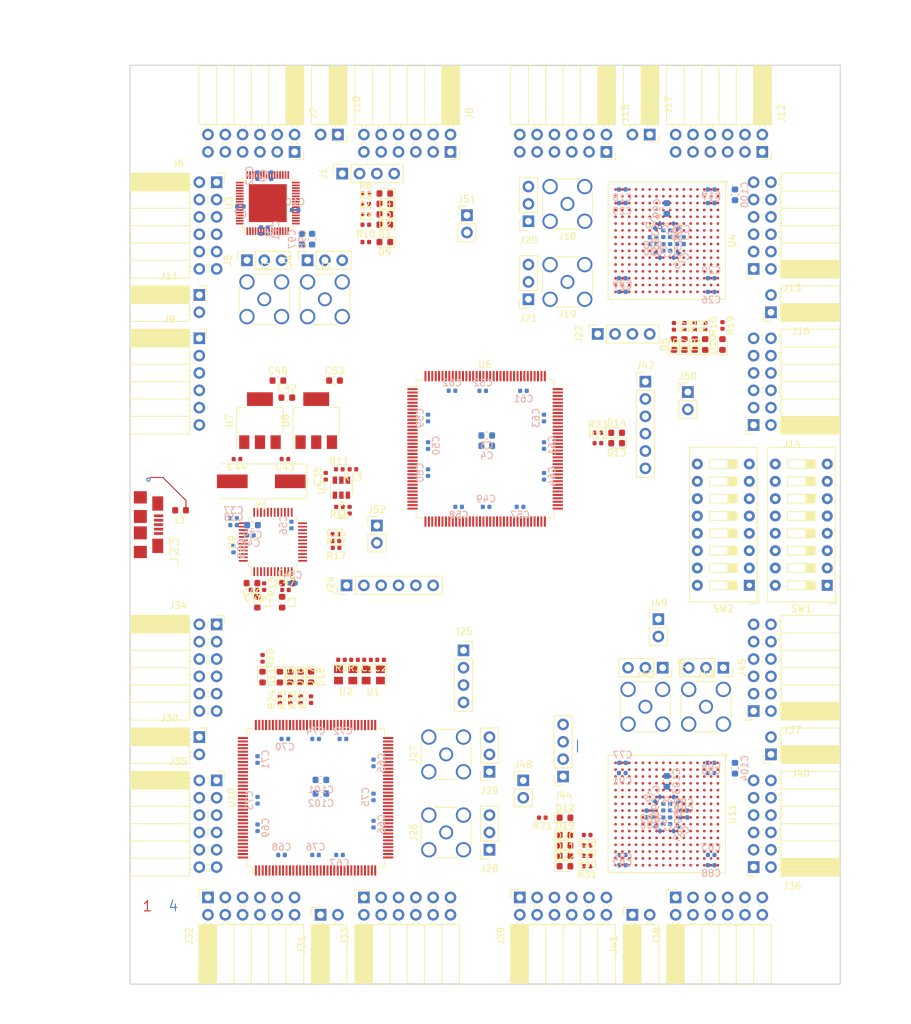
<source format=kicad_pcb>
(kicad_pcb (version 20171130) (host pcbnew "(5.0.0-rc3-dev-2-g101b68b61)")
  (layers (0 F.Cu signal) (1 In1.Cu signal) (2 In2.Cu signal) (31 B.Cu signal) (34 B.Paste user) (35 F.Paste user) (36 B.SilkS user) (37 F.SilkS user) (38 B.Mask user) (39 F.Mask user) (44 Edge.Cuts user))
  (net 0 "")
  (net 1 "Net-(J23-Pad1)")
  (net 2 /jtag-iface/USB_N)
  (net 3 /jtag-iface/USB_P)
  (net 4 "Net-(J23-Pad4)")
  (net 5 GND)
  (net 6 /tgt-4x6/EXPAND0_1)
  (net 7 /tgt-4x6/EXPAND0_2)
  (net 8 /tgt-4x6/EXPAND0_3)
  (net 9 /tgt-4x6/EXPAND0_4)
  (net 10 /tgt-4x6/EXPAND0_5)
  (net 11 +3V3)
  (net 12 "Net-(J2-Pad1)")
  (net 13 +1V8)
  (net 14 "Net-(J3-Pad1)")
  (net 15 /tgt-4x6/EXPAND0_6)
  (net 16 /tgt-4x6/EXPAND0_7)
  (net 17 /tgt-4x6/EXPAND1_0)
  (net 18 /tgt-4x6/EXPAND1_1)
  (net 19 /tgt-4x6/JTAG_TMS)
  (net 20 /tgt-4x6/JTAG_TDI)
  (net 21 /tgt-4x6/JTAG_TCK)
  (net 22 /tgt-4x6/JTAG_TDO)
  (net 23 /tgt-4x6/EXPAND1_5)
  (net 24 /tgt-4x6/EXPAND1_4)
  (net 25 /tgt-4x6/EXPAND1_3)
  (net 26 /tgt-4x6/EXPAND1_2)
  (net 27 /tgt-4x6/EXPAND2_0)
  (net 28 /tgt-4x6/EXPAND1_7)
  (net 29 /tgt-4x6/EXPAND1_6)
  (net 30 /tgt-4x6/EXPAND2_2)
  (net 31 /tgt-4x6/EXPAND2_1)
  (net 32 "Net-(J1-Pad3)")
  (net 33 "Net-(J1-Pad2)")
  (net 34 /tgt-4x6/EXPAND2_4)
  (net 35 /tgt-4x6/EXPAND2_3)
  (net 36 /tgt-4x6/EXPAND2_6)
  (net 37 /tgt-4x6/EXPAND2_5)
  (net 38 /tgt-4x6/ADBUS0)
  (net 39 "Net-(R6-Pad1)")
  (net 40 "Net-(R5-Pad1)")
  (net 41 "Net-(R4-Pad1)")
  (net 42 "Net-(R3-Pad1)")
  (net 43 /CLK_40MHZ)
  (net 44 /CLK_2.048MHZ)
  (net 45 /tgt-4x6/EXPAND2_7)
  (net 46 /tgt-4x6/EXPAND3_3)
  (net 47 /tgt-4x6/EXPAND3_2)
  (net 48 /tgt-4x6/EXPAND3_1)
  (net 49 /tgt-4x6/EXPAND3_0)
  (net 50 /tgt-4x6/ACBUS5)
  (net 51 /tgt-4x6/ACBUS6)
  (net 52 /tgt-4x6/ACBUS2)
  (net 53 /tgt-4x6/ACBUS3)
  (net 54 /tgt-4x6/ACBUS4)
  (net 55 /tgt-4x6/ACBUS0)
  (net 56 /tgt-4x6/ACBUS1)
  (net 57 /tgt-4x6/ADBUS4)
  (net 58 /tgt-4x6/ADBUS5)
  (net 59 /tgt-4x6/ADBUS6)
  (net 60 /tgt-4x6/ADBUS7)
  (net 61 /tgt-4x6/ADBUS1)
  (net 62 /tgt-4x6/ADBUS2)
  (net 63 /tgt-4x6/ADBUS3)
  (net 64 /tgt-4x6/EXPAND0_0)
  (net 65 "Net-(D2-Pad2)")
  (net 66 "Net-(D13-Pad2)")
  (net 67 "Net-(R18-Pad1)")
  (net 68 "Net-(D14-Pad1)")
  (net 69 "Net-(D16-Pad2)")
  (net 70 "Net-(R25-Pad1)")
  (net 71 "Net-(R26-Pad1)")
  (net 72 "Net-(D17-Pad2)")
  (net 73 "Net-(D18-Pad2)")
  (net 74 "Net-(R27-Pad1)")
  (net 75 "Net-(R28-Pad1)")
  (net 76 "Net-(D19-Pad2)")
  (net 77 "Net-(D20-Pad2)")
  (net 78 "Net-(R29-Pad1)")
  (net 79 "Net-(R30-Pad1)")
  (net 80 "Net-(D21-Pad2)")
  (net 81 "Net-(D22-Pad2)")
  (net 82 "Net-(R31-Pad1)")
  (net 83 "Net-(D1-Pad2)")
  (net 84 "Net-(R2-Pad2)")
  (net 85 "Net-(R1-Pad2)")
  (net 86 "Net-(D15-Pad2)")
  (net 87 "Net-(R24-Pad1)")
  (net 88 "Net-(D3-Pad2)")
  (net 89 "Net-(D4-Pad2)")
  (net 90 "Net-(R14-Pad2)")
  (net 91 "Net-(R16-Pad2)")
  (net 92 "Net-(D5-Pad2)")
  (net 93 "Net-(R7-Pad1)")
  (net 94 "Net-(D11-Pad2)")
  (net 95 "Net-(D12-Pad1)")
  (net 96 "Net-(D11-Pad1)")
  (net 97 "Net-(D10-Pad2)")
  (net 98 "Net-(D9-Pad2)")
  (net 99 +5V)
  (net 100 "Net-(R17-Pad2)")
  (net 101 "Net-(R15-Pad1)")
  (net 102 "Net-(R13-Pad2)")
  (net 103 "Net-(C36-Pad1)")
  (net 104 "Net-(R11-Pad2)")
  (net 105 "Net-(R10-Pad1)")
  (net 106 "Net-(D8-Pad2)")
  (net 107 "Net-(D7-Pad2)")
  (net 108 "Net-(R9-Pad1)")
  (net 109 "Net-(R8-Pad1)")
  (net 110 "Net-(D6-Pad2)")
  (net 111 "Net-(SW1-Pad11)")
  (net 112 "Net-(SW1-Pad13)")
  (net 113 "Net-(SW1-Pad12)")
  (net 114 /jtag-iface/AUXJTAG_TDI)
  (net 115 /jtag-iface/AUXJTAG_TDO)
  (net 116 "Net-(SW1-Pad16)")
  (net 117 "Net-(SW1-Pad15)")
  (net 118 "Net-(SW1-Pad14)")
  (net 119 /tgt-7x12/ACBUS1)
  (net 120 /tgt-7x12/ACBUS0)
  (net 121 "Net-(J24-Pad2)")
  (net 122 "Net-(J24-Pad4)")
  (net 123 "Net-(J24-Pad3)")
  (net 124 "Net-(J24-Pad5)")
  (net 125 /tgt-7x12/ACBUS4)
  (net 126 /tgt-7x12/ACBUS3)
  (net 127 /tgt-7x12/ACBUS2)
  (net 128 /tgt-7x12/ACBUS6)
  (net 129 /tgt-7x12/ACBUS5)
  (net 130 /tgt-10x16/ACBUS2)
  (net 131 /tgt-10x16/ACBUS1)
  (net 132 /tgt-10x16/ACBUS0)
  (net 133 /tgt-10x16/ACBUS5)
  (net 134 /tgt-10x16/ACBUS4)
  (net 135 /tgt-10x16/ACBUS3)
  (net 136 /tgt-13x20/ACBUS2)
  (net 137 /tgt-13x20/ACBUS1)
  (net 138 /tgt-13x20/ACBUS0)
  (net 139 /tgt-10x16/ACBUS6)
  (net 140 /tgt-13x20/ACBUS6)
  (net 141 /tgt-13x20/ACBUS5)
  (net 142 /tgt-13x20/ACBUS4)
  (net 143 /tgt-13x20/ACBUS3)
  (net 144 "Net-(SW2-Pad15)")
  (net 145 "Net-(SW2-Pad16)")
  (net 146 "Net-(SW1-Pad9)")
  (net 147 "Net-(SW1-Pad10)")
  (net 148 "Net-(SW2-Pad12)")
  (net 149 "Net-(SW2-Pad13)")
  (net 150 "Net-(SW2-Pad14)")
  (net 151 "Net-(SW2-Pad10)")
  (net 152 "Net-(SW2-Pad11)")
  (net 153 "Net-(SW2-Pad9)")
  (net 154 /tgt-7x12/ADBUS3)
  (net 155 /tgt-7x12/ADBUS2)
  (net 156 /tgt-7x12/ADBUS1)
  (net 157 /tgt-7x12/ADBUS0)
  (net 158 /tgt-13x20/JTAG_TCK)
  (net 159 /tgt-13x20/JTAG_TMS)
  (net 160 /jtag-iface/AUXJTAG_TCK)
  (net 161 /jtag-iface/AUXJTAG_TMS)
  (net 162 /tgt-13x20/JTAG_TDO)
  (net 163 /tgt-13x20/JTAG_TDI)
  (net 164 /tgt-10x16/JTAG_TCK)
  (net 165 /tgt-10x16/JTAG_TMS)
  (net 166 /tgt-10x16/JTAG_TDO)
  (net 167 /tgt-10x16/JTAG_TDI)
  (net 168 /tgt-7x12/JTAG_TCK)
  (net 169 /tgt-7x12/JTAG_TMS)
  (net 170 /tgt-7x12/JTAG_TDO)
  (net 171 /tgt-7x12/JTAG_TDI)
  (net 172 "Net-(D10-Pad1)")
  (net 173 /tgt-13x20/ADBUS7)
  (net 174 /tgt-13x20/ADBUS3)
  (net 175 /tgt-13x20/ADBUS4)
  (net 176 /tgt-13x20/ADBUS5)
  (net 177 /tgt-13x20/ADBUS6)
  (net 178 /tgt-10x16/ADBUS7)
  (net 179 /tgt-13x20/ADBUS0)
  (net 180 /tgt-13x20/ADBUS1)
  (net 181 /tgt-13x20/ADBUS2)
  (net 182 /tgt-10x16/ADBUS3)
  (net 183 /tgt-10x16/ADBUS4)
  (net 184 /tgt-10x16/ADBUS5)
  (net 185 /tgt-10x16/ADBUS6)
  (net 186 /tgt-10x16/ADBUS1)
  (net 187 /tgt-10x16/ADBUS2)
  (net 188 /tgt-7x12/ADBUS7)
  (net 189 /tgt-10x16/ADBUS0)
  (net 190 /tgt-7x12/ADBUS5)
  (net 191 /tgt-7x12/ADBUS6)
  (net 192 /tgt-7x12/ADBUS4)
  (net 193 /tgt-7x12/EXPAND3_0)
  (net 194 /tgt-7x12/EXPAND3_2)
  (net 195 /tgt-7x12/EXPAND3_1)
  (net 196 /tgt-7x12/EXPAND3_4)
  (net 197 /tgt-7x12/EXPAND3_3)
  (net 198 /tgt-7x12/EXPAND3_6)
  (net 199 /tgt-7x12/EXPAND3_5)
  (net 200 "Net-(U10-Pad133)")
  (net 201 "Net-(U10-Pad132)")
  (net 202 /tgt-7x12/EXPAND3_7)
  (net 203 /tgt-7x12/EXPAND2_0)
  (net 204 /tgt-7x12/EXPAND2_1)
  (net 205 /tgt-7x12/EXPAND2_2)
  (net 206 /tgt-7x12/EXPAND2_3)
  (net 207 /tgt-7x12/EXPAND2_4)
  (net 208 /tgt-7x12/EXPAND2_5)
  (net 209 /tgt-7x12/EXPAND2_6)
  (net 210 /tgt-7x12/EXPAND2_7)
  (net 211 "Net-(U10-Pad94)")
  (net 212 "Net-(U10-Pad93)")
  (net 213 "Net-(U10-Pad88)")
  (net 214 "Net-(U10-Pad70)")
  (net 215 "Net-(U10-Pad69)")
  (net 216 "Net-(U10-Pad68)")
  (net 217 "Net-(U10-Pad67)")
  (net 218 "Net-(U10-Pad66)")
  (net 219 "Net-(U10-Pad63)")
  (net 220 "Net-(U10-Pad62)")
  (net 221 "Net-(J25-Pad2)")
  (net 222 "Net-(J25-Pad3)")
  (net 223 "Net-(U10-Pad59)")
  (net 224 "Net-(U10-Pad58)")
  (net 225 "Net-(U10-Pad57)")
  (net 226 "Net-(U10-Pad55)")
  (net 227 "Net-(U10-Pad53)")
  (net 228 "Net-(U10-Pad52)")
  (net 229 "Net-(U10-Pad51)")
  (net 230 "Net-(U10-Pad50)")
  (net 231 "Net-(U10-Pad49)")
  (net 232 "Net-(U10-Pad48)")
  (net 233 "Net-(U10-Pad45)")
  (net 234 "Net-(U10-Pad44)")
  (net 235 "Net-(U10-Pad43)")
  (net 236 /tgt-7x12/EXPAND1_5)
  (net 237 /tgt-7x12/EXPAND1_6)
  (net 238 /tgt-7x12/EXPAND1_7)
  (net 239 /tgt-7x12/EXPAND1_3)
  (net 240 /tgt-7x12/EXPAND1_4)
  (net 241 "Net-(U10-Pad30)")
  (net 242 "Net-(U10-Pad29)")
  (net 243 "Net-(U10-Pad28)")
  (net 244 "Net-(U10-Pad27)")
  (net 245 "Net-(U10-Pad24)")
  (net 246 "Net-(U10-Pad23)")
  (net 247 "Net-(U10-Pad22)")
  (net 248 "Net-(U10-Pad21)")
  (net 249 "Net-(J27-Pad1)")
  (net 250 "Net-(J26-Pad1)")
  (net 251 "Net-(U10-Pad16)")
  (net 252 "Net-(U10-Pad15)")
  (net 253 /tgt-7x12/EXPAND0_7)
  (net 254 /tgt-7x12/EXPAND0_6)
  (net 255 /tgt-7x12/EXPAND0_5)
  (net 256 /tgt-7x12/EXPAND0_4)
  (net 257 /tgt-7x12/EXPAND0_3)
  (net 258 /tgt-7x12/EXPAND0_2)
  (net 259 /tgt-7x12/EXPAND0_1)
  (net 260 /tgt-7x12/EXPAND0_0)
  (net 261 /tgt-7x12/EXPAND1_1)
  (net 262 /tgt-7x12/EXPAND1_0)
  (net 263 /tgt-7x12/EXPAND1_2)
  (net 264 "Net-(C43-Pad1)")
  (net 265 "Net-(C44-Pad2)")
  (net 266 /jtag-iface/FTDI_VPHY)
  (net 267 /jtag-iface/FTDI_VPLL)
  (net 268 "Net-(U9-Pad32)")
  (net 269 "Net-(U9-Pad33)")
  (net 270 "Net-(C37-Pad1)")
  (net 271 "Net-(C38-Pad1)")
  (net 272 /jtag-iface/FTDI_VCCD)
  (net 273 /tgt-10x16/EXPAND1_6)
  (net 274 "Net-(U11-PadA4)")
  (net 275 "Net-(U11-PadA5)")
  (net 276 "Net-(U11-PadA6)")
  (net 277 "Net-(U11-PadA7)")
  (net 278 "Net-(U11-PadA8)")
  (net 279 "Net-(U11-PadA9)")
  (net 280 "Net-(U11-PadA10)")
  (net 281 "Net-(U11-PadA11)")
  (net 282 "Net-(U11-PadA12)")
  (net 283 "Net-(U11-PadA13)")
  (net 284 "Net-(U11-PadA15)")
  (net 285 /tgt-10x16/EXPAND1_1)
  (net 286 /tgt-10x16/EXPAND0_7)
  (net 287 "Net-(U11-PadE1)")
  (net 288 "Net-(U11-PadF1)")
  (net 289 "Net-(U11-PadG1)")
  (net 290 "Net-(U11-PadH1)")
  (net 291 "Net-(U11-PadJ1)")
  (net 292 "Net-(U11-PadB16)")
  (net 293 "Net-(U11-PadB14)")
  (net 294 "Net-(U11-PadB13)")
  (net 295 "Net-(U11-PadB12)")
  (net 296 "Net-(U11-PadB11)")
  (net 297 "Net-(U11-PadB10)")
  (net 298 "Net-(U11-PadB9)")
  (net 299 "Net-(U11-PadB8)")
  (net 300 "Net-(U11-PadB7)")
  (net 301 "Net-(U11-PadB6)")
  (net 302 "Net-(U11-PadB5)")
  (net 303 /tgt-10x16/EXPAND1_4)
  (net 304 /tgt-10x16/EXPAND1_7)
  (net 305 /tgt-10x16/EXPAND0_1)
  (net 306 /tgt-10x16/EXPAND0_3)
  (net 307 "Net-(U11-PadC4)")
  (net 308 /tgt-10x16/EXPAND1_5)
  (net 309 /tgt-10x16/EXPAND1_3)
  (net 310 "Net-(U11-PadC7)")
  (net 311 "Net-(U11-PadC8)")
  (net 312 "Net-(U11-PadC9)")
  (net 313 /tgt-10x16/EXPAND0_5)
  (net 314 /tgt-10x16/EXPAND0_0)
  (net 315 /tgt-10x16/EXPAND1_2)
  (net 316 /tgt-10x16/EXPAND1_0)
  (net 317 "Net-(U11-PadD6)")
  (net 318 "Net-(U11-PadD7)")
  (net 319 "Net-(U11-PadD8)")
  (net 320 "Net-(U11-PadD9)")
  (net 321 "Net-(U11-PadE2)")
  (net 322 /tgt-10x16/EXPAND0_2)
  (net 323 /tgt-10x16/EXPAND0_4)
  (net 324 "Net-(U11-PadC10)")
  (net 325 "Net-(U11-PadD10)")
  (net 326 "Net-(U11-PadC11)")
  (net 327 "Net-(U11-PadD11)")
  (net 328 "Net-(U11-PadD12)")
  (net 329 "Net-(U11-PadC12)")
  (net 330 "Net-(U11-PadC13)")
  (net 331 /tgt-10x16/EXPAND2_2)
  (net 332 /tgt-10x16/EXPAND2_6)
  (net 333 /tgt-10x16/EXPAND2_0)
  (net 334 /tgt-10x16/EXPAND2_4)
  (net 335 "Net-(U11-PadD15)")
  (net 336 "Net-(U11-PadD16)")
  (net 337 /tgt-10x16/EXPAND2_3)
  (net 338 "Net-(U11-PadF13)")
  (net 339 "Net-(U11-PadG13)")
  (net 340 "Net-(U11-PadG14)")
  (net 341 /tgt-10x16/EXPAND2_7)
  (net 342 /tgt-10x16/EXPAND2_1)
  (net 343 "Net-(U11-PadE15)")
  (net 344 "Net-(U11-PadF15)")
  (net 345 "Net-(U11-PadG15)")
  (net 346 "Net-(U11-PadG16)")
  (net 347 "Net-(U11-PadF16)")
  (net 348 "Net-(U11-PadE16)")
  (net 349 "Net-(U11-PadF2)")
  (net 350 "Net-(U11-PadF3)")
  (net 351 "Net-(U11-PadF4)")
  (net 352 "Net-(U11-PadG4)")
  (net 353 "Net-(U11-PadG3)")
  (net 354 "Net-(U11-PadG2)")
  (net 355 "Net-(U11-PadH2)")
  (net 356 "Net-(U11-PadH3)")
  (net 357 "Net-(U11-PadH4)")
  (net 358 "Net-(U11-PadJ4)")
  (net 359 "Net-(U11-PadJ3)")
  (net 360 "Net-(U11-PadJ2)")
  (net 361 "Net-(U11-PadK1)")
  (net 362 "Net-(U11-PadK2)")
  (net 363 "Net-(U11-PadK3)")
  (net 364 "Net-(U11-PadK4)")
  (net 365 "Net-(U11-PadL4)")
  (net 366 "Net-(U11-PadL3)")
  (net 367 "Net-(U11-PadL2)")
  (net 368 "Net-(U11-PadL1)")
  (net 369 "Net-(U11-PadM1)")
  (net 370 "Net-(U11-PadM2)")
  (net 371 "Net-(U11-PadM3)")
  (net 372 "Net-(U11-PadM4)")
  (net 373 /tgt-10x16/EXPAND3_1)
  (net 374 /tgt-10x16/EXPAND3_7)
  (net 375 /tgt-10x16/EXPAND3_2)
  (net 376 "Net-(U11-PadN3)")
  (net 377 "Net-(U11-PadN2)")
  (net 378 "Net-(U11-PadP2)")
  (net 379 "Net-(U11-PadN1)")
  (net 380 /tgt-10x16/EXPAND3_0)
  (net 381 /tgt-10x16/EXPAND3_4)
  (net 382 "Net-(U11-PadT4)")
  (net 383 "Net-(U11-PadE8)")
  (net 384 "Net-(U11-PadE7)")
  (net 385 "Net-(U11-PadE6)")
  (net 386 /tgt-10x16/EXPAND0_6)
  (net 387 "Net-(U11-PadF5)")
  (net 388 "Net-(U11-PadF6)")
  (net 389 "Net-(U11-PadF7)")
  (net 390 "Net-(U11-PadG6)")
  (net 391 /tgt-10x16/CLK0)
  (net 392 /tgt-10x16/CLK1)
  (net 393 "Net-(U11-PadK5)")
  (net 394 "Net-(U11-PadK6)")
  (net 395 "Net-(U11-PadL5)")
  (net 396 "Net-(U11-PadL7)")
  (net 397 "Net-(U11-PadM6)")
  (net 398 "Net-(U11-PadM7)")
  (net 399 /tgt-10x16/EXPAND3_5)
  (net 400 "Net-(U11-PadP6)")
  (net 401 "Net-(U11-PadR5)")
  (net 402 "Net-(U11-PadR6)")
  (net 403 "Net-(U11-PadT5)")
  (net 404 "Net-(U11-PadT6)")
  (net 405 "Net-(J44-Pad2)")
  (net 406 /tgt-10x16/EXPAND3_3)
  (net 407 /tgt-10x16/EXPAND3_6)
  (net 408 "Net-(U11-PadN7)")
  (net 409 "Net-(U11-PadP11)")
  (net 410 "Net-(U11-PadP10)")
  (net 411 "Net-(U11-PadP9)")
  (net 412 "Net-(U11-PadP8)")
  (net 413 "Net-(U11-PadP7)")
  (net 414 "Net-(U11-PadR7)")
  (net 415 "Net-(U11-PadR8)")
  (net 416 "Net-(U11-PadR9)")
  (net 417 "Net-(U11-PadR10)")
  (net 418 "Net-(U11-PadR11)")
  (net 419 "Net-(U11-PadT7)")
  (net 420 "Net-(U11-PadT8)")
  (net 421 "Net-(U11-PadT9)")
  (net 422 "Net-(U11-PadT10)")
  (net 423 "Net-(U11-PadT11)")
  (net 424 "Net-(U11-PadN8)")
  (net 425 "Net-(U11-PadE9)")
  (net 426 "Net-(U11-PadE10)")
  (net 427 "Net-(U11-PadE11)")
  (net 428 /tgt-10x16/EXPAND2_5)
  (net 429 "Net-(U11-PadP12)")
  (net 430 "Net-(U11-PadF10)")
  (net 431 "Net-(U11-PadF11)")
  (net 432 "Net-(U11-PadF12)")
  (net 433 "Net-(U11-PadG12)")
  (net 434 "Net-(U11-PadG11)")
  (net 435 "Net-(U11-PadR12)")
  (net 436 "Net-(U11-PadT12)")
  (net 437 "Net-(U11-PadH13)")
  (net 438 "Net-(U11-PadJ13)")
  (net 439 "Net-(U11-PadP13)")
  (net 440 "Net-(U11-PadR13)")
  (net 441 "Net-(U11-PadT13)")
  (net 442 "Net-(U11-PadN9)")
  (net 443 "Net-(J44-Pad3)")
  (net 444 "Net-(U11-PadL10)")
  (net 445 "Net-(U11-PadM10)")
  (net 446 "Net-(U11-PadN10)")
  (net 447 "Net-(U11-PadR14)")
  (net 448 "Net-(U11-PadJ14)")
  (net 449 "Net-(U11-PadH14)")
  (net 450 "Net-(U11-PadH15)")
  (net 451 "Net-(U11-PadJ15)")
  (net 452 "Net-(U11-PadT15)")
  (net 453 "Net-(U11-PadN11)")
  (net 454 "Net-(U11-PadM11)")
  (net 455 "Net-(U11-PadK11)")
  (net 456 "Net-(U11-PadK12)")
  (net 457 "Net-(U11-PadM12)")
  (net 458 "Net-(U11-PadN12)")
  (net 459 "Net-(U11-PadR16)")
  (net 460 "Net-(U11-PadK16)")
  (net 461 "Net-(U11-PadJ16)")
  (net 462 "Net-(U11-PadH16)")
  (net 463 "Net-(U4-PadH16)")
  (net 464 "Net-(U4-PadJ16)")
  (net 465 "Net-(U4-PadK16)")
  (net 466 "Net-(U4-PadR16)")
  (net 467 "Net-(U4-PadN12)")
  (net 468 "Net-(U4-PadM12)")
  (net 469 "Net-(U4-PadK12)")
  (net 470 "Net-(U4-PadM11)")
  (net 471 "Net-(U4-PadN11)")
  (net 472 "Net-(U4-PadT15)")
  (net 473 "Net-(U4-PadJ15)")
  (net 474 "Net-(U4-PadH15)")
  (net 475 "Net-(U4-PadH14)")
  (net 476 "Net-(U4-PadJ14)")
  (net 477 "Net-(U4-PadR14)")
  (net 478 "Net-(U4-PadN10)")
  (net 479 "Net-(U4-PadM10)")
  (net 480 "Net-(J22-Pad2)")
  (net 481 "Net-(U4-PadN9)")
  (net 482 "Net-(U4-PadT13)")
  (net 483 "Net-(U4-PadR13)")
  (net 484 "Net-(U4-PadP13)")
  (net 485 "Net-(U4-PadJ13)")
  (net 486 "Net-(U4-PadH13)")
  (net 487 "Net-(U4-PadT12)")
  (net 488 "Net-(U4-PadR12)")
  (net 489 "Net-(U4-PadG12)")
  (net 490 "Net-(U4-PadF12)")
  (net 491 "Net-(U4-PadF11)")
  (net 492 "Net-(U4-PadP12)")
  (net 493 /tgt-13x20/EXPAND2_6)
  (net 494 "Net-(U4-PadE11)")
  (net 495 "Net-(U4-PadE10)")
  (net 496 "Net-(U4-PadE9)")
  (net 497 "Net-(U4-PadN8)")
  (net 498 "Net-(U4-PadT11)")
  (net 499 "Net-(U4-PadT10)")
  (net 500 "Net-(U4-PadT9)")
  (net 501 "Net-(U4-PadT8)")
  (net 502 "Net-(U4-PadT7)")
  (net 503 "Net-(U4-PadR11)")
  (net 504 "Net-(U4-PadR10)")
  (net 505 "Net-(U4-PadR9)")
  (net 506 "Net-(U4-PadR8)")
  (net 507 "Net-(U4-PadR7)")
  (net 508 "Net-(U4-PadP7)")
  (net 509 "Net-(U4-PadP8)")
  (net 510 "Net-(U4-PadP9)")
  (net 511 "Net-(U4-PadP10)")
  (net 512 "Net-(U4-PadP11)")
  (net 513 "Net-(U4-PadN7)")
  (net 514 /tgt-13x20/EXPAND3_7)
  (net 515 /tgt-13x20/EXPAND3_2)
  (net 516 "Net-(J22-Pad3)")
  (net 517 "Net-(U4-PadT5)")
  (net 518 "Net-(U4-PadR6)")
  (net 519 "Net-(U4-PadR5)")
  (net 520 "Net-(U4-PadP6)")
  (net 521 /tgt-13x20/EXPAND3_4)
  (net 522 "Net-(U4-PadM7)")
  (net 523 "Net-(U4-PadM6)")
  (net 524 "Net-(U4-PadL5)")
  (net 525 "Net-(U4-PadK5)")
  (net 526 /tgt-13x20/CLK1)
  (net 527 /tgt-13x20/CLK0)
  (net 528 "Net-(U4-PadG5)")
  (net 529 "Net-(U4-PadF6)")
  (net 530 "Net-(U4-PadF5)")
  (net 531 /tgt-13x20/EXPAND0_7)
  (net 532 "Net-(U4-PadE6)")
  (net 533 "Net-(U4-PadE7)")
  (net 534 "Net-(U4-PadE8)")
  (net 535 "Net-(U4-PadT4)")
  (net 536 /tgt-13x20/EXPAND3_5)
  (net 537 /tgt-13x20/EXPAND3_1)
  (net 538 "Net-(U4-PadN1)")
  (net 539 "Net-(U4-PadP2)")
  (net 540 "Net-(U4-PadN2)")
  (net 541 "Net-(U4-PadN3)")
  (net 542 /tgt-13x20/EXPAND3_3)
  (net 543 /tgt-13x20/EXPAND3_6)
  (net 544 /tgt-13x20/EXPAND3_0)
  (net 545 "Net-(U4-PadM4)")
  (net 546 "Net-(U4-PadM3)")
  (net 547 "Net-(U4-PadM2)")
  (net 548 "Net-(U4-PadM1)")
  (net 549 "Net-(U4-PadL1)")
  (net 550 "Net-(U4-PadL2)")
  (net 551 "Net-(U4-PadL3)")
  (net 552 "Net-(U4-PadL4)")
  (net 553 "Net-(U4-PadK4)")
  (net 554 "Net-(U4-PadK3)")
  (net 555 "Net-(U4-PadK2)")
  (net 556 "Net-(U4-PadK1)")
  (net 557 "Net-(U4-PadJ2)")
  (net 558 "Net-(U4-PadJ3)")
  (net 559 "Net-(U4-PadJ4)")
  (net 560 "Net-(U4-PadH4)")
  (net 561 "Net-(U4-PadH3)")
  (net 562 "Net-(U4-PadH2)")
  (net 563 "Net-(U4-PadG2)")
  (net 564 "Net-(U4-PadG3)")
  (net 565 "Net-(U4-PadG4)")
  (net 566 "Net-(U4-PadF4)")
  (net 567 "Net-(U4-PadF3)")
  (net 568 "Net-(U4-PadF2)")
  (net 569 "Net-(U4-PadE16)")
  (net 570 "Net-(U4-PadF16)")
  (net 571 "Net-(U4-PadG16)")
  (net 572 "Net-(U4-PadG15)")
  (net 573 "Net-(U4-PadF15)")
  (net 574 "Net-(U4-PadE15)")
  (net 575 /tgt-13x20/EXPAND2_1)
  (net 576 "Net-(U4-PadF14)")
  (net 577 "Net-(U4-PadG14)")
  (net 578 "Net-(U4-PadG13)")
  (net 579 "Net-(U4-PadF13)")
  (net 580 /tgt-13x20/EXPAND2_4)
  (net 581 "Net-(U4-PadD16)")
  (net 582 /tgt-13x20/EXPAND2_7)
  (net 583 /tgt-13x20/EXPAND2_3)
  (net 584 /tgt-13x20/EXPAND2_0)
  (net 585 /tgt-13x20/EXPAND2_5)
  (net 586 /tgt-13x20/EXPAND2_2)
  (net 587 "Net-(U4-PadC13)")
  (net 588 "Net-(U4-PadC12)")
  (net 589 "Net-(U4-PadD12)")
  (net 590 "Net-(U4-PadD11)")
  (net 591 "Net-(U4-PadC11)")
  (net 592 "Net-(U4-PadD10)")
  (net 593 "Net-(U4-PadC10)")
  (net 594 /tgt-13x20/EXPAND0_5)
  (net 595 /tgt-13x20/EXPAND0_3)
  (net 596 "Net-(U4-PadE2)")
  (net 597 "Net-(U4-PadD9)")
  (net 598 "Net-(U4-PadD8)")
  (net 599 "Net-(U4-PadD7)")
  (net 600 /tgt-13x20/EXPAND1_7)
  (net 601 /tgt-13x20/EXPAND1_3)
  (net 602 /tgt-13x20/EXPAND1_2)
  (net 603 /tgt-13x20/EXPAND0_0)
  (net 604 /tgt-13x20/EXPAND0_4)
  (net 605 "Net-(U4-PadC9)")
  (net 606 "Net-(U4-PadC8)")
  (net 607 "Net-(U4-PadC7)")
  (net 608 "Net-(U4-PadC6)")
  (net 609 /tgt-13x20/EXPAND1_5)
  (net 610 /tgt-13x20/EXPAND1_4)
  (net 611 /tgt-13x20/EXPAND0_2)
  (net 612 /tgt-13x20/EXPAND0_1)
  (net 613 "Net-(U4-PadB4)")
  (net 614 /tgt-13x20/EXPAND1_6)
  (net 615 "Net-(U4-PadB5)")
  (net 616 "Net-(U4-PadB6)")
  (net 617 "Net-(U4-PadB7)")
  (net 618 "Net-(U4-PadB8)")
  (net 619 "Net-(U4-PadB9)")
  (net 620 "Net-(U4-PadB10)")
  (net 621 "Net-(U4-PadB11)")
  (net 622 "Net-(U4-PadB12)")
  (net 623 "Net-(U4-PadB13)")
  (net 624 "Net-(U4-PadB14)")
  (net 625 "Net-(U4-PadB16)")
  (net 626 "Net-(U4-PadJ1)")
  (net 627 "Net-(U4-PadH1)")
  (net 628 "Net-(U4-PadG1)")
  (net 629 "Net-(U4-PadF1)")
  (net 630 "Net-(U4-PadE1)")
  (net 631 /tgt-13x20/EXPAND0_6)
  (net 632 /tgt-13x20/EXPAND1_1)
  (net 633 "Net-(U4-PadA15)")
  (net 634 "Net-(U4-PadA13)")
  (net 635 "Net-(U4-PadA12)")
  (net 636 "Net-(U4-PadA11)")
  (net 637 "Net-(U4-PadA10)")
  (net 638 "Net-(U4-PadA9)")
  (net 639 "Net-(U4-PadA8)")
  (net 640 "Net-(U4-PadA7)")
  (net 641 "Net-(U4-PadA6)")
  (net 642 "Net-(U4-PadA5)")
  (net 643 "Net-(U4-PadA4)")
  (net 644 /tgt-13x20/EXPAND1_0)
  (net 645 "Net-(U3-Pad32)")
  (net 646 "Net-(U10-Pad129)")
  (net 647 "Net-(U10-Pad127)")
  (net 648 "Net-(U10-Pad125)")
  (net 649 "Net-(U10-Pad131)")
  (net 650 "Net-(U10-Pad14)")
  (net 651 "Net-(U10-Pad13)")
  (net 652 "Net-(U10-Pad12)")
  (net 653 "Net-(U10-Pad130)")
  (net 654 "Net-(U10-Pad124)")
  (net 655 "Net-(U10-Pad123)")
  (net 656 "Net-(U10-Pad122)")
  (net 657 "Net-(U10-Pad121)")
  (net 658 "Net-(U10-Pad120)")
  (net 659 "Net-(U10-Pad119)")
  (net 660 "Net-(U10-Pad118)")
  (net 661 "Net-(U10-Pad117)")
  (net 662 "Net-(U10-Pad114)")
  (net 663 "Net-(U10-Pad113)")
  (net 664 "Net-(U10-Pad112)")
  (net 665 "Net-(U10-Pad111)")
  (net 666 "Net-(U10-Pad110)")
  (net 667 "Net-(U10-Pad109)")
  (net 668 /jtag-iface/ACBUS2)
  (net 669 /jtag-iface/ACBUS3)
  (net 670 /jtag-iface/ADBUS0)
  (net 671 /jtag-iface/ADBUS1)
  (net 672 /jtag-iface/ADBUS2)
  (net 673 /jtag-iface/ADBUS3)
  (net 674 /jtag-iface/ADBUS4)
  (net 675 /jtag-iface/ADBUS5)
  (net 676 /jtag-iface/ADBUS6)
  (net 677 /jtag-iface/ADBUS7)
  (net 678 /jtag-iface/ACBUS0)
  (net 679 /jtag-iface/ACBUS1)
  (net 680 /jtag-iface/ACBUS4)
  (net 681 /jtag-iface/ACBUS5)
  (net 682 /jtag-iface/ACBUS6)
  (module Connector_PinHeader_2.54mm:PinHeader_1x02_P2.54mm_Vertical (layer F.Cu) (at 128.27 131.953)
    (fp_text reference J49 (at 0 -2.33) (layer F.SilkS))
    (fp_text value Conn_01x02)
    (pad 1 thru_hole rect (at 0 0) (size 1.7 1.7) (drill 1) (layers *.Cu *.Mask) (net 5 GND))
    (pad 2 thru_hole oval (at 0 2.54) (size 1.7 1.7) (drill 1) (layers *.Cu *.Mask) (net 5 GND))
  )
  (module Connector_PinHeader_2.54mm:PinHeader_1x02_P2.54mm_Vertical (layer F.Cu) (at 108.458 155.575)
    (fp_text reference J48 (at 0 -2.33) (layer F.SilkS))
    (fp_text value Conn_01x02)
    (pad 2 thru_hole oval (at 0 2.54) (size 1.7 1.7) (drill 1) (layers *.Cu *.Mask) (net 5 GND))
    (pad 1 thru_hole rect (at 0 0) (size 1.7 1.7) (drill 1) (layers *.Cu *.Mask) (net 5 GND))
  )
  (module Connector_PinHeader_2.54mm:PinHeader_1x02_P2.54mm_Vertical (layer F.Cu) (at 86.995 118.237)
    (fp_text reference J52 (at 0 -2.33) (layer F.SilkS))
    (fp_text value Conn_01x02)
    (pad 1 thru_hole rect (at 0 0) (size 1.7 1.7) (drill 1) (layers *.Cu *.Mask) (net 5 GND))
    (pad 2 thru_hole oval (at 0 2.54) (size 1.7 1.7) (drill 1) (layers *.Cu *.Mask) (net 5 GND))
  )
  (module Connector_PinHeader_2.54mm:PinHeader_1x02_P2.54mm_Vertical (layer F.Cu) (at 100.203 72.771)
    (fp_text reference J51 (at 0 -2.33) (layer F.SilkS))
    (fp_text value Conn_01x02)
    (pad 2 thru_hole oval (at 0 2.54) (size 1.7 1.7) (drill 1) (layers *.Cu *.Mask) (net 5 GND))
    (pad 1 thru_hole rect (at 0 0) (size 1.7 1.7) (drill 1) (layers *.Cu *.Mask) (net 5 GND))
  )
  (module Connector_PinHeader_2.54mm:PinHeader_1x02_P2.54mm_Vertical (layer F.Cu) (at 132.588 98.679)
    (fp_text reference J50 (at 0 -2.33) (layer F.SilkS))
    (fp_text value Conn_01x02)
    (pad 1 thru_hole rect (at 0 0) (size 1.7 1.7) (drill 1) (layers *.Cu *.Mask) (net 5 GND))
    (pad 2 thru_hole oval (at 0 2.54) (size 1.7 1.7) (drill 1) (layers *.Cu *.Mask) (net 5 GND))
  )
  (module Capacitor_SMD:C_0603_1608Metric (layer B.Cu) (at 103.105001 105.049999)
    (fp_text reference C3 (at 0 1.43) (layer B.SilkS) (effects (justify mirror)))
    (fp_text value "4.7 uF")
    (pad 2 smd roundrect (at 0.7875 0) (size 0.875 0.95) (layers B.Cu B.Paste B.Mask) (net 5 GND))
    (pad 1 smd roundrect (at -0.7875 0) (size 0.875 0.95) (layers B.Cu B.Paste B.Mask) (net 13 +1V8))
  )
  (module Capacitor_SMD:C_0603_1608Metric (layer B.Cu) (at 103.105001 106.559999)
    (fp_text reference C4 (at 0 1.43) (layer B.SilkS) (effects (justify mirror)))
    (fp_text value "4.7 uF")
    (pad 1 smd roundrect (at -0.7875 0) (size 0.875 0.95) (layers B.Cu B.Paste B.Mask) (net 11 +3V3))
    (pad 2 smd roundrect (at 0.7875 0) (size 0.875 0.95) (layers B.Cu B.Paste B.Mask) (net 5 GND))
  )
  (module Capacitor_SMD:C_0603_1608Metric (layer F.Cu) (at 72.485 97)
    (fp_text reference C48 (at 0 -1.43) (layer F.SilkS))
    (fp_text value "4.7 uF")
    (pad 1 smd roundrect (at -0.7875 0) (size 0.875 0.95) (layers F.Cu F.Paste F.Mask) (net 11 +3V3))
    (pad 2 smd roundrect (at 0.7875 0) (size 0.875 0.95) (layers F.Cu F.Paste F.Mask) (net 5 GND))
  )
  (module MountingHole:MountingHole_4mm (layer F.Cu) (at 55.88 180.34)
    (fp_text reference MK1 hide)
    (fp_text value Mounting_Hole)
    (pad 1 np_thru_hole circle (at 0 0) (size 4 4) (drill 4) (layers *.Cu *.Mask))
  )
  (module MountingHole:MountingHole_4mm (layer F.Cu) (at 55.88 55.88)
    (fp_text reference MK2 hide)
    (fp_text value Mounting_Hole)
    (pad 1 np_thru_hole circle (at 0 0) (size 4 4) (drill 4) (layers *.Cu *.Mask))
  )
  (module MountingHole:MountingHole_4mm (layer F.Cu) (at 149.86 180.34)
    (fp_text reference MK3 hide)
    (fp_text value Mounting_Hole)
    (pad 1 np_thru_hole circle (at 0 0) (size 4 4) (drill 4) (layers *.Cu *.Mask))
  )
  (module MountingHole:MountingHole_4mm (layer F.Cu) (at 149.86 55.88)
    (fp_text reference MK4 hide)
    (fp_text value Mounting_Hole)
    (pad 1 np_thru_hole circle (at 0 0) (size 4 4) (drill 4) (layers *.Cu *.Mask))
  )
  (module Connector_PinSocket_2.54mm:PinSocket_2x06_P2.54mm_Horizontal (layer F.Cu) (at 107.95 172.72 90)
    (fp_text reference J39 (at -5.65 -2.77 90) (layer F.SilkS))
    (fp_text value Conn_02x06_Top_Bottom)
    (pad 12 thru_hole oval (at -2.54 12.7 90) (size 1.7 1.7) (drill 1) (layers *.Cu *.Mask) (net 380 /tgt-10x16/EXPAND3_0))
    (pad 11 thru_hole oval (at 0 12.7 90) (size 1.7 1.7) (drill 1) (layers *.Cu *.Mask) (net 381 /tgt-10x16/EXPAND3_4))
    (pad 10 thru_hole oval (at -2.54 10.16 90) (size 1.7 1.7) (drill 1) (layers *.Cu *.Mask) (net 373 /tgt-10x16/EXPAND3_1))
    (pad 9 thru_hole oval (at 0 10.16 90) (size 1.7 1.7) (drill 1) (layers *.Cu *.Mask) (net 399 /tgt-10x16/EXPAND3_5))
    (pad 8 thru_hole oval (at -2.54 7.62 90) (size 1.7 1.7) (drill 1) (layers *.Cu *.Mask) (net 375 /tgt-10x16/EXPAND3_2))
    (pad 7 thru_hole oval (at 0 7.62 90) (size 1.7 1.7) (drill 1) (layers *.Cu *.Mask) (net 407 /tgt-10x16/EXPAND3_6))
    (pad 6 thru_hole oval (at -2.54 5.08 90) (size 1.7 1.7) (drill 1) (layers *.Cu *.Mask) (net 406 /tgt-10x16/EXPAND3_3))
    (pad 5 thru_hole oval (at 0 5.08 90) (size 1.7 1.7) (drill 1) (layers *.Cu *.Mask) (net 374 /tgt-10x16/EXPAND3_7))
    (pad 4 thru_hole oval (at -2.54 2.54 90) (size 1.7 1.7) (drill 1) (layers *.Cu *.Mask) (net 5 GND))
    (pad 3 thru_hole oval (at 0 2.54 90) (size 1.7 1.7) (drill 1) (layers *.Cu *.Mask) (net 5 GND))
    (pad 2 thru_hole oval (at -2.54 0 90) (size 1.7 1.7) (drill 1) (layers *.Cu *.Mask) (net 11 +3V3))
    (pad 1 thru_hole rect (at 0 0 90) (size 1.7 1.7) (drill 1) (layers *.Cu *.Mask) (net 11 +3V3))
  )
  (module Connector_PinSocket_2.54mm:PinSocket_1x02_P2.54mm_Horizontal (layer F.Cu) (at 124.46 175.26 90)
    (fp_text reference J41 (at -4.38 -2.77 90) (layer F.SilkS))
    (fp_text value Conn_01x02)
    (pad 2 thru_hole oval (at 0 2.54 90) (size 1.7 1.7) (drill 1) (layers *.Cu *.Mask) (net 99 +5V))
    (pad 1 thru_hole rect (at 0 0 90) (size 1.7 1.7) (drill 1) (layers *.Cu *.Mask) (net 5 GND))
  )
  (module Connector_PinSocket_2.54mm:PinSocket_1x02_P2.54mm_Horizontal (layer F.Cu) (at 144.78 151.765 180)
    (fp_text reference J40 (at -4.38 -2.77 180) (layer F.SilkS))
    (fp_text value Conn_01x02)
    (pad 1 thru_hole rect (at 0 0 180) (size 1.7 1.7) (drill 1) (layers *.Cu *.Mask) (net 5 GND))
    (pad 2 thru_hole oval (at 0 2.54 180) (size 1.7 1.7) (drill 1) (layers *.Cu *.Mask) (net 99 +5V))
  )
  (module Connector_PinSocket_2.54mm:PinSocket_1x02_P2.54mm_Horizontal (layer F.Cu) (at 78.74 175.26 90)
    (fp_text reference J31 (at -4.38 -2.77 90) (layer F.SilkS))
    (fp_text value Conn_01x02)
    (pad 2 thru_hole oval (at 0 2.54 90) (size 1.7 1.7) (drill 1) (layers *.Cu *.Mask) (net 99 +5V))
    (pad 1 thru_hole rect (at 0 0 90) (size 1.7 1.7) (drill 1) (layers *.Cu *.Mask) (net 5 GND))
  )
  (module Connector_PinSocket_2.54mm:PinSocket_1x02_P2.54mm_Horizontal (layer F.Cu) (at 60.96 149.225)
    (fp_text reference J30 (at -4.38 -2.77) (layer F.SilkS))
    (fp_text value Conn_01x02)
    (pad 2 thru_hole oval (at 0 2.54) (size 1.7 1.7) (drill 1) (layers *.Cu *.Mask) (net 99 +5V))
    (pad 1 thru_hole rect (at 0 0) (size 1.7 1.7) (drill 1) (layers *.Cu *.Mask) (net 5 GND))
  )
  (module Button_Switch_THT:SW_DIP_SPSTx08_Slide_9.78x22.5mm_W7.62mm_P2.54mm (layer F.Cu) (at 153.035 127 180)
    (fp_text reference SW1 (at 3.81 -3.42 180) (layer F.SilkS))
    (fp_text value SW_DIP_x08)
    (pad 16 thru_hole oval (at 7.62 0 180) (size 1.6 1.6) (drill 0.8) (layers *.Cu *.Mask) (net 116 "Net-(SW1-Pad16)"))
    (pad 8 thru_hole oval (at 0 17.78 180) (size 1.6 1.6) (drill 0.8) (layers *.Cu *.Mask) (net 5 GND))
    (pad 15 thru_hole oval (at 7.62 2.54 180) (size 1.6 1.6) (drill 0.8) (layers *.Cu *.Mask) (net 117 "Net-(SW1-Pad15)"))
    (pad 7 thru_hole oval (at 0 15.24 180) (size 1.6 1.6) (drill 0.8) (layers *.Cu *.Mask) (net 5 GND))
    (pad 14 thru_hole oval (at 7.62 5.08 180) (size 1.6 1.6) (drill 0.8) (layers *.Cu *.Mask) (net 118 "Net-(SW1-Pad14)"))
    (pad 6 thru_hole oval (at 0 12.7 180) (size 1.6 1.6) (drill 0.8) (layers *.Cu *.Mask) (net 5 GND))
    (pad 13 thru_hole oval (at 7.62 7.62 180) (size 1.6 1.6) (drill 0.8) (layers *.Cu *.Mask) (net 112 "Net-(SW1-Pad13)"))
    (pad 5 thru_hole oval (at 0 10.16 180) (size 1.6 1.6) (drill 0.8) (layers *.Cu *.Mask) (net 5 GND))
    (pad 12 thru_hole oval (at 7.62 10.16 180) (size 1.6 1.6) (drill 0.8) (layers *.Cu *.Mask) (net 113 "Net-(SW1-Pad12)"))
    (pad 4 thru_hole oval (at 0 7.62 180) (size 1.6 1.6) (drill 0.8) (layers *.Cu *.Mask) (net 5 GND))
    (pad 11 thru_hole oval (at 7.62 12.7 180) (size 1.6 1.6) (drill 0.8) (layers *.Cu *.Mask) (net 111 "Net-(SW1-Pad11)"))
    (pad 3 thru_hole oval (at 0 5.08 180) (size 1.6 1.6) (drill 0.8) (layers *.Cu *.Mask) (net 5 GND))
    (pad 10 thru_hole oval (at 7.62 15.24 180) (size 1.6 1.6) (drill 0.8) (layers *.Cu *.Mask) (net 147 "Net-(SW1-Pad10)"))
    (pad 2 thru_hole oval (at 0 2.54 180) (size 1.6 1.6) (drill 0.8) (layers *.Cu *.Mask) (net 5 GND))
    (pad 9 thru_hole oval (at 7.62 17.78 180) (size 1.6 1.6) (drill 0.8) (layers *.Cu *.Mask) (net 146 "Net-(SW1-Pad9)"))
    (pad 1 thru_hole rect (at 0 0 180) (size 1.6 1.6) (drill 0.8) (layers *.Cu *.Mask) (net 5 GND))
  )
  (module Button_Switch_THT:SW_DIP_SPSTx08_Slide_9.78x22.5mm_W7.62mm_P2.54mm (layer F.Cu) (at 141.605 127 180)
    (fp_text reference SW2 (at 3.81 -3.42 180) (layer F.SilkS))
    (fp_text value SW_DIP_x08)
    (pad 16 thru_hole oval (at 7.62 0 180) (size 1.6 1.6) (drill 0.8) (layers *.Cu *.Mask) (net 145 "Net-(SW2-Pad16)"))
    (pad 8 thru_hole oval (at 0 17.78 180) (size 1.6 1.6) (drill 0.8) (layers *.Cu *.Mask) (net 5 GND))
    (pad 15 thru_hole oval (at 7.62 2.54 180) (size 1.6 1.6) (drill 0.8) (layers *.Cu *.Mask) (net 144 "Net-(SW2-Pad15)"))
    (pad 7 thru_hole oval (at 0 15.24 180) (size 1.6 1.6) (drill 0.8) (layers *.Cu *.Mask) (net 5 GND))
    (pad 14 thru_hole oval (at 7.62 5.08 180) (size 1.6 1.6) (drill 0.8) (layers *.Cu *.Mask) (net 150 "Net-(SW2-Pad14)"))
    (pad 6 thru_hole oval (at 0 12.7 180) (size 1.6 1.6) (drill 0.8) (layers *.Cu *.Mask) (net 5 GND))
    (pad 13 thru_hole oval (at 7.62 7.62 180) (size 1.6 1.6) (drill 0.8) (layers *.Cu *.Mask) (net 149 "Net-(SW2-Pad13)"))
    (pad 5 thru_hole oval (at 0 10.16 180) (size 1.6 1.6) (drill 0.8) (layers *.Cu *.Mask) (net 5 GND))
    (pad 12 thru_hole oval (at 7.62 10.16 180) (size 1.6 1.6) (drill 0.8) (layers *.Cu *.Mask) (net 148 "Net-(SW2-Pad12)"))
    (pad 4 thru_hole oval (at 0 7.62 180) (size 1.6 1.6) (drill 0.8) (layers *.Cu *.Mask) (net 5 GND))
    (pad 11 thru_hole oval (at 7.62 12.7 180) (size 1.6 1.6) (drill 0.8) (layers *.Cu *.Mask) (net 152 "Net-(SW2-Pad11)"))
    (pad 3 thru_hole oval (at 0 5.08 180) (size 1.6 1.6) (drill 0.8) (layers *.Cu *.Mask) (net 5 GND))
    (pad 10 thru_hole oval (at 7.62 15.24 180) (size 1.6 1.6) (drill 0.8) (layers *.Cu *.Mask) (net 151 "Net-(SW2-Pad10)"))
    (pad 2 thru_hole oval (at 0 2.54 180) (size 1.6 1.6) (drill 0.8) (layers *.Cu *.Mask) (net 5 GND))
    (pad 9 thru_hole oval (at 7.62 17.78 180) (size 1.6 1.6) (drill 0.8) (layers *.Cu *.Mask) (net 153 "Net-(SW2-Pad9)"))
    (pad 1 thru_hole rect (at 0 0 180) (size 1.6 1.6) (drill 0.8) (layers *.Cu *.Mask) (net 5 GND))
  )
  (module Capacitor_SMD:C_0402_1005Metric (layer B.Cu) (at 65.985 118.175 180)
    (fp_text reference C38 (at 0 1.17 180) (layer B.SilkS) (effects (justify mirror)))
    (fp_text value "0.1 uF")
    (pad 2 smd roundrect (at 0.485 0 180) (size 0.59 0.64) (layers B.Cu B.Paste B.Mask) (net 5 GND))
    (pad 1 smd roundrect (at -0.485 0 180) (size 0.59 0.64) (layers B.Cu B.Paste B.Mask) (net 271 "Net-(C38-Pad1)"))
  )
  (module Capacitor_SMD:C_0402_1005Metric (layer B.Cu) (at 130 75.485 90)
    (fp_text reference C34 (at 0 1.17 90) (layer B.SilkS) (effects (justify mirror)))
    (fp_text value "0.1 uF")
    (pad 2 smd roundrect (at 0.485 0 90) (size 0.59 0.64) (layers B.Cu B.Paste B.Mask) (net 5 GND))
    (pad 1 smd roundrect (at -0.485 0 90) (size 0.59 0.64) (layers B.Cu B.Paste B.Mask) (net 13 +1V8))
  )
  (module Capacitor_SMD:C_0402_1005Metric (layer B.Cu) (at 130 77.485 90)
    (fp_text reference C33 (at 0 1.17 90) (layer B.SilkS) (effects (justify mirror)))
    (fp_text value "0.1 uF")
    (pad 2 smd roundrect (at 0.485 0 90) (size 0.59 0.64) (layers B.Cu B.Paste B.Mask) (net 5 GND))
    (pad 1 smd roundrect (at -0.485 0 90) (size 0.59 0.64) (layers B.Cu B.Paste B.Mask) (net 13 +1V8))
  )
  (module Capacitor_SMD:C_0402_1005Metric (layer B.Cu) (at 129 75.485 270)
    (fp_text reference C32 (at 0 1.17 270) (layer B.SilkS) (effects (justify mirror)))
    (fp_text value "0.1 uF")
    (pad 2 smd roundrect (at 0.485 0 270) (size 0.59 0.64) (layers B.Cu B.Paste B.Mask) (net 5 GND))
    (pad 1 smd roundrect (at -0.485 0 270) (size 0.59 0.64) (layers B.Cu B.Paste B.Mask) (net 13 +1V8))
  )
  (module Capacitor_SMD:C_0402_1005Metric (layer B.Cu) (at 129 77.485 270)
    (fp_text reference C31 (at 0 1.17 270) (layer B.SilkS) (effects (justify mirror)))
    (fp_text value "0.1 uF")
    (pad 2 smd roundrect (at 0.485 0 270) (size 0.59 0.64) (layers B.Cu B.Paste B.Mask) (net 5 GND))
    (pad 1 smd roundrect (at -0.485 0 270) (size 0.59 0.64) (layers B.Cu B.Paste B.Mask) (net 13 +1V8))
  )
  (module Capacitor_SMD:C_0402_1005Metric (layer B.Cu) (at 127.485 77)
    (fp_text reference C30 (at 0 1.17) (layer B.SilkS) (effects (justify mirror)))
    (fp_text value "0.1 uF")
    (pad 2 smd roundrect (at 0.485 0) (size 0.59 0.64) (layers B.Cu B.Paste B.Mask) (net 5 GND))
    (pad 1 smd roundrect (at -0.485 0) (size 0.59 0.64) (layers B.Cu B.Paste B.Mask) (net 11 +3V3))
  )
  (module Capacitor_SMD:C_0402_1005Metric (layer B.Cu) (at 122.985 71)
    (fp_text reference C29 (at 0 1.17) (layer B.SilkS) (effects (justify mirror)))
    (fp_text value "0.1 uF")
    (pad 2 smd roundrect (at 0.485 0) (size 0.59 0.64) (layers B.Cu B.Paste B.Mask) (net 5 GND))
    (pad 1 smd roundrect (at -0.485 0) (size 0.59 0.64) (layers B.Cu B.Paste B.Mask) (net 11 +3V3))
  )
  (module Capacitor_SMD:C_0402_1005Metric (layer B.Cu) (at 127.485 76)
    (fp_text reference C28 (at 0 1.17) (layer B.SilkS) (effects (justify mirror)))
    (fp_text value "0.1 uF")
    (pad 2 smd roundrect (at 0.485 0) (size 0.59 0.64) (layers B.Cu B.Paste B.Mask) (net 5 GND))
    (pad 1 smd roundrect (at -0.485 0) (size 0.59 0.64) (layers B.Cu B.Paste B.Mask) (net 11 +3V3))
  )
  (module Capacitor_SMD:C_0402_1005Metric (layer B.Cu) (at 122.985 82)
    (fp_text reference C27 (at 0 1.17) (layer B.SilkS) (effects (justify mirror)))
    (fp_text value "0.1 uF")
    (pad 2 smd roundrect (at 0.485 0) (size 0.59 0.64) (layers B.Cu B.Paste B.Mask) (net 5 GND))
    (pad 1 smd roundrect (at -0.485 0) (size 0.59 0.64) (layers B.Cu B.Paste B.Mask) (net 11 +3V3))
  )
  (module Capacitor_SMD:C_0402_1005Metric (layer B.Cu) (at 65.985 117.175 180)
    (fp_text reference C37 (at 0 1.17 180) (layer B.SilkS) (effects (justify mirror)))
    (fp_text value "0.1 uF")
    (pad 2 smd roundrect (at 0.485 0 180) (size 0.59 0.64) (layers B.Cu B.Paste B.Mask) (net 5 GND))
    (pad 1 smd roundrect (at -0.485 0 180) (size 0.59 0.64) (layers B.Cu B.Paste B.Mask) (net 270 "Net-(C37-Pad1)"))
  )
  (module Capacitor_SMD:C_0402_1005Metric (layer F.Cu) (at 80.985 120.5)
    (fp_text reference C36 (at 0 -1.17) (layer F.SilkS))
    (fp_text value "10 nF")
    (pad 2 smd roundrect (at 0.485 0) (size 0.59 0.64) (layers F.Cu F.Paste F.Mask) (net 5 GND))
    (pad 1 smd roundrect (at -0.485 0) (size 0.59 0.64) (layers F.Cu F.Paste F.Mask) (net 103 "Net-(C36-Pad1)"))
  )
  (module Capacitor_SMD:C_0402_1005Metric (layer F.Cu) (at 68.985 127.675 180)
    (fp_text reference C46 (at 0 -1.17 180) (layer F.SilkS))
    (fp_text value "0.1 uF")
    (pad 2 smd roundrect (at 0.485 0 180) (size 0.59 0.64) (layers F.Cu F.Paste F.Mask) (net 5 GND))
    (pad 1 smd roundrect (at -0.485 0 180) (size 0.59 0.64) (layers F.Cu F.Paste F.Mask) (net 266 /jtag-iface/FTDI_VPHY))
  )
  (module Capacitor_SMD:C_0402_1005Metric (layer B.Cu) (at 68.455 119.675)
    (fp_text reference C45 (at 0 1.17) (layer B.SilkS) (effects (justify mirror)))
    (fp_text value "0.1 uF")
    (pad 2 smd roundrect (at 0.485 0) (size 0.59 0.64) (layers B.Cu B.Paste B.Mask) (net 5 GND))
    (pad 1 smd roundrect (at -0.485 0) (size 0.59 0.64) (layers B.Cu B.Paste B.Mask) (net 272 /jtag-iface/FTDI_VCCD))
  )
  (module Capacitor_SMD:C_0402_1005Metric (layer F.Cu) (at 66.485 108.5 180)
    (fp_text reference C44 (at 0 -1.17 180) (layer F.SilkS))
    (fp_text value "20 pF")
    (pad 2 smd roundrect (at 0.485 0 180) (size 0.59 0.64) (layers F.Cu F.Paste F.Mask) (net 265 "Net-(C44-Pad2)"))
    (pad 1 smd roundrect (at -0.485 0 180) (size 0.59 0.64) (layers F.Cu F.Paste F.Mask) (net 5 GND))
  )
  (module Capacitor_SMD:C_0402_1005Metric (layer F.Cu) (at 73.515 108.5 180)
    (fp_text reference C43 (at 0 -1.17 180) (layer F.SilkS))
    (fp_text value "20 pF")
    (pad 2 smd roundrect (at 0.485 0 180) (size 0.59 0.64) (layers F.Cu F.Paste F.Mask) (net 5 GND))
    (pad 1 smd roundrect (at -0.485 0 180) (size 0.59 0.64) (layers F.Cu F.Paste F.Mask) (net 264 "Net-(C43-Pad1)"))
  )
  (module Capacitor_SMD:C_0402_1005Metric (layer B.Cu) (at 136.015 84)
    (fp_text reference C26 (at 0 1.17) (layer B.SilkS) (effects (justify mirror)))
    (fp_text value "0.1 uF")
    (pad 2 smd roundrect (at 0.485 0) (size 0.59 0.64) (layers B.Cu B.Paste B.Mask) (net 5 GND))
    (pad 1 smd roundrect (at -0.485 0) (size 0.59 0.64) (layers B.Cu B.Paste B.Mask) (net 11 +3V3))
  )
  (module Capacitor_SMD:C_0402_1005Metric (layer B.Cu) (at 123.015 84 180)
    (fp_text reference C25 (at 0 1.17 180) (layer B.SilkS) (effects (justify mirror)))
    (fp_text value "0.1 uF")
    (pad 2 smd roundrect (at 0.485 0 180) (size 0.59 0.64) (layers B.Cu B.Paste B.Mask) (net 5 GND))
    (pad 1 smd roundrect (at -0.485 0 180) (size 0.59 0.64) (layers B.Cu B.Paste B.Mask) (net 11 +3V3))
  )
  (module Capacitor_SMD:C_0402_1005Metric (layer B.Cu) (at 128.157053 78.657053 135)
    (fp_text reference C24 (at 0 1.17 135) (layer B.SilkS) (effects (justify mirror)))
    (fp_text value "0.1 uF")
    (pad 2 smd roundrect (at 0.485 0 135) (size 0.59 0.64) (layers B.Cu B.Paste B.Mask) (net 5 GND))
    (pad 1 smd roundrect (at -0.485 0 135) (size 0.59 0.64) (layers B.Cu B.Paste B.Mask) (net 11 +3V3))
  )
  (module Capacitor_SMD:C_0402_1005Metric (layer B.Cu) (at 130.842947 78.657053 45)
    (fp_text reference C23 (at 0 1.17 45) (layer B.SilkS) (effects (justify mirror)))
    (fp_text value "0.1 uF")
    (pad 2 smd roundrect (at 0.485 0 45) (size 0.59 0.64) (layers B.Cu B.Paste B.Mask) (net 5 GND))
    (pad 1 smd roundrect (at -0.485 0 45) (size 0.59 0.64) (layers B.Cu B.Paste B.Mask) (net 11 +3V3))
  )
  (module Capacitor_SMD:C_0402_1005Metric (layer B.Cu) (at 132.015 161 180)
    (fp_text reference C82 (at 0 1.17 180) (layer B.SilkS) (effects (justify mirror)))
    (fp_text value "0.1 uF")
    (pad 2 smd roundrect (at 0.485 0 180) (size 0.59 0.64) (layers B.Cu B.Paste B.Mask) (net 5 GND))
    (pad 1 smd roundrect (at -0.485 0 180) (size 0.59 0.64) (layers B.Cu B.Paste B.Mask) (net 11 +3V3))
  )
  (module Capacitor_SMD:C_0402_1005Metric (layer B.Cu) (at 122.985 166.5)
    (fp_text reference C92 (at 0 1.17) (layer B.SilkS) (effects (justify mirror)))
    (fp_text value "0.1 uF")
    (pad 2 smd roundrect (at 0.485 0) (size 0.59 0.64) (layers B.Cu B.Paste B.Mask) (net 5 GND))
    (pad 1 smd roundrect (at -0.485 0) (size 0.59 0.64) (layers B.Cu B.Paste B.Mask) (net 11 +3V3))
  )
  (module Capacitor_SMD:C_0402_1005Metric (layer F.Cu) (at 79.5 111.015 90)
    (fp_text reference C35 (at 0 -1.17 90) (layer F.SilkS))
    (fp_text value "0.1 uF")
    (pad 2 smd roundrect (at 0.485 0 90) (size 0.59 0.64) (layers F.Cu F.Paste F.Mask) (net 5 GND))
    (pad 1 smd roundrect (at -0.485 0 90) (size 0.59 0.64) (layers F.Cu F.Paste F.Mask) (net 11 +3V3))
  )
  (module Capacitor_SMD:C_0402_1005Metric (layer B.Cu) (at 71 75.015 90)
    (fp_text reference C11 (at 0 1.17 90) (layer B.SilkS) (effects (justify mirror)))
    (fp_text value "0.1 uF")
    (pad 2 smd roundrect (at 0.485 0 90) (size 0.59 0.64) (layers B.Cu B.Paste B.Mask) (net 5 GND))
    (pad 1 smd roundrect (at -0.485 0 90) (size 0.59 0.64) (layers B.Cu B.Paste B.Mask) (net 13 +1V8))
  )
  (module Capacitor_SMD:C_0402_1005Metric (layer B.Cu) (at 131.515 76 180)
    (fp_text reference C21 (at 0 1.17 180) (layer B.SilkS) (effects (justify mirror)))
    (fp_text value "0.1 uF")
    (pad 2 smd roundrect (at 0.485 0 180) (size 0.59 0.64) (layers B.Cu B.Paste B.Mask) (net 5 GND))
    (pad 1 smd roundrect (at -0.485 0 180) (size 0.59 0.64) (layers B.Cu B.Paste B.Mask) (net 11 +3V3))
  )
  (module Capacitor_SMD:C_0402_1005Metric (layer B.Cu) (at 136.015 82 180)
    (fp_text reference C20 (at 0 1.17 180) (layer B.SilkS) (effects (justify mirror)))
    (fp_text value "0.1 uF")
    (pad 2 smd roundrect (at 0.485 0 180) (size 0.59 0.64) (layers B.Cu B.Paste B.Mask) (net 5 GND))
    (pad 1 smd roundrect (at -0.485 0 180) (size 0.59 0.64) (layers B.Cu B.Paste B.Mask) (net 11 +3V3))
  )
  (module Capacitor_SMD:C_0402_1005Metric (layer B.Cu) (at 136.015 71 180)
    (fp_text reference C19 (at 0 1.17 180) (layer B.SilkS) (effects (justify mirror)))
    (fp_text value "0.1 uF")
    (pad 2 smd roundrect (at 0.485 0 180) (size 0.59 0.64) (layers B.Cu B.Paste B.Mask) (net 5 GND))
    (pad 1 smd roundrect (at -0.485 0 180) (size 0.59 0.64) (layers B.Cu B.Paste B.Mask) (net 11 +3V3))
  )
  (module Capacitor_SMD:C_0402_1005Metric (layer B.Cu) (at 122.985 69)
    (fp_text reference C18 (at 0 1.17) (layer B.SilkS) (effects (justify mirror)))
    (fp_text value "0.1 uF")
    (pad 2 smd roundrect (at 0.485 0) (size 0.59 0.64) (layers B.Cu B.Paste B.Mask) (net 5 GND))
    (pad 1 smd roundrect (at -0.485 0) (size 0.59 0.64) (layers B.Cu B.Paste B.Mask) (net 11 +3V3))
  )
  (module Capacitor_SMD:C_0402_1005Metric (layer B.Cu) (at 136.015 69)
    (fp_text reference C17 (at 0 1.17) (layer B.SilkS) (effects (justify mirror)))
    (fp_text value "0.1 uF")
    (pad 2 smd roundrect (at 0.485 0) (size 0.59 0.64) (layers B.Cu B.Paste B.Mask) (net 5 GND))
    (pad 1 smd roundrect (at -0.485 0) (size 0.59 0.64) (layers B.Cu B.Paste B.Mask) (net 11 +3V3))
  )
  (module Capacitor_SMD:C_0402_1005Metric (layer B.Cu) (at 128.157053 74.342947 225)
    (fp_text reference C16 (at 0 1.17 225) (layer B.SilkS) (effects (justify mirror)))
    (fp_text value "0.1 uF")
    (pad 2 smd roundrect (at 0.485 0 225) (size 0.59 0.64) (layers B.Cu B.Paste B.Mask) (net 5 GND))
    (pad 1 smd roundrect (at -0.485 0 225) (size 0.59 0.64) (layers B.Cu B.Paste B.Mask) (net 11 +3V3))
  )
  (module Capacitor_SMD:C_0402_1005Metric (layer B.Cu) (at 130.842947 74.342947 315)
    (fp_text reference C15 (at 0 1.17 315) (layer B.SilkS) (effects (justify mirror)))
    (fp_text value "0.1 uF")
    (pad 2 smd roundrect (at 0.485 0 315) (size 0.59 0.64) (layers B.Cu B.Paste B.Mask) (net 5 GND))
    (pad 1 smd roundrect (at -0.485 0 315) (size 0.59 0.64) (layers B.Cu B.Paste B.Mask) (net 11 +3V3))
  )
  (module Capacitor_SMD:C_0402_1005Metric (layer F.Cu) (at 73.59 127.675)
    (fp_text reference C47 (at 0 -1.17) (layer F.SilkS))
    (fp_text value "0.1 uF")
    (pad 2 smd roundrect (at 0.485 0) (size 0.59 0.64) (layers F.Cu F.Paste F.Mask) (net 5 GND))
    (pad 1 smd roundrect (at -0.485 0) (size 0.59 0.64) (layers F.Cu F.Paste F.Mask) (net 267 /jtag-iface/FTDI_VPLL))
  )
  (module Capacitor_SMD:C_0402_1005Metric (layer B.Cu) (at 131.515 77 180)
    (fp_text reference C22 (at 0 1.17 180) (layer B.SilkS) (effects (justify mirror)))
    (fp_text value "0.1 uF")
    (pad 2 smd roundrect (at 0.485 0 180) (size 0.59 0.64) (layers B.Cu B.Paste B.Mask) (net 5 GND))
    (pad 1 smd roundrect (at -0.485 0 180) (size 0.59 0.64) (layers B.Cu B.Paste B.Mask) (net 11 +3V3))
  )
  (module Capacitor_SMD:C_0402_1005Metric (layer B.Cu) (at 75.015 72 180)
    (fp_text reference C10 (at 0 1.17 180) (layer B.SilkS) (effects (justify mirror)))
    (fp_text value "0.1 uF")
    (pad 2 smd roundrect (at 0.485 0 180) (size 0.59 0.64) (layers B.Cu B.Paste B.Mask) (net 5 GND))
    (pad 1 smd roundrect (at -0.485 0 180) (size 0.59 0.64) (layers B.Cu B.Paste B.Mask) (net 11 +3V3))
  )
  (module Capacitor_SMD:C_0402_1005Metric (layer B.Cu) (at 71.5 66.985 270)
    (fp_text reference C9 (at 0 1.17 270) (layer B.SilkS) (effects (justify mirror)))
    (fp_text value "0.1 uF")
    (pad 2 smd roundrect (at 0.485 0 270) (size 0.59 0.64) (layers B.Cu B.Paste B.Mask) (net 5 GND))
    (pad 1 smd roundrect (at -0.485 0 270) (size 0.59 0.64) (layers B.Cu B.Paste B.Mask) (net 11 +3V3))
  )
  (module Capacitor_SMD:C_0402_1005Metric (layer B.Cu) (at 70 75.015 90)
    (fp_text reference C8 (at 0 1.17 90) (layer B.SilkS) (effects (justify mirror)))
    (fp_text value "0.1 uF")
    (pad 2 smd roundrect (at 0.485 0 90) (size 0.59 0.64) (layers B.Cu B.Paste B.Mask) (net 5 GND))
    (pad 1 smd roundrect (at -0.485 0 90) (size 0.59 0.64) (layers B.Cu B.Paste B.Mask) (net 11 +3V3))
  )
  (module Capacitor_SMD:C_0402_1005Metric (layer B.Cu) (at 66.985 71.5)
    (fp_text reference C7 (at 0 1.17) (layer B.SilkS) (effects (justify mirror)))
    (fp_text value "0.1 uF")
    (pad 2 smd roundrect (at 0.485 0) (size 0.59 0.64) (layers B.Cu B.Paste B.Mask) (net 5 GND))
    (pad 1 smd roundrect (at -0.485 0) (size 0.59 0.64) (layers B.Cu B.Paste B.Mask) (net 11 +3V3))
  )
  (module Capacitor_SMD:C_0402_1005Metric (layer F.Cu) (at 87.538999 137.905949 180)
    (fp_text reference C2 (at 0 -1.17 180) (layer F.SilkS))
    (fp_text value "0.1 uF")
    (pad 2 smd roundrect (at 0.485 0 180) (size 0.59 0.64) (layers F.Cu F.Paste F.Mask) (net 5 GND))
    (pad 1 smd roundrect (at -0.485 0 180) (size 0.59 0.64) (layers F.Cu F.Paste F.Mask) (net 11 +3V3))
  )
  (module Capacitor_SMD:C_0402_1005Metric (layer B.Cu) (at 73.5 149.5)
    (fp_text reference C70 (at 0 1.17) (layer B.SilkS) (effects (justify mirror)))
    (fp_text value "0.1 uF")
    (pad 2 smd roundrect (at 0.485 0) (size 0.59 0.64) (layers B.Cu B.Paste B.Mask) (net 5 GND))
    (pad 1 smd roundrect (at -0.485 0) (size 0.59 0.64) (layers B.Cu B.Paste B.Mask) (net 11 +3V3))
  )
  (module Capacitor_SMD:C_0402_1005Metric (layer B.Cu) (at 69.5 66.985 270)
    (fp_text reference C12 (at 0 1.17 270) (layer B.SilkS) (effects (justify mirror)))
    (fp_text value "0.1 uF")
    (pad 1 smd roundrect (at -0.485 0 270) (size 0.59 0.64) (layers B.Cu B.Paste B.Mask) (net 13 +1V8))
    (pad 2 smd roundrect (at 0.485 0 270) (size 0.59 0.64) (layers B.Cu B.Paste B.Mask) (net 5 GND))
  )
  (module Capacitor_SMD:C_0402_1005Metric (layer B.Cu) (at 103.015 115.5 180)
    (fp_text reference C49 (at 0 1.17 180) (layer B.SilkS) (effects (justify mirror)))
    (fp_text value "0.1 uF")
    (pad 2 smd roundrect (at 0.485 0 180) (size 0.59 0.64) (layers B.Cu B.Paste B.Mask) (net 5 GND))
    (pad 1 smd roundrect (at -0.485 0 180) (size 0.59 0.64) (layers B.Cu B.Paste B.Mask) (net 13 +1V8))
  )
  (module Capacitor_SMD:C_0402_1005Metric (layer B.Cu) (at 94.5 106.515 90)
    (fp_text reference C50 (at 0 1.17 90) (layer B.SilkS) (effects (justify mirror)))
    (fp_text value "0.1 uF")
    (pad 2 smd roundrect (at 0.485 0 90) (size 0.59 0.64) (layers B.Cu B.Paste B.Mask) (net 5 GND))
    (pad 1 smd roundrect (at -0.485 0 90) (size 0.59 0.64) (layers B.Cu B.Paste B.Mask) (net 13 +1V8))
  )
  (module Capacitor_SMD:C_0402_1005Metric (layer B.Cu) (at 111.5 106.515 90)
    (fp_text reference C51 (at 0 1.17 90) (layer B.SilkS) (effects (justify mirror)))
    (fp_text value "0.1 uF")
    (pad 2 smd roundrect (at 0.485 0 90) (size 0.59 0.64) (layers B.Cu B.Paste B.Mask) (net 5 GND))
    (pad 1 smd roundrect (at -0.485 0 90) (size 0.59 0.64) (layers B.Cu B.Paste B.Mask) (net 13 +1V8))
  )
  (module Capacitor_SMD:C_0402_1005Metric (layer B.Cu) (at 102.515 98.5 180)
    (fp_text reference C52 (at 0 1.17 180) (layer B.SilkS) (effects (justify mirror)))
    (fp_text value "0.1 uF")
    (pad 2 smd roundrect (at 0.485 0 180) (size 0.59 0.64) (layers B.Cu B.Paste B.Mask) (net 5 GND))
    (pad 1 smd roundrect (at -0.485 0 180) (size 0.59 0.64) (layers B.Cu B.Paste B.Mask) (net 13 +1V8))
  )
  (module Capacitor_SMD:C_0402_1005Metric (layer B.Cu) (at 74.62 126.675 180)
    (fp_text reference C54 (at 0 1.17 180) (layer B.SilkS) (effects (justify mirror)))
    (fp_text value "0.1 uF")
    (pad 2 smd roundrect (at 0.485 0 180) (size 0.59 0.64) (layers B.Cu B.Paste B.Mask) (net 5 GND))
    (pad 1 smd roundrect (at -0.485 0 180) (size 0.59 0.64) (layers B.Cu B.Paste B.Mask) (net 11 +3V3))
  )
  (module Capacitor_SMD:C_0402_1005Metric (layer B.Cu) (at 65.97 121.69 90)
    (fp_text reference C55 (at 0 1.17 90) (layer B.SilkS) (effects (justify mirror)))
    (fp_text value "0.1 uF")
    (pad 2 smd roundrect (at 0.485 0 90) (size 0.59 0.64) (layers B.Cu B.Paste B.Mask) (net 5 GND))
    (pad 1 smd roundrect (at -0.485 0 90) (size 0.59 0.64) (layers B.Cu B.Paste B.Mask) (net 11 +3V3))
  )
  (module Capacitor_SMD:C_0402_1005Metric (layer B.Cu) (at 74.47 118.16 270)
    (fp_text reference C56 (at 0 1.17 270) (layer B.SilkS) (effects (justify mirror)))
    (fp_text value "0.1 uF")
    (pad 2 smd roundrect (at 0.485 0 270) (size 0.59 0.64) (layers B.Cu B.Paste B.Mask) (net 5 GND))
    (pad 1 smd roundrect (at -0.485 0 270) (size 0.59 0.64) (layers B.Cu B.Paste B.Mask) (net 11 +3V3))
  )
  (module Capacitor_SMD:C_0402_1005Metric (layer B.Cu) (at 107.985 115.5)
    (fp_text reference C57 (at 0 1.17) (layer B.SilkS) (effects (justify mirror)))
    (fp_text value "0.1 uF")
    (pad 2 smd roundrect (at 0.485 0) (size 0.59 0.64) (layers B.Cu B.Paste B.Mask) (net 5 GND))
    (pad 1 smd roundrect (at -0.485 0) (size 0.59 0.64) (layers B.Cu B.Paste B.Mask) (net 11 +3V3))
  )
  (module Capacitor_SMD:C_0402_1005Metric (layer B.Cu) (at 98.985 115.5)
    (fp_text reference C58 (at 0 1.17) (layer B.SilkS) (effects (justify mirror)))
    (fp_text value "0.1 uF")
    (pad 2 smd roundrect (at 0.485 0) (size 0.59 0.64) (layers B.Cu B.Paste B.Mask) (net 5 GND))
    (pad 1 smd roundrect (at -0.485 0) (size 0.59 0.64) (layers B.Cu B.Paste B.Mask) (net 11 +3V3))
  )
  (module Capacitor_SMD:C_0402_1005Metric (layer B.Cu) (at 94.5 102.485 270)
    (fp_text reference C59 (at 0 1.17 270) (layer B.SilkS) (effects (justify mirror)))
    (fp_text value "0.1 uF")
    (pad 2 smd roundrect (at 0.485 0 270) (size 0.59 0.64) (layers B.Cu B.Paste B.Mask) (net 5 GND))
    (pad 1 smd roundrect (at -0.485 0 270) (size 0.59 0.64) (layers B.Cu B.Paste B.Mask) (net 11 +3V3))
  )
  (module Capacitor_SMD:C_0402_1005Metric (layer B.Cu) (at 108.485 98.5)
    (fp_text reference C61 (at 0 1.17) (layer B.SilkS) (effects (justify mirror)))
    (fp_text value "0.1 uF")
    (pad 2 smd roundrect (at 0.485 0) (size 0.59 0.64) (layers B.Cu B.Paste B.Mask) (net 5 GND))
    (pad 1 smd roundrect (at -0.485 0) (size 0.59 0.64) (layers B.Cu B.Paste B.Mask) (net 11 +3V3))
  )
  (module Capacitor_SMD:C_0402_1005Metric (layer B.Cu) (at 98.015 98.489998 180)
    (fp_text reference C62 (at 0 1.17 180) (layer B.SilkS) (effects (justify mirror)))
    (fp_text value "0.1 uF")
    (pad 2 smd roundrect (at 0.485 0 180) (size 0.59 0.64) (layers B.Cu B.Paste B.Mask) (net 5 GND))
    (pad 1 smd roundrect (at -0.485 0 180) (size 0.59 0.64) (layers B.Cu B.Paste B.Mask) (net 11 +3V3))
  )
  (module Capacitor_SMD:C_0402_1005Metric (layer B.Cu) (at 111.5 102.485 270)
    (fp_text reference C63 (at 0 1.17 270) (layer B.SilkS) (effects (justify mirror)))
    (fp_text value "0.1 uF")
    (pad 2 smd roundrect (at 0.485 0 270) (size 0.59 0.64) (layers B.Cu B.Paste B.Mask) (net 5 GND))
    (pad 1 smd roundrect (at -0.485 0 270) (size 0.59 0.64) (layers B.Cu B.Paste B.Mask) (net 11 +3V3))
  )
  (module Capacitor_SMD:C_0402_1005Metric (layer B.Cu) (at 111.5 111.015 90)
    (fp_text reference C64 (at 0 1.17 90) (layer B.SilkS) (effects (justify mirror)))
    (fp_text value "0.1 uF")
    (pad 2 smd roundrect (at 0.485 0 90) (size 0.59 0.64) (layers B.Cu B.Paste B.Mask) (net 5 GND))
    (pad 1 smd roundrect (at -0.485 0 90) (size 0.59 0.64) (layers B.Cu B.Paste B.Mask) (net 11 +3V3))
  )
  (module Capacitor_SMD:C_0402_1005Metric (layer B.Cu) (at 86.5 153.015 90)
    (fp_text reference C65 (at 0 1.17 90) (layer B.SilkS) (effects (justify mirror)))
    (fp_text value "0.1 uF")
    (pad 2 smd roundrect (at 0.485 0 90) (size 0.59 0.64) (layers B.Cu B.Paste B.Mask) (net 5 GND))
    (pad 1 smd roundrect (at -0.485 0 90) (size 0.59 0.64) (layers B.Cu B.Paste B.Mask) (net 11 +3V3))
  )
  (module Capacitor_SMD:C_0402_1005Metric (layer B.Cu) (at 86.5 161.985 90)
    (fp_text reference C66 (at 0 1.17 90) (layer B.SilkS) (effects (justify mirror)))
    (fp_text value "0.1 uF")
    (pad 2 smd roundrect (at 0.485 0 90) (size 0.59 0.64) (layers B.Cu B.Paste B.Mask) (net 5 GND))
    (pad 1 smd roundrect (at -0.485 0 90) (size 0.59 0.64) (layers B.Cu B.Paste B.Mask) (net 11 +3V3))
  )
  (module Capacitor_SMD:C_0402_1005Metric (layer B.Cu) (at 81.515 166.5)
    (fp_text reference C67 (at 0 1.17) (layer B.SilkS) (effects (justify mirror)))
    (fp_text value "0.1 uF")
    (pad 2 smd roundrect (at 0.485 0) (size 0.59 0.64) (layers B.Cu B.Paste B.Mask) (net 5 GND))
    (pad 1 smd roundrect (at -0.485 0) (size 0.59 0.64) (layers B.Cu B.Paste B.Mask) (net 11 +3V3))
  )
  (module Capacitor_SMD:C_0402_1005Metric (layer B.Cu) (at 73.015 166.5 180)
    (fp_text reference C68 (at 0 1.17 180) (layer B.SilkS) (effects (justify mirror)))
    (fp_text value "0.1 uF")
    (pad 2 smd roundrect (at 0.485 0 180) (size 0.59 0.64) (layers B.Cu B.Paste B.Mask) (net 5 GND))
    (pad 1 smd roundrect (at -0.485 0 180) (size 0.59 0.64) (layers B.Cu B.Paste B.Mask) (net 11 +3V3))
  )
  (module Capacitor_SMD:C_0402_1005Metric (layer B.Cu) (at 69.5 162.515 90)
    (fp_text reference C69 (at 0 1.17 90) (layer B.SilkS) (effects (justify mirror)))
    (fp_text value "0.1 uF")
    (pad 2 smd roundrect (at 0.485 0 90) (size 0.59 0.64) (layers B.Cu B.Paste B.Mask) (net 5 GND))
    (pad 1 smd roundrect (at -0.485 0 90) (size 0.59 0.64) (layers B.Cu B.Paste B.Mask) (net 11 +3V3))
  )
  (module Capacitor_SMD:C_0402_1005Metric (layer B.Cu) (at 130 161.485 90)
    (fp_text reference C96 (at 0 1.17 90) (layer B.SilkS) (effects (justify mirror)))
    (fp_text value "0.1 uF")
    (pad 2 smd roundrect (at 0.485 0 90) (size 0.59 0.64) (layers B.Cu B.Paste B.Mask) (net 5 GND))
    (pad 1 smd roundrect (at -0.485 0 90) (size 0.59 0.64) (layers B.Cu B.Paste B.Mask) (net 13 +1V8))
  )
  (module Capacitor_SMD:C_0402_1005Metric (layer B.Cu) (at 129 161.485 270)
    (fp_text reference C94 (at 0 1.17 270) (layer B.SilkS) (effects (justify mirror)))
    (fp_text value "0.1 uF")
    (pad 2 smd roundrect (at 0.485 0 270) (size 0.59 0.64) (layers B.Cu B.Paste B.Mask) (net 5 GND))
    (pad 1 smd roundrect (at -0.485 0 270) (size 0.59 0.64) (layers B.Cu B.Paste B.Mask) (net 13 +1V8))
  )
  (module Capacitor_SMD:C_0402_1005Metric (layer B.Cu) (at 94.5 110.485 270)
    (fp_text reference C60 (at 0 1.17 270) (layer B.SilkS) (effects (justify mirror)))
    (fp_text value "0.1 uF")
    (pad 2 smd roundrect (at 0.485 0 270) (size 0.59 0.64) (layers B.Cu B.Paste B.Mask) (net 5 GND))
    (pad 1 smd roundrect (at -0.485 0 270) (size 0.59 0.64) (layers B.Cu B.Paste B.Mask) (net 11 +3V3))
  )
  (module Capacitor_SMD:C_0402_1005Metric (layer F.Cu) (at 85.628999 137.905949 180)
    (fp_text reference C1 (at 0 -1.17 180) (layer F.SilkS))
    (fp_text value "0.1 uF")
    (pad 2 smd roundrect (at 0.485 0 180) (size 0.59 0.64) (layers F.Cu F.Paste F.Mask) (net 5 GND))
    (pad 1 smd roundrect (at -0.485 0 180) (size 0.59 0.64) (layers F.Cu F.Paste F.Mask) (net 11 +3V3))
  )
  (module Capacitor_SMD:C_0402_1005Metric (layer B.Cu) (at 127.015 161)
    (fp_text reference C90 (at 0 1.17) (layer B.SilkS) (effects (justify mirror)))
    (fp_text value "0.1 uF")
    (pad 2 smd roundrect (at 0.485 0) (size 0.59 0.64) (layers B.Cu B.Paste B.Mask) (net 5 GND))
    (pad 1 smd roundrect (at -0.485 0) (size 0.59 0.64) (layers B.Cu B.Paste B.Mask) (net 11 +3V3))
  )
  (module Capacitor_SMD:C_0402_1005Metric (layer B.Cu) (at 127.015 160)
    (fp_text reference C89 (at 0 1.17) (layer B.SilkS) (effects (justify mirror)))
    (fp_text value "0.1 uF")
    (pad 2 smd roundrect (at 0.485 0) (size 0.59 0.64) (layers B.Cu B.Paste B.Mask) (net 5 GND))
    (pad 1 smd roundrect (at -0.485 0) (size 0.59 0.64) (layers B.Cu B.Paste B.Mask) (net 11 +3V3))
  )
  (module Capacitor_SMD:C_0402_1005Metric (layer B.Cu) (at 136.015 168)
    (fp_text reference C88 (at 0 1.17) (layer B.SilkS) (effects (justify mirror)))
    (fp_text value "0.1 uF")
    (pad 2 smd roundrect (at 0.485 0) (size 0.59 0.64) (layers B.Cu B.Paste B.Mask) (net 5 GND))
    (pad 1 smd roundrect (at -0.485 0) (size 0.59 0.64) (layers B.Cu B.Paste B.Mask) (net 11 +3V3))
  )
  (module Capacitor_SMD:C_0402_1005Metric (layer B.Cu) (at 130.842947 162.657053 45)
    (fp_text reference C87 (at 0 1.17 45) (layer B.SilkS) (effects (justify mirror)))
    (fp_text value "0.1 uF")
    (pad 2 smd roundrect (at 0.485 0 45) (size 0.59 0.64) (layers B.Cu B.Paste B.Mask) (net 5 GND))
    (pad 1 smd roundrect (at -0.485 0 45) (size 0.59 0.64) (layers B.Cu B.Paste B.Mask) (net 11 +3V3))
  )
  (module Capacitor_SMD:C_0402_1005Metric (layer B.Cu) (at 128.157053 162.657053 135)
    (fp_text reference C86 (at 0 1.17 135) (layer B.SilkS) (effects (justify mirror)))
    (fp_text value "0.1 uF")
    (pad 2 smd roundrect (at 0.485 0 135) (size 0.59 0.64) (layers B.Cu B.Paste B.Mask) (net 5 GND))
    (pad 1 smd roundrect (at -0.485 0 135) (size 0.59 0.64) (layers B.Cu B.Paste B.Mask) (net 11 +3V3))
  )
  (module Capacitor_SMD:C_0402_1005Metric (layer B.Cu) (at 123.015 168 180)
    (fp_text reference C85 (at 0 1.17 180) (layer B.SilkS) (effects (justify mirror)))
    (fp_text value "0.1 uF")
    (pad 2 smd roundrect (at 0.485 0 180) (size 0.59 0.64) (layers B.Cu B.Paste B.Mask) (net 5 GND))
    (pad 1 smd roundrect (at -0.485 0 180) (size 0.59 0.64) (layers B.Cu B.Paste B.Mask) (net 11 +3V3))
  )
  (module Capacitor_SMD:C_0402_1005Metric (layer B.Cu) (at 136.015 154.5 180)
    (fp_text reference C84 (at 0 1.17 180) (layer B.SilkS) (effects (justify mirror)))
    (fp_text value "0.1 uF")
    (pad 2 smd roundrect (at 0.485 0 180) (size 0.59 0.64) (layers B.Cu B.Paste B.Mask) (net 5 GND))
    (pad 1 smd roundrect (at -0.485 0 180) (size 0.59 0.64) (layers B.Cu B.Paste B.Mask) (net 11 +3V3))
  )
  (module Capacitor_SMD:C_0402_1005Metric (layer B.Cu) (at 136.015 166.5 180)
    (fp_text reference C83 (at 0 1.17 180) (layer B.SilkS) (effects (justify mirror)))
    (fp_text value "0.1 uF")
    (pad 2 smd roundrect (at 0.485 0 180) (size 0.59 0.64) (layers B.Cu B.Paste B.Mask) (net 5 GND))
    (pad 1 smd roundrect (at -0.485 0 180) (size 0.59 0.64) (layers B.Cu B.Paste B.Mask) (net 11 +3V3))
  )
  (module Capacitor_SMD:C_0402_1005Metric (layer B.Cu) (at 130 159.485 90)
    (fp_text reference C93 (at 0 1.17 90) (layer B.SilkS) (effects (justify mirror)))
    (fp_text value "0.1 uF")
    (pad 2 smd roundrect (at 0.485 0 90) (size 0.59 0.64) (layers B.Cu B.Paste B.Mask) (net 5 GND))
    (pad 1 smd roundrect (at -0.485 0 90) (size 0.59 0.64) (layers B.Cu B.Paste B.Mask) (net 13 +1V8))
  )
  (module Capacitor_SMD:C_0402_1005Metric (layer B.Cu) (at 132.015 160 180)
    (fp_text reference C81 (at 0 1.17 180) (layer B.SilkS) (effects (justify mirror)))
    (fp_text value "0.1 uF")
    (pad 2 smd roundrect (at 0.485 0 180) (size 0.59 0.64) (layers B.Cu B.Paste B.Mask) (net 5 GND))
    (pad 1 smd roundrect (at -0.485 0 180) (size 0.59 0.64) (layers B.Cu B.Paste B.Mask) (net 11 +3V3))
  )
  (module Capacitor_SMD:C_0402_1005Metric (layer B.Cu) (at 129 159.485 270)
    (fp_text reference C95 (at 0 1.17 270) (layer B.SilkS) (effects (justify mirror)))
    (fp_text value "0.1 uF")
    (pad 2 smd roundrect (at 0.485 0 270) (size 0.59 0.64) (layers B.Cu B.Paste B.Mask) (net 5 GND))
    (pad 1 smd roundrect (at -0.485 0 270) (size 0.59 0.64) (layers B.Cu B.Paste B.Mask) (net 13 +1V8))
  )
  (module Capacitor_SMD:C_0402_1005Metric (layer B.Cu) (at 122.985 154.5)
    (fp_text reference C91 (at 0 1.17) (layer B.SilkS) (effects (justify mirror)))
    (fp_text value "0.1 uF")
    (pad 2 smd roundrect (at 0.485 0) (size 0.59 0.64) (layers B.Cu B.Paste B.Mask) (net 5 GND))
    (pad 1 smd roundrect (at -0.485 0) (size 0.59 0.64) (layers B.Cu B.Paste B.Mask) (net 11 +3V3))
  )
  (module Capacitor_SMD:C_0402_1005Metric (layer B.Cu) (at 69.5 152.515 90)
    (fp_text reference C71 (at 0 1.17 90) (layer B.SilkS) (effects (justify mirror)))
    (fp_text value "0.1 uF")
    (pad 2 smd roundrect (at 0.485 0 90) (size 0.59 0.64) (layers B.Cu B.Paste B.Mask) (net 5 GND))
    (pad 1 smd roundrect (at -0.485 0 90) (size 0.59 0.64) (layers B.Cu B.Paste B.Mask) (net 11 +3V3))
  )
  (module Capacitor_SMD:C_0402_1005Metric (layer B.Cu) (at 82.015 149.5 180)
    (fp_text reference C72 (at 0 1.17 180) (layer B.SilkS) (effects (justify mirror)))
    (fp_text value "0.1 uF")
    (pad 2 smd roundrect (at 0.485 0 180) (size 0.59 0.64) (layers B.Cu B.Paste B.Mask) (net 5 GND))
    (pad 1 smd roundrect (at -0.485 0 180) (size 0.59 0.64) (layers B.Cu B.Paste B.Mask) (net 11 +3V3))
  )
  (module Capacitor_SMD:C_0402_1005Metric (layer B.Cu) (at 69.5 158.485 270)
    (fp_text reference C73 (at 0 1.17 270) (layer B.SilkS) (effects (justify mirror)))
    (fp_text value "0.1 uF")
    (pad 2 smd roundrect (at 0.485 0 270) (size 0.59 0.64) (layers B.Cu B.Paste B.Mask) (net 5 GND))
    (pad 1 smd roundrect (at -0.485 0 270) (size 0.59 0.64) (layers B.Cu B.Paste B.Mask) (net 13 +1V8))
  )
  (module Capacitor_SMD:C_0402_1005Metric (layer B.Cu) (at 78.015 149.5 180)
    (fp_text reference C74 (at 0 1.17 180) (layer B.SilkS) (effects (justify mirror)))
    (fp_text value "0.1 uF")
    (pad 2 smd roundrect (at 0.485 0 180) (size 0.59 0.64) (layers B.Cu B.Paste B.Mask) (net 5 GND))
    (pad 1 smd roundrect (at -0.485 0 180) (size 0.59 0.64) (layers B.Cu B.Paste B.Mask) (net 13 +1V8))
  )
  (module Capacitor_SMD:C_0402_1005Metric (layer B.Cu) (at 86.5 158 270)
    (fp_text reference C75 (at 0 1.17 270) (layer B.SilkS) (effects (justify mirror)))
    (fp_text value "0.1 uF")
    (pad 2 smd roundrect (at 0.485 0 270) (size 0.59 0.64) (layers B.Cu B.Paste B.Mask) (net 5 GND))
    (pad 1 smd roundrect (at -0.485 0 270) (size 0.59 0.64) (layers B.Cu B.Paste B.Mask) (net 13 +1V8))
  )
  (module Capacitor_SMD:C_0402_1005Metric (layer B.Cu) (at 78 166.5 180)
    (fp_text reference C76 (at 0 1.17 180) (layer B.SilkS) (effects (justify mirror)))
    (fp_text value "0.1 uF")
    (pad 2 smd roundrect (at 0.485 0 180) (size 0.59 0.64) (layers B.Cu B.Paste B.Mask) (net 5 GND))
    (pad 1 smd roundrect (at -0.485 0 180) (size 0.59 0.64) (layers B.Cu B.Paste B.Mask) (net 13 +1V8))
  )
  (module Capacitor_SMD:C_0402_1005Metric (layer B.Cu) (at 123.015 153 180)
    (fp_text reference C77 (at 0 1.17 180) (layer B.SilkS) (effects (justify mirror)))
    (fp_text value "0.1 uF")
    (pad 2 smd roundrect (at 0.485 0 180) (size 0.59 0.64) (layers B.Cu B.Paste B.Mask) (net 5 GND))
    (pad 1 smd roundrect (at -0.485 0 180) (size 0.59 0.64) (layers B.Cu B.Paste B.Mask) (net 11 +3V3))
  )
  (module Capacitor_SMD:C_0402_1005Metric (layer B.Cu) (at 128.157053 158.342947 225)
    (fp_text reference C78 (at 0 1.17 225) (layer B.SilkS) (effects (justify mirror)))
    (fp_text value "0.1 uF")
    (pad 2 smd roundrect (at 0.485 0 225) (size 0.59 0.64) (layers B.Cu B.Paste B.Mask) (net 5 GND))
    (pad 1 smd roundrect (at -0.485 0 225) (size 0.59 0.64) (layers B.Cu B.Paste B.Mask) (net 11 +3V3))
  )
  (module Capacitor_SMD:C_0402_1005Metric (layer B.Cu) (at 130.842947 158.342947 315)
    (fp_text reference C79 (at 0 1.17 315) (layer B.SilkS) (effects (justify mirror)))
    (fp_text value "0.1 uF")
    (pad 2 smd roundrect (at 0.485 0 315) (size 0.59 0.64) (layers B.Cu B.Paste B.Mask) (net 5 GND))
    (pad 1 smd roundrect (at -0.485 0 315) (size 0.59 0.64) (layers B.Cu B.Paste B.Mask) (net 11 +3V3))
  )
  (module Capacitor_SMD:C_0402_1005Metric (layer B.Cu) (at 135.985 153)
    (fp_text reference C80 (at 0 1.17) (layer B.SilkS) (effects (justify mirror)))
    (fp_text value "0.1 uF")
    (pad 2 smd roundrect (at 0.485 0) (size 0.59 0.64) (layers B.Cu B.Paste B.Mask) (net 5 GND))
    (pad 1 smd roundrect (at -0.485 0) (size 0.59 0.64) (layers B.Cu B.Paste B.Mask) (net 11 +3V3))
  )
  (module Capacitor_SMD:C_0603_1608Metric (layer F.Cu) (at 80.7875 97)
    (fp_text reference C53 (at 0 -1.43) (layer F.SilkS))
    (fp_text value "4.7 uF")
    (pad 2 smd roundrect (at 0.7875 0) (size 0.875 0.95) (layers F.Cu F.Paste F.Mask) (net 5 GND))
    (pad 1 smd roundrect (at -0.7875 0) (size 0.875 0.95) (layers F.Cu F.Paste F.Mask) (net 13 +1V8))
  )
  (module Capacitor_SMD:C_0603_1608Metric (layer F.Cu) (at 73.7875 99.5)
    (fp_text reference C42 (at 0 -1.43) (layer F.SilkS))
    (fp_text value "4.7 uF")
    (pad 2 smd roundrect (at 0.7875 0) (size 0.875 0.95) (layers F.Cu F.Paste F.Mask) (net 5 GND))
    (pad 1 smd roundrect (at -0.7875 0) (size 0.875 0.95) (layers F.Cu F.Paste F.Mask) (net 99 +5V))
  )
  (module Capacitor_SMD:C_0603_1608Metric (layer F.Cu) (at 73.8925 126.675)
    (fp_text reference C41 (at 0 -1.43) (layer F.SilkS))
    (fp_text value "4.7 uF")
    (pad 2 smd roundrect (at 0.7875 0) (size 0.875 0.95) (layers F.Cu F.Paste F.Mask) (net 5 GND))
    (pad 1 smd roundrect (at -0.7875 0) (size 0.875 0.95) (layers F.Cu F.Paste F.Mask) (net 267 /jtag-iface/FTDI_VPLL))
  )
  (module Capacitor_SMD:C_0603_1608Metric (layer B.Cu) (at 129.5 71.7875 270)
    (fp_text reference C99 (at 0 1.43 270) (layer B.SilkS) (effects (justify mirror)))
    (fp_text value "4.7 uF")
    (pad 2 smd roundrect (at 0.7875 0 270) (size 0.875 0.95) (layers B.Cu B.Paste B.Mask) (net 5 GND))
    (pad 1 smd roundrect (at -0.7875 0 270) (size 0.875 0.95) (layers B.Cu B.Paste B.Mask) (net 13 +1V8))
  )
  (module Capacitor_SMD:C_0603_1608Metric (layer B.Cu) (at 68.7575 118.175)
    (fp_text reference C39 (at 0 1.43) (layer B.SilkS) (effects (justify mirror)))
    (fp_text value "4.7 uF")
    (pad 2 smd roundrect (at 0.7875 0) (size 0.875 0.95) (layers B.Cu B.Paste B.Mask) (net 5 GND))
    (pad 1 smd roundrect (at -0.7875 0) (size 0.875 0.95) (layers B.Cu B.Paste B.Mask) (net 272 /jtag-iface/FTDI_VCCD))
  )
  (module Capacitor_SMD:C_0603_1608Metric (layer B.Cu) (at 76 76.2875 270)
    (fp_text reference C97 (at 0 1.43 270) (layer B.SilkS) (effects (justify mirror)))
    (fp_text value "4.7 uF")
    (pad 2 smd roundrect (at 0.7875 0 270) (size 0.875 0.95) (layers B.Cu B.Paste B.Mask) (net 5 GND))
    (pad 1 smd roundrect (at -0.7875 0 270) (size 0.875 0.95) (layers B.Cu B.Paste B.Mask) (net 13 +1V8))
  )
  (module Capacitor_SMD:C_0603_1608Metric (layer B.Cu) (at 77.5 76.2875 270)
    (fp_text reference C98 (at 0 1.43 270) (layer B.SilkS) (effects (justify mirror)))
    (fp_text value "4.7 uF")
    (pad 2 smd roundrect (at 0.7875 0 270) (size 0.875 0.95) (layers B.Cu B.Paste B.Mask) (net 5 GND))
    (pad 1 smd roundrect (at -0.7875 0 270) (size 0.875 0.95) (layers B.Cu B.Paste B.Mask) (net 11 +3V3))
  )
  (module Capacitor_SMD:C_0603_1608Metric (layer B.Cu) (at 139.5 69.7875 90)
    (fp_text reference C100 (at 0 1.43 90) (layer B.SilkS) (effects (justify mirror)))
    (fp_text value "4.7 uF")
    (pad 2 smd roundrect (at 0.7875 0 90) (size 0.875 0.95) (layers B.Cu B.Paste B.Mask) (net 5 GND))
    (pad 1 smd roundrect (at -0.7875 0 90) (size 0.875 0.95) (layers B.Cu B.Paste B.Mask) (net 11 +3V3))
  )
  (module Capacitor_SMD:C_0603_1608Metric (layer B.Cu) (at 78.7875 155.5)
    (fp_text reference C101 (at 0 1.43) (layer B.SilkS) (effects (justify mirror)))
    (fp_text value "4.7 uF")
    (pad 2 smd roundrect (at 0.7875 0) (size 0.875 0.95) (layers B.Cu B.Paste B.Mask) (net 5 GND))
    (pad 1 smd roundrect (at -0.7875 0) (size 0.875 0.95) (layers B.Cu B.Paste B.Mask) (net 13 +1V8))
  )
  (module Capacitor_SMD:C_0603_1608Metric (layer B.Cu) (at 78.7875 157.5)
    (fp_text reference C102 (at 0 1.43) (layer B.SilkS) (effects (justify mirror)))
    (fp_text value "4.7 uF")
    (pad 2 smd roundrect (at 0.7875 0) (size 0.875 0.95) (layers B.Cu B.Paste B.Mask) (net 5 GND))
    (pad 1 smd roundrect (at -0.7875 0) (size 0.875 0.95) (layers B.Cu B.Paste B.Mask) (net 11 +3V3))
  )
  (module Capacitor_SMD:C_0603_1608Metric (layer B.Cu) (at 139.5 153.7875 90)
    (fp_text reference C104 (at 0 1.43 90) (layer B.SilkS) (effects (justify mirror)))
    (fp_text value "4.7 uF")
    (pad 2 smd roundrect (at 0.7875 0 90) (size 0.875 0.95) (layers B.Cu B.Paste B.Mask) (net 5 GND))
    (pad 1 smd roundrect (at -0.7875 0 90) (size 0.875 0.95) (layers B.Cu B.Paste B.Mask) (net 11 +3V3))
  )
  (module Capacitor_SMD:C_0603_1608Metric (layer F.Cu) (at 68.6825 126.675 180)
    (fp_text reference C40 (at 0 -1.43 180) (layer F.SilkS))
    (fp_text value "4.7 uF")
    (pad 2 smd roundrect (at 0.7875 0 180) (size 0.875 0.95) (layers F.Cu F.Paste F.Mask) (net 5 GND))
    (pad 1 smd roundrect (at -0.7875 0 180) (size 0.875 0.95) (layers F.Cu F.Paste F.Mask) (net 266 /jtag-iface/FTDI_VPHY))
  )
  (module Capacitor_SMD:C_0603_1608Metric (layer B.Cu) (at 129.5 155.7125 90)
    (fp_text reference C103 (at 0 1.43 90) (layer B.SilkS) (effects (justify mirror)))
    (fp_text value "4.7 uF")
    (pad 2 smd roundrect (at 0.7875 0 90) (size 0.875 0.95) (layers B.Cu B.Paste B.Mask) (net 5 GND))
    (pad 1 smd roundrect (at -0.7875 0 90) (size 0.875 0.95) (layers B.Cu B.Paste B.Mask) (net 13 +1V8))
  )
  (module Connector_Coaxial:SMA_Amphenol_132134_Vertical (layer F.Cu) (at 126.365 144.78)
    (fp_text reference J43 (at 0 -4.75) (layer F.SilkS))
    (fp_text value Conn_Coaxial)
    (pad 2 thru_hole circle (at -2.54 2.54) (size 2.25 2.25) (drill 1.7) (layers *.Cu *.Mask) (net 5 GND))
    (pad 2 thru_hole circle (at -2.54 -2.54) (size 2.25 2.25) (drill 1.7) (layers *.Cu *.Mask) (net 5 GND))
    (pad 2 thru_hole circle (at 2.54 -2.54) (size 2.25 2.25) (drill 1.7) (layers *.Cu *.Mask) (net 5 GND))
    (pad 2 thru_hole circle (at 2.54 2.54) (size 2.25 2.25) (drill 1.7) (layers *.Cu *.Mask) (net 5 GND))
    (pad 1 thru_hole circle (at 0 0) (size 2.05 2.05) (drill 1.5) (layers *.Cu *.Mask) (net 392 /tgt-10x16/CLK1))
  )
  (module Connector_Coaxial:SMA_Amphenol_132134_Vertical (layer F.Cu) (at 97.155 151.765 90)
    (fp_text reference J27 (at 0 -4.75 90) (layer F.SilkS))
    (fp_text value Conn_Coaxial)
    (pad 2 thru_hole circle (at -2.54 2.54 90) (size 2.25 2.25) (drill 1.7) (layers *.Cu *.Mask) (net 5 GND))
    (pad 2 thru_hole circle (at -2.54 -2.54 90) (size 2.25 2.25) (drill 1.7) (layers *.Cu *.Mask) (net 5 GND))
    (pad 2 thru_hole circle (at 2.54 -2.54 90) (size 2.25 2.25) (drill 1.7) (layers *.Cu *.Mask) (net 5 GND))
    (pad 2 thru_hole circle (at 2.54 2.54 90) (size 2.25 2.25) (drill 1.7) (layers *.Cu *.Mask) (net 5 GND))
    (pad 1 thru_hole circle (at 0 0 90) (size 2.05 2.05) (drill 1.5) (layers *.Cu *.Mask) (net 249 "Net-(J27-Pad1)"))
  )
  (module Connector_Coaxial:SMA_Amphenol_132134_Vertical (layer F.Cu) (at 97.155 163.195 90)
    (fp_text reference J26 (at 0 -4.75 90) (layer F.SilkS))
    (fp_text value Conn_Coaxial)
    (pad 2 thru_hole circle (at -2.54 2.54 90) (size 2.25 2.25) (drill 1.7) (layers *.Cu *.Mask) (net 5 GND))
    (pad 2 thru_hole circle (at -2.54 -2.54 90) (size 2.25 2.25) (drill 1.7) (layers *.Cu *.Mask) (net 5 GND))
    (pad 2 thru_hole circle (at 2.54 -2.54 90) (size 2.25 2.25) (drill 1.7) (layers *.Cu *.Mask) (net 5 GND))
    (pad 2 thru_hole circle (at 2.54 2.54 90) (size 2.25 2.25) (drill 1.7) (layers *.Cu *.Mask) (net 5 GND))
    (pad 1 thru_hole circle (at 0 0 90) (size 2.05 2.05) (drill 1.5) (layers *.Cu *.Mask) (net 250 "Net-(J26-Pad1)"))
  )
  (module Connector_Coaxial:SMA_Amphenol_132134_Vertical (layer F.Cu) (at 114.935 71.12 180)
    (fp_text reference J18 (at 0 -4.75 180) (layer F.SilkS))
    (fp_text value Conn_Coaxial)
    (pad 2 thru_hole circle (at -2.54 2.54 180) (size 2.25 2.25) (drill 1.7) (layers *.Cu *.Mask) (net 5 GND))
    (pad 2 thru_hole circle (at -2.54 -2.54 180) (size 2.25 2.25) (drill 1.7) (layers *.Cu *.Mask) (net 5 GND))
    (pad 2 thru_hole circle (at 2.54 -2.54 180) (size 2.25 2.25) (drill 1.7) (layers *.Cu *.Mask) (net 5 GND))
    (pad 2 thru_hole circle (at 2.54 2.54 180) (size 2.25 2.25) (drill 1.7) (layers *.Cu *.Mask) (net 5 GND))
    (pad 1 thru_hole circle (at 0 0 180) (size 2.05 2.05) (drill 1.5) (layers *.Cu *.Mask) (net 527 /tgt-13x20/CLK0))
  )
  (module Connector_Coaxial:SMA_Amphenol_132134_Vertical (layer F.Cu) (at 135.255 144.78)
    (fp_text reference J42 (at 0 -4.75) (layer F.SilkS))
    (fp_text value Conn_Coaxial)
    (pad 2 thru_hole circle (at -2.54 2.54) (size 2.25 2.25) (drill 1.7) (layers *.Cu *.Mask) (net 5 GND))
    (pad 2 thru_hole circle (at -2.54 -2.54) (size 2.25 2.25) (drill 1.7) (layers *.Cu *.Mask) (net 5 GND))
    (pad 2 thru_hole circle (at 2.54 -2.54) (size 2.25 2.25) (drill 1.7) (layers *.Cu *.Mask) (net 5 GND))
    (pad 2 thru_hole circle (at 2.54 2.54) (size 2.25 2.25) (drill 1.7) (layers *.Cu *.Mask) (net 5 GND))
    (pad 1 thru_hole circle (at 0 0) (size 2.05 2.05) (drill 1.5) (layers *.Cu *.Mask) (net 391 /tgt-10x16/CLK0))
  )
  (module Connector_Coaxial:SMA_Amphenol_132134_Vertical (layer F.Cu) (at 79.375 85.09)
    (fp_text reference J3 (at 0 -4.75) (layer F.SilkS))
    (fp_text value Conn_Coaxial)
    (pad 2 thru_hole circle (at -2.54 2.54) (size 2.25 2.25) (drill 1.7) (layers *.Cu *.Mask) (net 5 GND))
    (pad 2 thru_hole circle (at -2.54 -2.54) (size 2.25 2.25) (drill 1.7) (layers *.Cu *.Mask) (net 5 GND))
    (pad 2 thru_hole circle (at 2.54 -2.54) (size 2.25 2.25) (drill 1.7) (layers *.Cu *.Mask) (net 5 GND))
    (pad 2 thru_hole circle (at 2.54 2.54) (size 2.25 2.25) (drill 1.7) (layers *.Cu *.Mask) (net 5 GND))
    (pad 1 thru_hole circle (at 0 0) (size 2.05 2.05) (drill 1.5) (layers *.Cu *.Mask) (net 14 "Net-(J3-Pad1)"))
  )
  (module Connector_Coaxial:SMA_Amphenol_132134_Vertical (layer F.Cu) (at 70.485 85.09)
    (fp_text reference J2 (at 0 -4.75) (layer F.SilkS))
    (fp_text value Conn_Coaxial)
    (pad 2 thru_hole circle (at -2.54 2.54) (size 2.25 2.25) (drill 1.7) (layers *.Cu *.Mask) (net 5 GND))
    (pad 2 thru_hole circle (at -2.54 -2.54) (size 2.25 2.25) (drill 1.7) (layers *.Cu *.Mask) (net 5 GND))
    (pad 2 thru_hole circle (at 2.54 -2.54) (size 2.25 2.25) (drill 1.7) (layers *.Cu *.Mask) (net 5 GND))
    (pad 2 thru_hole circle (at 2.54 2.54) (size 2.25 2.25) (drill 1.7) (layers *.Cu *.Mask) (net 5 GND))
    (pad 1 thru_hole circle (at 0 0) (size 2.05 2.05) (drill 1.5) (layers *.Cu *.Mask) (net 12 "Net-(J2-Pad1)"))
  )
  (module Connector_Coaxial:SMA_Amphenol_132134_Vertical (layer F.Cu) (at 114.935 82.55 180)
    (fp_text reference J19 (at 0 -4.75 180) (layer F.SilkS))
    (fp_text value Conn_Coaxial)
    (pad 2 thru_hole circle (at -2.54 2.54 180) (size 2.25 2.25) (drill 1.7) (layers *.Cu *.Mask) (net 5 GND))
    (pad 2 thru_hole circle (at -2.54 -2.54 180) (size 2.25 2.25) (drill 1.7) (layers *.Cu *.Mask) (net 5 GND))
    (pad 2 thru_hole circle (at 2.54 -2.54 180) (size 2.25 2.25) (drill 1.7) (layers *.Cu *.Mask) (net 5 GND))
    (pad 2 thru_hole circle (at 2.54 2.54 180) (size 2.25 2.25) (drill 1.7) (layers *.Cu *.Mask) (net 5 GND))
    (pad 1 thru_hole circle (at 0 0 180) (size 2.05 2.05) (drill 1.5) (layers *.Cu *.Mask) (net 526 /tgt-13x20/CLK1))
  )
  (module Connector_PinHeader_2.54mm:PinHeader_1x06_P2.54mm_Vertical (layer F.Cu) (at 126.365 97.155)
    (fp_text reference J47 (at 0 -2.33) (layer F.SilkS))
    (fp_text value Conn_01x06)
    (pad 6 thru_hole oval (at 0 12.7) (size 1.7 1.7) (drill 1) (layers *.Cu *.Mask) (net 5 GND))
    (pad 5 thru_hole oval (at 0 10.16) (size 1.7 1.7) (drill 1) (layers *.Cu *.Mask) (net 115 /jtag-iface/AUXJTAG_TDO))
    (pad 4 thru_hole oval (at 0 7.62) (size 1.7 1.7) (drill 1) (layers *.Cu *.Mask) (net 114 /jtag-iface/AUXJTAG_TDI))
    (pad 3 thru_hole oval (at 0 5.08) (size 1.7 1.7) (drill 1) (layers *.Cu *.Mask) (net 160 /jtag-iface/AUXJTAG_TCK))
    (pad 2 thru_hole oval (at 0 2.54) (size 1.7 1.7) (drill 1) (layers *.Cu *.Mask) (net 161 /jtag-iface/AUXJTAG_TMS))
    (pad 1 thru_hole rect (at 0 0) (size 1.7 1.7) (drill 1) (layers *.Cu *.Mask) (net 11 +3V3))
  )
  (module Connector_PinHeader_2.54mm:PinHeader_1x06_P2.54mm_Vertical (layer F.Cu) (at 82.55 127 90)
    (fp_text reference J24 (at 0 -2.33 90) (layer F.SilkS))
    (fp_text value Conn_01x06)
    (pad 6 thru_hole oval (at 0 12.7 90) (size 1.7 1.7) (drill 1) (layers *.Cu *.Mask) (net 5 GND))
    (pad 5 thru_hole oval (at 0 10.16 90) (size 1.7 1.7) (drill 1) (layers *.Cu *.Mask) (net 124 "Net-(J24-Pad5)"))
    (pad 4 thru_hole oval (at 0 7.62 90) (size 1.7 1.7) (drill 1) (layers *.Cu *.Mask) (net 122 "Net-(J24-Pad4)"))
    (pad 3 thru_hole oval (at 0 5.08 90) (size 1.7 1.7) (drill 1) (layers *.Cu *.Mask) (net 123 "Net-(J24-Pad3)"))
    (pad 2 thru_hole oval (at 0 2.54 90) (size 1.7 1.7) (drill 1) (layers *.Cu *.Mask) (net 121 "Net-(J24-Pad2)"))
    (pad 1 thru_hole rect (at 0 0 90) (size 1.7 1.7) (drill 1) (layers *.Cu *.Mask) (net 11 +3V3))
  )
  (module Connector_PinSocket_2.54mm:PinSocket_1x02_P2.54mm_Horizontal (layer F.Cu) (at 127 60.96 270)
    (fp_text reference J17 (at -4.38 -2.77 270) (layer F.SilkS))
    (fp_text value Conn_01x02)
    (pad 2 thru_hole oval (at 0 2.54 270) (size 1.7 1.7) (drill 1) (layers *.Cu *.Mask) (net 99 +5V))
    (pad 1 thru_hole rect (at 0 0 270) (size 1.7 1.7) (drill 1) (layers *.Cu *.Mask) (net 5 GND))
  )
  (module Connector_PinSocket_2.54mm:PinSocket_1x02_P2.54mm_Horizontal (layer F.Cu) (at 60.96 84.455)
    (fp_text reference J11 (at -4.38 -2.77) (layer F.SilkS))
    (fp_text value Conn_01x02)
    (pad 2 thru_hole oval (at 0 2.54) (size 1.7 1.7) (drill 1) (layers *.Cu *.Mask) (net 99 +5V))
    (pad 1 thru_hole rect (at 0 0) (size 1.7 1.7) (drill 1) (layers *.Cu *.Mask) (net 5 GND))
  )
  (module Connector_PinSocket_2.54mm:PinSocket_1x02_P2.54mm_Horizontal (layer F.Cu) (at 81.28 60.96 270)
    (fp_text reference J10 (at -4.38 -2.77 270) (layer F.SilkS))
    (fp_text value Conn_01x02)
    (pad 2 thru_hole oval (at 0 2.54 270) (size 1.7 1.7) (drill 1) (layers *.Cu *.Mask) (net 99 +5V))
    (pad 1 thru_hole rect (at 0 0 270) (size 1.7 1.7) (drill 1) (layers *.Cu *.Mask) (net 5 GND))
  )
  (module Connector_PinSocket_2.54mm:PinSocket_1x02_P2.54mm_Horizontal (layer F.Cu) (at 144.78 86.995 180)
    (fp_text reference J16 (at -4.38 -2.77 180) (layer F.SilkS))
    (fp_text value Conn_01x02)
    (pad 2 thru_hole oval (at 0 2.54 180) (size 1.7 1.7) (drill 1) (layers *.Cu *.Mask) (net 99 +5V))
    (pad 1 thru_hole rect (at 0 0 180) (size 1.7 1.7) (drill 1) (layers *.Cu *.Mask) (net 5 GND))
  )
  (module Connector_PinSocket_2.54mm:PinSocket_1x03_P2.54mm_Vertical (layer F.Cu) (at 109.22 85.09 180)
    (fp_text reference J21 (at 0 -2.77 180) (layer F.SilkS))
    (fp_text value Conn_01x03)
    (pad 3 thru_hole oval (at 0 5.08 180) (size 1.7 1.7) (drill 1) (layers *.Cu *.Mask) (net 5 GND))
    (pad 2 thru_hole oval (at 0 2.54 180) (size 1.7 1.7) (drill 1) (layers *.Cu *.Mask) (net 526 /tgt-13x20/CLK1))
    (pad 1 thru_hole rect (at 0 0 180) (size 1.7 1.7) (drill 1) (layers *.Cu *.Mask) (net 5 GND))
  )
  (module Connector_PinSocket_2.54mm:PinSocket_1x03_P2.54mm_Vertical (layer F.Cu) (at 67.945 79.375 90)
    (fp_text reference J5 (at 0 -2.77 90) (layer F.SilkS))
    (fp_text value Conn_01x03)
    (pad 3 thru_hole oval (at 0 5.08 90) (size 1.7 1.7) (drill 1) (layers *.Cu *.Mask) (net 5 GND))
    (pad 2 thru_hole oval (at 0 2.54 90) (size 1.7 1.7) (drill 1) (layers *.Cu *.Mask) (net 14 "Net-(J3-Pad1)"))
    (pad 1 thru_hole rect (at 0 0 90) (size 1.7 1.7) (drill 1) (layers *.Cu *.Mask) (net 5 GND))
  )
  (module Connector_PinSocket_2.54mm:PinSocket_1x03_P2.54mm_Vertical (layer F.Cu) (at 76.835 79.375 90)
    (fp_text reference J4 (at 0 -2.77 90) (layer F.SilkS))
    (fp_text value Conn_01x03)
    (pad 3 thru_hole oval (at 0 5.08 90) (size 1.7 1.7) (drill 1) (layers *.Cu *.Mask) (net 5 GND))
    (pad 2 thru_hole oval (at 0 2.54 90) (size 1.7 1.7) (drill 1) (layers *.Cu *.Mask) (net 12 "Net-(J2-Pad1)"))
    (pad 1 thru_hole rect (at 0 0 90) (size 1.7 1.7) (drill 1) (layers *.Cu *.Mask) (net 5 GND))
  )
  (module Connector_PinSocket_2.54mm:PinSocket_1x03_P2.54mm_Vertical (layer F.Cu) (at 109.22 73.66 180)
    (fp_text reference J20 (at 0 -2.77 180) (layer F.SilkS))
    (fp_text value Conn_01x03)
    (pad 3 thru_hole oval (at 0 5.08 180) (size 1.7 1.7) (drill 1) (layers *.Cu *.Mask) (net 5 GND))
    (pad 2 thru_hole oval (at 0 2.54 180) (size 1.7 1.7) (drill 1) (layers *.Cu *.Mask) (net 527 /tgt-13x20/CLK0))
    (pad 1 thru_hole rect (at 0 0 180) (size 1.7 1.7) (drill 1) (layers *.Cu *.Mask) (net 5 GND))
  )
  (module Connector_PinSocket_2.54mm:PinSocket_1x03_P2.54mm_Vertical (layer F.Cu) (at 137.795 139.065 270)
    (fp_text reference J45 (at 0 -2.77 270) (layer F.SilkS))
    (fp_text value Conn_01x03)
    (pad 3 thru_hole oval (at 0 5.08 270) (size 1.7 1.7) (drill 1) (layers *.Cu *.Mask) (net 5 GND))
    (pad 2 thru_hole oval (at 0 2.54 270) (size 1.7 1.7) (drill 1) (layers *.Cu *.Mask) (net 391 /tgt-10x16/CLK0))
    (pad 1 thru_hole rect (at 0 0 270) (size 1.7 1.7) (drill 1) (layers *.Cu *.Mask) (net 5 GND))
  )
  (module Connector_PinSocket_2.54mm:PinSocket_1x03_P2.54mm_Vertical (layer F.Cu) (at 128.905 139.065 270)
    (fp_text reference J46 (at 0 -2.77 270) (layer F.SilkS))
    (fp_text value Conn_01x03)
    (pad 3 thru_hole oval (at 0 5.08 270) (size 1.7 1.7) (drill 1) (layers *.Cu *.Mask) (net 5 GND))
    (pad 2 thru_hole oval (at 0 2.54 270) (size 1.7 1.7) (drill 1) (layers *.Cu *.Mask) (net 392 /tgt-10x16/CLK1))
    (pad 1 thru_hole rect (at 0 0 270) (size 1.7 1.7) (drill 1) (layers *.Cu *.Mask) (net 5 GND))
  )
  (module Connector_PinSocket_2.54mm:PinSocket_1x03_P2.54mm_Vertical (layer F.Cu) (at 103.505 165.735 180)
    (fp_text reference J28 (at 0 -2.77 180) (layer F.SilkS))
    (fp_text value Conn_01x03)
    (pad 3 thru_hole oval (at 0 5.08 180) (size 1.7 1.7) (drill 1) (layers *.Cu *.Mask) (net 5 GND))
    (pad 2 thru_hole oval (at 0 2.54 180) (size 1.7 1.7) (drill 1) (layers *.Cu *.Mask) (net 250 "Net-(J26-Pad1)"))
    (pad 1 thru_hole rect (at 0 0 180) (size 1.7 1.7) (drill 1) (layers *.Cu *.Mask) (net 5 GND))
  )
  (module Connector_PinSocket_2.54mm:PinSocket_1x03_P2.54mm_Vertical (layer F.Cu) (at 103.505 154.305 180)
    (fp_text reference J29 (at 0 -2.77 180) (layer F.SilkS))
    (fp_text value Conn_01x03)
    (pad 3 thru_hole oval (at 0 5.08 180) (size 1.7 1.7) (drill 1) (layers *.Cu *.Mask) (net 5 GND))
    (pad 2 thru_hole oval (at 0 2.54 180) (size 1.7 1.7) (drill 1) (layers *.Cu *.Mask) (net 249 "Net-(J27-Pad1)"))
    (pad 1 thru_hole rect (at 0 0 180) (size 1.7 1.7) (drill 1) (layers *.Cu *.Mask) (net 5 GND))
  )
  (module Connector_PinSocket_2.54mm:PinSocket_1x04_P2.54mm_Vertical (layer F.Cu) (at 81.915 66.675 90)
    (fp_text reference J1 (at 0 -2.77 90) (layer F.SilkS))
    (fp_text value Conn_01x04)
    (pad 4 thru_hole oval (at 0 7.62 90) (size 1.7 1.7) (drill 1) (layers *.Cu *.Mask) (net 5 GND))
    (pad 3 thru_hole oval (at 0 5.08 90) (size 1.7 1.7) (drill 1) (layers *.Cu *.Mask) (net 32 "Net-(J1-Pad3)"))
    (pad 2 thru_hole oval (at 0 2.54 90) (size 1.7 1.7) (drill 1) (layers *.Cu *.Mask) (net 33 "Net-(J1-Pad2)"))
    (pad 1 thru_hole rect (at 0 0 90) (size 1.7 1.7) (drill 1) (layers *.Cu *.Mask) (net 11 +3V3))
  )
  (module Connector_PinSocket_2.54mm:PinSocket_1x04_P2.54mm_Vertical (layer F.Cu) (at 114.3 155 180)
    (fp_text reference J44 (at 0 -2.77 180) (layer F.SilkS))
    (fp_text value Conn_01x04)
    (pad 4 thru_hole oval (at 0 7.62 180) (size 1.7 1.7) (drill 1) (layers *.Cu *.Mask) (net 5 GND))
    (pad 3 thru_hole oval (at 0 5.08 180) (size 1.7 1.7) (drill 1) (layers *.Cu *.Mask) (net 443 "Net-(J44-Pad3)"))
    (pad 2 thru_hole oval (at 0 2.54 180) (size 1.7 1.7) (drill 1) (layers *.Cu *.Mask) (net 405 "Net-(J44-Pad2)"))
    (pad 1 thru_hole rect (at 0 0 180) (size 1.7 1.7) (drill 1) (layers *.Cu *.Mask) (net 11 +3V3))
  )
  (module Connector_PinSocket_2.54mm:PinSocket_1x04_P2.54mm_Vertical (layer F.Cu) (at 99.695 136.525)
    (fp_text reference J25 (at 0 -2.77) (layer F.SilkS))
    (fp_text value Conn_01x04)
    (pad 4 thru_hole oval (at 0 7.62) (size 1.7 1.7) (drill 1) (layers *.Cu *.Mask) (net 5 GND))
    (pad 3 thru_hole oval (at 0 5.08) (size 1.7 1.7) (drill 1) (layers *.Cu *.Mask) (net 222 "Net-(J25-Pad3)"))
    (pad 2 thru_hole oval (at 0 2.54) (size 1.7 1.7) (drill 1) (layers *.Cu *.Mask) (net 221 "Net-(J25-Pad2)"))
    (pad 1 thru_hole rect (at 0 0) (size 1.7 1.7) (drill 1) (layers *.Cu *.Mask) (net 11 +3V3))
  )
  (module Connector_PinSocket_2.54mm:PinSocket_1x04_P2.54mm_Vertical (layer F.Cu) (at 119.38 90.17 90)
    (fp_text reference J22 (at 0 -2.77 90) (layer F.SilkS))
    (fp_text value Conn_01x04)
    (pad 4 thru_hole oval (at 0 7.62 90) (size 1.7 1.7) (drill 1) (layers *.Cu *.Mask) (net 5 GND))
    (pad 3 thru_hole oval (at 0 5.08 90) (size 1.7 1.7) (drill 1) (layers *.Cu *.Mask) (net 516 "Net-(J22-Pad3)"))
    (pad 2 thru_hole oval (at 0 2.54 90) (size 1.7 1.7) (drill 1) (layers *.Cu *.Mask) (net 480 "Net-(J22-Pad2)"))
    (pad 1 thru_hole rect (at 0 0 90) (size 1.7 1.7) (drill 1) (layers *.Cu *.Mask) (net 11 +3V3))
  )
  (module Connector_PinSocket_2.54mm:PinSocket_1x06_P2.54mm_Horizontal (layer F.Cu) (at 60.96 90.805)
    (fp_text reference J9 (at -4.38 -2.77) (layer F.SilkS))
    (fp_text value Conn_01x06)
    (pad 6 thru_hole oval (at 0 12.7) (size 1.7 1.7) (drill 1) (layers *.Cu *.Mask) (net 49 /tgt-4x6/EXPAND3_0))
    (pad 5 thru_hole oval (at 0 10.16) (size 1.7 1.7) (drill 1) (layers *.Cu *.Mask) (net 48 /tgt-4x6/EXPAND3_1))
    (pad 4 thru_hole oval (at 0 7.62) (size 1.7 1.7) (drill 1) (layers *.Cu *.Mask) (net 47 /tgt-4x6/EXPAND3_2))
    (pad 3 thru_hole oval (at 0 5.08) (size 1.7 1.7) (drill 1) (layers *.Cu *.Mask) (net 46 /tgt-4x6/EXPAND3_3))
    (pad 2 thru_hole oval (at 0 2.54) (size 1.7 1.7) (drill 1) (layers *.Cu *.Mask) (net 5 GND))
    (pad 1 thru_hole rect (at 0 0) (size 1.7 1.7) (drill 1) (layers *.Cu *.Mask) (net 11 +3V3))
  )
  (module Connector_PinSocket_2.54mm:PinSocket_2x06_P2.54mm_Horizontal (layer F.Cu) (at 63.5 132.715)
    (fp_text reference J34 (at -5.65 -2.77) (layer F.SilkS))
    (fp_text value Conn_02x06_Top_Bottom)
    (pad 12 thru_hole oval (at -2.54 12.7) (size 1.7 1.7) (drill 1) (layers *.Cu *.Mask) (net 203 /tgt-7x12/EXPAND2_0))
    (pad 11 thru_hole oval (at 0 12.7) (size 1.7 1.7) (drill 1) (layers *.Cu *.Mask) (net 207 /tgt-7x12/EXPAND2_4))
    (pad 10 thru_hole oval (at -2.54 10.16) (size 1.7 1.7) (drill 1) (layers *.Cu *.Mask) (net 204 /tgt-7x12/EXPAND2_1))
    (pad 9 thru_hole oval (at 0 10.16) (size 1.7 1.7) (drill 1) (layers *.Cu *.Mask) (net 208 /tgt-7x12/EXPAND2_5))
    (pad 8 thru_hole oval (at -2.54 7.62) (size 1.7 1.7) (drill 1) (layers *.Cu *.Mask) (net 205 /tgt-7x12/EXPAND2_2))
    (pad 7 thru_hole oval (at 0 7.62) (size 1.7 1.7) (drill 1) (layers *.Cu *.Mask) (net 209 /tgt-7x12/EXPAND2_6))
    (pad 6 thru_hole oval (at -2.54 5.08) (size 1.7 1.7) (drill 1) (layers *.Cu *.Mask) (net 206 /tgt-7x12/EXPAND2_3))
    (pad 5 thru_hole oval (at 0 5.08) (size 1.7 1.7) (drill 1) (layers *.Cu *.Mask) (net 210 /tgt-7x12/EXPAND2_7))
    (pad 4 thru_hole oval (at -2.54 2.54) (size 1.7 1.7) (drill 1) (layers *.Cu *.Mask) (net 5 GND))
    (pad 3 thru_hole oval (at 0 2.54) (size 1.7 1.7) (drill 1) (layers *.Cu *.Mask) (net 5 GND))
    (pad 2 thru_hole oval (at -2.54 0) (size 1.7 1.7) (drill 1) (layers *.Cu *.Mask) (net 11 +3V3))
    (pad 1 thru_hole rect (at 0 0) (size 1.7 1.7) (drill 1) (layers *.Cu *.Mask) (net 11 +3V3))
  )
  (module Connector_PinSocket_2.54mm:PinSocket_2x06_P2.54mm_Horizontal (layer F.Cu) (at 85.09 172.72 90)
    (fp_text reference J33 (at -5.65 -2.77 90) (layer F.SilkS))
    (fp_text value Conn_02x06_Top_Bottom)
    (pad 12 thru_hole oval (at -2.54 12.7 90) (size 1.7 1.7) (drill 1) (layers *.Cu *.Mask) (net 262 /tgt-7x12/EXPAND1_0))
    (pad 11 thru_hole oval (at 0 12.7 90) (size 1.7 1.7) (drill 1) (layers *.Cu *.Mask) (net 240 /tgt-7x12/EXPAND1_4))
    (pad 10 thru_hole oval (at -2.54 10.16 90) (size 1.7 1.7) (drill 1) (layers *.Cu *.Mask) (net 261 /tgt-7x12/EXPAND1_1))
    (pad 9 thru_hole oval (at 0 10.16 90) (size 1.7 1.7) (drill 1) (layers *.Cu *.Mask) (net 236 /tgt-7x12/EXPAND1_5))
    (pad 8 thru_hole oval (at -2.54 7.62 90) (size 1.7 1.7) (drill 1) (layers *.Cu *.Mask) (net 263 /tgt-7x12/EXPAND1_2))
    (pad 7 thru_hole oval (at 0 7.62 90) (size 1.7 1.7) (drill 1) (layers *.Cu *.Mask) (net 237 /tgt-7x12/EXPAND1_6))
    (pad 6 thru_hole oval (at -2.54 5.08 90) (size 1.7 1.7) (drill 1) (layers *.Cu *.Mask) (net 239 /tgt-7x12/EXPAND1_3))
    (pad 5 thru_hole oval (at 0 5.08 90) (size 1.7 1.7) (drill 1) (layers *.Cu *.Mask) (net 238 /tgt-7x12/EXPAND1_7))
    (pad 4 thru_hole oval (at -2.54 2.54 90) (size 1.7 1.7) (drill 1) (layers *.Cu *.Mask) (net 5 GND))
    (pad 3 thru_hole oval (at 0 2.54 90) (size 1.7 1.7) (drill 1) (layers *.Cu *.Mask) (net 5 GND))
    (pad 2 thru_hole oval (at -2.54 0 90) (size 1.7 1.7) (drill 1) (layers *.Cu *.Mask) (net 11 +3V3))
    (pad 1 thru_hole rect (at 0 0 90) (size 1.7 1.7) (drill 1) (layers *.Cu *.Mask) (net 11 +3V3))
  )
  (module Connector_PinSocket_2.54mm:PinSocket_2x06_P2.54mm_Horizontal (layer F.Cu) (at 62.23 172.72 90)
    (fp_text reference J32 (at -5.65 -2.77 90) (layer F.SilkS))
    (fp_text value Conn_02x06_Top_Bottom)
    (pad 12 thru_hole oval (at -2.54 12.7 90) (size 1.7 1.7) (drill 1) (layers *.Cu *.Mask) (net 260 /tgt-7x12/EXPAND0_0))
    (pad 11 thru_hole oval (at 0 12.7 90) (size 1.7 1.7) (drill 1) (layers *.Cu *.Mask) (net 256 /tgt-7x12/EXPAND0_4))
    (pad 10 thru_hole oval (at -2.54 10.16 90) (size 1.7 1.7) (drill 1) (layers *.Cu *.Mask) (net 259 /tgt-7x12/EXPAND0_1))
    (pad 9 thru_hole oval (at 0 10.16 90) (size 1.7 1.7) (drill 1) (layers *.Cu *.Mask) (net 255 /tgt-7x12/EXPAND0_5))
    (pad 8 thru_hole oval (at -2.54 7.62 90) (size 1.7 1.7) (drill 1) (layers *.Cu *.Mask) (net 258 /tgt-7x12/EXPAND0_2))
    (pad 7 thru_hole oval (at 0 7.62 90) (size 1.7 1.7) (drill 1) (layers *.Cu *.Mask) (net 254 /tgt-7x12/EXPAND0_6))
    (pad 6 thru_hole oval (at -2.54 5.08 90) (size 1.7 1.7) (drill 1) (layers *.Cu *.Mask) (net 257 /tgt-7x12/EXPAND0_3))
    (pad 5 thru_hole oval (at 0 5.08 90) (size 1.7 1.7) (drill 1) (layers *.Cu *.Mask) (net 253 /tgt-7x12/EXPAND0_7))
    (pad 4 thru_hole oval (at -2.54 2.54 90) (size 1.7 1.7) (drill 1) (layers *.Cu *.Mask) (net 5 GND))
    (pad 3 thru_hole oval (at 0 2.54 90) (size 1.7 1.7) (drill 1) (layers *.Cu *.Mask) (net 5 GND))
    (pad 2 thru_hole oval (at -2.54 0 90) (size 1.7 1.7) (drill 1) (layers *.Cu *.Mask) (net 11 +3V3))
    (pad 1 thru_hole rect (at 0 0 90) (size 1.7 1.7) (drill 1) (layers *.Cu *.Mask) (net 11 +3V3))
  )
  (module Connector_PinSocket_2.54mm:PinSocket_2x06_P2.54mm_Horizontal (layer F.Cu) (at 97.79 63.5 270)
    (fp_text reference J8 (at -5.65 -2.77 270) (layer F.SilkS))
    (fp_text value Conn_02x06_Top_Bottom)
    (pad 12 thru_hole oval (at -2.54 12.7 270) (size 1.7 1.7) (drill 1) (layers *.Cu *.Mask) (net 27 /tgt-4x6/EXPAND2_0))
    (pad 11 thru_hole oval (at 0 12.7 270) (size 1.7 1.7) (drill 1) (layers *.Cu *.Mask) (net 34 /tgt-4x6/EXPAND2_4))
    (pad 10 thru_hole oval (at -2.54 10.16 270) (size 1.7 1.7) (drill 1) (layers *.Cu *.Mask) (net 31 /tgt-4x6/EXPAND2_1))
    (pad 9 thru_hole oval (at 0 10.16 270) (size 1.7 1.7) (drill 1) (layers *.Cu *.Mask) (net 37 /tgt-4x6/EXPAND2_5))
    (pad 8 thru_hole oval (at -2.54 7.62 270) (size 1.7 1.7) (drill 1) (layers *.Cu *.Mask) (net 30 /tgt-4x6/EXPAND2_2))
    (pad 7 thru_hole oval (at 0 7.62 270) (size 1.7 1.7) (drill 1) (layers *.Cu *.Mask) (net 36 /tgt-4x6/EXPAND2_6))
    (pad 6 thru_hole oval (at -2.54 5.08 270) (size 1.7 1.7) (drill 1) (layers *.Cu *.Mask) (net 35 /tgt-4x6/EXPAND2_3))
    (pad 5 thru_hole oval (at 0 5.08 270) (size 1.7 1.7) (drill 1) (layers *.Cu *.Mask) (net 45 /tgt-4x6/EXPAND2_7))
    (pad 4 thru_hole oval (at -2.54 2.54 270) (size 1.7 1.7) (drill 1) (layers *.Cu *.Mask) (net 5 GND))
    (pad 3 thru_hole oval (at 0 2.54 270) (size 1.7 1.7) (drill 1) (layers *.Cu *.Mask) (net 5 GND))
    (pad 2 thru_hole oval (at -2.54 0 270) (size 1.7 1.7) (drill 1) (layers *.Cu *.Mask) (net 11 +3V3))
    (pad 1 thru_hole rect (at 0 0 270) (size 1.7 1.7) (drill 1) (layers *.Cu *.Mask) (net 11 +3V3))
  )
  (module Connector_PinSocket_2.54mm:PinSocket_2x06_P2.54mm_Horizontal (layer F.Cu) (at 143.51 63.5 270)
    (fp_text reference J12 (at -5.65 -2.77 270) (layer F.SilkS))
    (fp_text value Conn_02x06_Top_Bottom)
    (pad 12 thru_hole oval (at -2.54 12.7 270) (size 1.7 1.7) (drill 1) (layers *.Cu *.Mask) (net 603 /tgt-13x20/EXPAND0_0))
    (pad 11 thru_hole oval (at 0 12.7 270) (size 1.7 1.7) (drill 1) (layers *.Cu *.Mask) (net 604 /tgt-13x20/EXPAND0_4))
    (pad 10 thru_hole oval (at -2.54 10.16 270) (size 1.7 1.7) (drill 1) (layers *.Cu *.Mask) (net 612 /tgt-13x20/EXPAND0_1))
    (pad 9 thru_hole oval (at 0 10.16 270) (size 1.7 1.7) (drill 1) (layers *.Cu *.Mask) (net 594 /tgt-13x20/EXPAND0_5))
    (pad 8 thru_hole oval (at -2.54 7.62 270) (size 1.7 1.7) (drill 1) (layers *.Cu *.Mask) (net 611 /tgt-13x20/EXPAND0_2))
    (pad 7 thru_hole oval (at 0 7.62 270) (size 1.7 1.7) (drill 1) (layers *.Cu *.Mask) (net 631 /tgt-13x20/EXPAND0_6))
    (pad 6 thru_hole oval (at -2.54 5.08 270) (size 1.7 1.7) (drill 1) (layers *.Cu *.Mask) (net 595 /tgt-13x20/EXPAND0_3))
    (pad 5 thru_hole oval (at 0 5.08 270) (size 1.7 1.7) (drill 1) (layers *.Cu *.Mask) (net 531 /tgt-13x20/EXPAND0_7))
    (pad 4 thru_hole oval (at -2.54 2.54 270) (size 1.7 1.7) (drill 1) (layers *.Cu *.Mask) (net 5 GND))
    (pad 3 thru_hole oval (at 0 2.54 270) (size 1.7 1.7) (drill 1) (layers *.Cu *.Mask) (net 5 GND))
    (pad 2 thru_hole oval (at -2.54 0 270) (size 1.7 1.7) (drill 1) (layers *.Cu *.Mask) (net 11 +3V3))
    (pad 1 thru_hole rect (at 0 0 270) (size 1.7 1.7) (drill 1) (layers *.Cu *.Mask) (net 11 +3V3))
  )
  (module Connector_PinSocket_2.54mm:PinSocket_2x06_P2.54mm_Horizontal (layer F.Cu) (at 142.24 145.415 180)
    (fp_text reference J37 (at -5.65 -2.77 180) (layer F.SilkS))
    (fp_text value Conn_02x06_Top_Bottom)
    (pad 12 thru_hole oval (at -2.54 12.7 180) (size 1.7 1.7) (drill 1) (layers *.Cu *.Mask) (net 316 /tgt-10x16/EXPAND1_0))
    (pad 11 thru_hole oval (at 0 12.7 180) (size 1.7 1.7) (drill 1) (layers *.Cu *.Mask) (net 303 /tgt-10x16/EXPAND1_4))
    (pad 10 thru_hole oval (at -2.54 10.16 180) (size 1.7 1.7) (drill 1) (layers *.Cu *.Mask) (net 285 /tgt-10x16/EXPAND1_1))
    (pad 9 thru_hole oval (at 0 10.16 180) (size 1.7 1.7) (drill 1) (layers *.Cu *.Mask) (net 308 /tgt-10x16/EXPAND1_5))
    (pad 8 thru_hole oval (at -2.54 7.62 180) (size 1.7 1.7) (drill 1) (layers *.Cu *.Mask) (net 315 /tgt-10x16/EXPAND1_2))
    (pad 7 thru_hole oval (at 0 7.62 180) (size 1.7 1.7) (drill 1) (layers *.Cu *.Mask) (net 273 /tgt-10x16/EXPAND1_6))
    (pad 6 thru_hole oval (at -2.54 5.08 180) (size 1.7 1.7) (drill 1) (layers *.Cu *.Mask) (net 309 /tgt-10x16/EXPAND1_3))
    (pad 5 thru_hole oval (at 0 5.08 180) (size 1.7 1.7) (drill 1) (layers *.Cu *.Mask) (net 304 /tgt-10x16/EXPAND1_7))
    (pad 4 thru_hole oval (at -2.54 2.54 180) (size 1.7 1.7) (drill 1) (layers *.Cu *.Mask) (net 5 GND))
    (pad 3 thru_hole oval (at 0 2.54 180) (size 1.7 1.7) (drill 1) (layers *.Cu *.Mask) (net 5 GND))
    (pad 2 thru_hole oval (at -2.54 0 180) (size 1.7 1.7) (drill 1) (layers *.Cu *.Mask) (net 11 +3V3))
    (pad 1 thru_hole rect (at 0 0 180) (size 1.7 1.7) (drill 1) (layers *.Cu *.Mask) (net 11 +3V3))
  )
  (module Connector_PinSocket_2.54mm:PinSocket_2x06_P2.54mm_Horizontal (layer F.Cu) (at 142.24 168.275 180)
    (fp_text reference J36 (at -5.65 -2.77 180) (layer F.SilkS))
    (fp_text value Conn_02x06_Top_Bottom)
    (pad 12 thru_hole oval (at -2.54 12.7 180) (size 1.7 1.7) (drill 1) (layers *.Cu *.Mask) (net 314 /tgt-10x16/EXPAND0_0))
    (pad 11 thru_hole oval (at 0 12.7 180) (size 1.7 1.7) (drill 1) (layers *.Cu *.Mask) (net 323 /tgt-10x16/EXPAND0_4))
    (pad 10 thru_hole oval (at -2.54 10.16 180) (size 1.7 1.7) (drill 1) (layers *.Cu *.Mask) (net 305 /tgt-10x16/EXPAND0_1))
    (pad 9 thru_hole oval (at 0 10.16 180) (size 1.7 1.7) (drill 1) (layers *.Cu *.Mask) (net 313 /tgt-10x16/EXPAND0_5))
    (pad 8 thru_hole oval (at -2.54 7.62 180) (size 1.7 1.7) (drill 1) (layers *.Cu *.Mask) (net 322 /tgt-10x16/EXPAND0_2))
    (pad 7 thru_hole oval (at 0 7.62 180) (size 1.7 1.7) (drill 1) (layers *.Cu *.Mask) (net 386 /tgt-10x16/EXPAND0_6))
    (pad 6 thru_hole oval (at -2.54 5.08 180) (size 1.7 1.7) (drill 1) (layers *.Cu *.Mask) (net 306 /tgt-10x16/EXPAND0_3))
    (pad 5 thru_hole oval (at 0 5.08 180) (size 1.7 1.7) (drill 1) (layers *.Cu *.Mask) (net 286 /tgt-10x16/EXPAND0_7))
    (pad 4 thru_hole oval (at -2.54 2.54 180) (size 1.7 1.7) (drill 1) (layers *.Cu *.Mask) (net 5 GND))
    (pad 3 thru_hole oval (at 0 2.54 180) (size 1.7 1.7) (drill 1) (layers *.Cu *.Mask) (net 5 GND))
    (pad 2 thru_hole oval (at -2.54 0 180) (size 1.7 1.7) (drill 1) (layers *.Cu *.Mask) (net 11 +3V3))
    (pad 1 thru_hole rect (at 0 0 180) (size 1.7 1.7) (drill 1) (layers *.Cu *.Mask) (net 11 +3V3))
  )
  (module Connector_PinSocket_2.54mm:PinSocket_2x06_P2.54mm_Horizontal (layer F.Cu) (at 63.5 155.575)
    (fp_text reference J35 (at -5.65 -2.77) (layer F.SilkS))
    (fp_text value Conn_02x06_Top_Bottom)
    (pad 12 thru_hole oval (at -2.54 12.7) (size 1.7 1.7) (drill 1) (layers *.Cu *.Mask) (net 193 /tgt-7x12/EXPAND3_0))
    (pad 11 thru_hole oval (at 0 12.7) (size 1.7 1.7) (drill 1) (layers *.Cu *.Mask) (net 196 /tgt-7x12/EXPAND3_4))
    (pad 10 thru_hole oval (at -2.54 10.16) (size 1.7 1.7) (drill 1) (layers *.Cu *.Mask) (net 195 /tgt-7x12/EXPAND3_1))
    (pad 9 thru_hole oval (at 0 10.16) (size 1.7 1.7) (drill 1) (layers *.Cu *.Mask) (net 199 /tgt-7x12/EXPAND3_5))
    (pad 8 thru_hole oval (at -2.54 7.62) (size 1.7 1.7) (drill 1) (layers *.Cu *.Mask) (net 194 /tgt-7x12/EXPAND3_2))
    (pad 7 thru_hole oval (at 0 7.62) (size 1.7 1.7) (drill 1) (layers *.Cu *.Mask) (net 198 /tgt-7x12/EXPAND3_6))
    (pad 6 thru_hole oval (at -2.54 5.08) (size 1.7 1.7) (drill 1) (layers *.Cu *.Mask) (net 197 /tgt-7x12/EXPAND3_3))
    (pad 5 thru_hole oval (at 0 5.08) (size 1.7 1.7) (drill 1) (layers *.Cu *.Mask) (net 202 /tgt-7x12/EXPAND3_7))
    (pad 4 thru_hole oval (at -2.54 2.54) (size 1.7 1.7) (drill 1) (layers *.Cu *.Mask) (net 5 GND))
    (pad 3 thru_hole oval (at 0 2.54) (size 1.7 1.7) (drill 1) (layers *.Cu *.Mask) (net 5 GND))
    (pad 2 thru_hole oval (at -2.54 0) (size 1.7 1.7) (drill 1) (layers *.Cu *.Mask) (net 11 +3V3))
    (pad 1 thru_hole rect (at 0 0) (size 1.7 1.7) (drill 1) (layers *.Cu *.Mask) (net 11 +3V3))
  )
  (module Connector_PinSocket_2.54mm:PinSocket_2x06_P2.54mm_Horizontal (layer F.Cu) (at 130.81 172.72 90)
    (fp_text reference J38 (at -5.65 -2.77 90) (layer F.SilkS))
    (fp_text value Conn_02x06_Top_Bottom)
    (pad 12 thru_hole oval (at -2.54 12.7 90) (size 1.7 1.7) (drill 1) (layers *.Cu *.Mask) (net 333 /tgt-10x16/EXPAND2_0))
    (pad 11 thru_hole oval (at 0 12.7 90) (size 1.7 1.7) (drill 1) (layers *.Cu *.Mask) (net 334 /tgt-10x16/EXPAND2_4))
    (pad 10 thru_hole oval (at -2.54 10.16 90) (size 1.7 1.7) (drill 1) (layers *.Cu *.Mask) (net 342 /tgt-10x16/EXPAND2_1))
    (pad 9 thru_hole oval (at 0 10.16 90) (size 1.7 1.7) (drill 1) (layers *.Cu *.Mask) (net 428 /tgt-10x16/EXPAND2_5))
    (pad 8 thru_hole oval (at -2.54 7.62 90) (size 1.7 1.7) (drill 1) (layers *.Cu *.Mask) (net 331 /tgt-10x16/EXPAND2_2))
    (pad 7 thru_hole oval (at 0 7.62 90) (size 1.7 1.7) (drill 1) (layers *.Cu *.Mask) (net 332 /tgt-10x16/EXPAND2_6))
    (pad 6 thru_hole oval (at -2.54 5.08 90) (size 1.7 1.7) (drill 1) (layers *.Cu *.Mask) (net 337 /tgt-10x16/EXPAND2_3))
    (pad 5 thru_hole oval (at 0 5.08 90) (size 1.7 1.7) (drill 1) (layers *.Cu *.Mask) (net 341 /tgt-10x16/EXPAND2_7))
    (pad 4 thru_hole oval (at -2.54 2.54 90) (size 1.7 1.7) (drill 1) (layers *.Cu *.Mask) (net 5 GND))
    (pad 3 thru_hole oval (at 0 2.54 90) (size 1.7 1.7) (drill 1) (layers *.Cu *.Mask) (net 5 GND))
    (pad 2 thru_hole oval (at -2.54 0 90) (size 1.7 1.7) (drill 1) (layers *.Cu *.Mask) (net 11 +3V3))
    (pad 1 thru_hole rect (at 0 0 90) (size 1.7 1.7) (drill 1) (layers *.Cu *.Mask) (net 11 +3V3))
  )
  (module Connector_PinSocket_2.54mm:PinSocket_2x06_P2.54mm_Horizontal (layer F.Cu) (at 74.93 63.5 270)
    (fp_text reference J7 (at -5.65 -2.77 270) (layer F.SilkS))
    (fp_text value Conn_02x06_Top_Bottom)
    (pad 12 thru_hole oval (at -2.54 12.7 270) (size 1.7 1.7) (drill 1) (layers *.Cu *.Mask) (net 17 /tgt-4x6/EXPAND1_0))
    (pad 11 thru_hole oval (at 0 12.7 270) (size 1.7 1.7) (drill 1) (layers *.Cu *.Mask) (net 24 /tgt-4x6/EXPAND1_4))
    (pad 10 thru_hole oval (at -2.54 10.16 270) (size 1.7 1.7) (drill 1) (layers *.Cu *.Mask) (net 18 /tgt-4x6/EXPAND1_1))
    (pad 9 thru_hole oval (at 0 10.16 270) (size 1.7 1.7) (drill 1) (layers *.Cu *.Mask) (net 23 /tgt-4x6/EXPAND1_5))
    (pad 8 thru_hole oval (at -2.54 7.62 270) (size 1.7 1.7) (drill 1) (layers *.Cu *.Mask) (net 26 /tgt-4x6/EXPAND1_2))
    (pad 7 thru_hole oval (at 0 7.62 270) (size 1.7 1.7) (drill 1) (layers *.Cu *.Mask) (net 29 /tgt-4x6/EXPAND1_6))
    (pad 6 thru_hole oval (at -2.54 5.08 270) (size 1.7 1.7) (drill 1) (layers *.Cu *.Mask) (net 25 /tgt-4x6/EXPAND1_3))
    (pad 5 thru_hole oval (at 0 5.08 270) (size 1.7 1.7) (drill 1) (layers *.Cu *.Mask) (net 28 /tgt-4x6/EXPAND1_7))
    (pad 4 thru_hole oval (at -2.54 2.54 270) (size 1.7 1.7) (drill 1) (layers *.Cu *.Mask) (net 5 GND))
    (pad 3 thru_hole oval (at 0 2.54 270) (size 1.7 1.7) (drill 1) (layers *.Cu *.Mask) (net 5 GND))
    (pad 2 thru_hole oval (at -2.54 0 270) (size 1.7 1.7) (drill 1) (layers *.Cu *.Mask) (net 11 +3V3))
    (pad 1 thru_hole rect (at 0 0 270) (size 1.7 1.7) (drill 1) (layers *.Cu *.Mask) (net 11 +3V3))
  )
  (module Connector_PinSocket_2.54mm:PinSocket_2x06_P2.54mm_Horizontal (layer F.Cu) (at 63.5 67.945)
    (fp_text reference J6 (at -5.65 -2.77) (layer F.SilkS))
    (fp_text value Conn_02x06_Top_Bottom)
    (pad 12 thru_hole oval (at -2.54 12.7) (size 1.7 1.7) (drill 1) (layers *.Cu *.Mask) (net 64 /tgt-4x6/EXPAND0_0))
    (pad 11 thru_hole oval (at 0 12.7) (size 1.7 1.7) (drill 1) (layers *.Cu *.Mask) (net 9 /tgt-4x6/EXPAND0_4))
    (pad 10 thru_hole oval (at -2.54 10.16) (size 1.7 1.7) (drill 1) (layers *.Cu *.Mask) (net 6 /tgt-4x6/EXPAND0_1))
    (pad 9 thru_hole oval (at 0 10.16) (size 1.7 1.7) (drill 1) (layers *.Cu *.Mask) (net 10 /tgt-4x6/EXPAND0_5))
    (pad 8 thru_hole oval (at -2.54 7.62) (size 1.7 1.7) (drill 1) (layers *.Cu *.Mask) (net 7 /tgt-4x6/EXPAND0_2))
    (pad 7 thru_hole oval (at 0 7.62) (size 1.7 1.7) (drill 1) (layers *.Cu *.Mask) (net 15 /tgt-4x6/EXPAND0_6))
    (pad 6 thru_hole oval (at -2.54 5.08) (size 1.7 1.7) (drill 1) (layers *.Cu *.Mask) (net 8 /tgt-4x6/EXPAND0_3))
    (pad 5 thru_hole oval (at 0 5.08) (size 1.7 1.7) (drill 1) (layers *.Cu *.Mask) (net 16 /tgt-4x6/EXPAND0_7))
    (pad 4 thru_hole oval (at -2.54 2.54) (size 1.7 1.7) (drill 1) (layers *.Cu *.Mask) (net 5 GND))
    (pad 3 thru_hole oval (at 0 2.54) (size 1.7 1.7) (drill 1) (layers *.Cu *.Mask) (net 5 GND))
    (pad 2 thru_hole oval (at -2.54 0) (size 1.7 1.7) (drill 1) (layers *.Cu *.Mask) (net 11 +3V3))
    (pad 1 thru_hole rect (at 0 0) (size 1.7 1.7) (drill 1) (layers *.Cu *.Mask) (net 11 +3V3))
  )
  (module Connector_PinSocket_2.54mm:PinSocket_2x06_P2.54mm_Horizontal (layer F.Cu) (at 142.24 80.645 180)
    (fp_text reference J13 (at -5.65 -2.77 180) (layer F.SilkS))
    (fp_text value Conn_02x06_Top_Bottom)
    (pad 12 thru_hole oval (at -2.54 12.7 180) (size 1.7 1.7) (drill 1) (layers *.Cu *.Mask) (net 644 /tgt-13x20/EXPAND1_0))
    (pad 11 thru_hole oval (at 0 12.7 180) (size 1.7 1.7) (drill 1) (layers *.Cu *.Mask) (net 610 /tgt-13x20/EXPAND1_4))
    (pad 10 thru_hole oval (at -2.54 10.16 180) (size 1.7 1.7) (drill 1) (layers *.Cu *.Mask) (net 632 /tgt-13x20/EXPAND1_1))
    (pad 9 thru_hole oval (at 0 10.16 180) (size 1.7 1.7) (drill 1) (layers *.Cu *.Mask) (net 609 /tgt-13x20/EXPAND1_5))
    (pad 8 thru_hole oval (at -2.54 7.62 180) (size 1.7 1.7) (drill 1) (layers *.Cu *.Mask) (net 602 /tgt-13x20/EXPAND1_2))
    (pad 7 thru_hole oval (at 0 7.62 180) (size 1.7 1.7) (drill 1) (layers *.Cu *.Mask) (net 614 /tgt-13x20/EXPAND1_6))
    (pad 6 thru_hole oval (at -2.54 5.08 180) (size 1.7 1.7) (drill 1) (layers *.Cu *.Mask) (net 601 /tgt-13x20/EXPAND1_3))
    (pad 5 thru_hole oval (at 0 5.08 180) (size 1.7 1.7) (drill 1) (layers *.Cu *.Mask) (net 600 /tgt-13x20/EXPAND1_7))
    (pad 4 thru_hole oval (at -2.54 2.54 180) (size 1.7 1.7) (drill 1) (layers *.Cu *.Mask) (net 5 GND))
    (pad 3 thru_hole oval (at 0 2.54 180) (size 1.7 1.7) (drill 1) (layers *.Cu *.Mask) (net 5 GND))
    (pad 2 thru_hole oval (at -2.54 0 180) (size 1.7 1.7) (drill 1) (layers *.Cu *.Mask) (net 11 +3V3))
    (pad 1 thru_hole rect (at 0 0 180) (size 1.7 1.7) (drill 1) (layers *.Cu *.Mask) (net 11 +3V3))
  )
  (module Connector_PinSocket_2.54mm:PinSocket_2x06_P2.54mm_Horizontal (layer F.Cu) (at 142.24 103.505 180)
    (fp_text reference J14 (at -5.65 -2.77 180) (layer F.SilkS))
    (fp_text value Conn_02x06_Top_Bottom)
    (pad 12 thru_hole oval (at -2.54 12.7 180) (size 1.7 1.7) (drill 1) (layers *.Cu *.Mask) (net 584 /tgt-13x20/EXPAND2_0))
    (pad 11 thru_hole oval (at 0 12.7 180) (size 1.7 1.7) (drill 1) (layers *.Cu *.Mask) (net 580 /tgt-13x20/EXPAND2_4))
    (pad 10 thru_hole oval (at -2.54 10.16 180) (size 1.7 1.7) (drill 1) (layers *.Cu *.Mask) (net 575 /tgt-13x20/EXPAND2_1))
    (pad 9 thru_hole oval (at 0 10.16 180) (size 1.7 1.7) (drill 1) (layers *.Cu *.Mask) (net 585 /tgt-13x20/EXPAND2_5))
    (pad 8 thru_hole oval (at -2.54 7.62 180) (size 1.7 1.7) (drill 1) (layers *.Cu *.Mask) (net 586 /tgt-13x20/EXPAND2_2))
    (pad 7 thru_hole oval (at 0 7.62 180) (size 1.7 1.7) (drill 1) (layers *.Cu *.Mask) (net 493 /tgt-13x20/EXPAND2_6))
    (pad 6 thru_hole oval (at -2.54 5.08 180) (size 1.7 1.7) (drill 1) (layers *.Cu *.Mask) (net 583 /tgt-13x20/EXPAND2_3))
    (pad 5 thru_hole oval (at 0 5.08 180) (size 1.7 1.7) (drill 1) (layers *.Cu *.Mask) (net 582 /tgt-13x20/EXPAND2_7))
    (pad 4 thru_hole oval (at -2.54 2.54 180) (size 1.7 1.7) (drill 1) (layers *.Cu *.Mask) (net 5 GND))
    (pad 3 thru_hole oval (at 0 2.54 180) (size 1.7 1.7) (drill 1) (layers *.Cu *.Mask) (net 5 GND))
    (pad 2 thru_hole oval (at -2.54 0 180) (size 1.7 1.7) (drill 1) (layers *.Cu *.Mask) (net 11 +3V3))
    (pad 1 thru_hole rect (at 0 0 180) (size 1.7 1.7) (drill 1) (layers *.Cu *.Mask) (net 11 +3V3))
  )
  (module Connector_PinSocket_2.54mm:PinSocket_2x06_P2.54mm_Horizontal (layer F.Cu) (at 120.65 63.5 270)
    (fp_text reference J15 (at -5.65 -2.77 270) (layer F.SilkS))
    (fp_text value Conn_02x06_Top_Bottom)
    (pad 12 thru_hole oval (at -2.54 12.7 270) (size 1.7 1.7) (drill 1) (layers *.Cu *.Mask) (net 544 /tgt-13x20/EXPAND3_0))
    (pad 11 thru_hole oval (at 0 12.7 270) (size 1.7 1.7) (drill 1) (layers *.Cu *.Mask) (net 521 /tgt-13x20/EXPAND3_4))
    (pad 10 thru_hole oval (at -2.54 10.16 270) (size 1.7 1.7) (drill 1) (layers *.Cu *.Mask) (net 537 /tgt-13x20/EXPAND3_1))
    (pad 9 thru_hole oval (at 0 10.16 270) (size 1.7 1.7) (drill 1) (layers *.Cu *.Mask) (net 536 /tgt-13x20/EXPAND3_5))
    (pad 8 thru_hole oval (at -2.54 7.62 270) (size 1.7 1.7) (drill 1) (layers *.Cu *.Mask) (net 515 /tgt-13x20/EXPAND3_2))
    (pad 7 thru_hole oval (at 0 7.62 270) (size 1.7 1.7) (drill 1) (layers *.Cu *.Mask) (net 543 /tgt-13x20/EXPAND3_6))
    (pad 6 thru_hole oval (at -2.54 5.08 270) (size 1.7 1.7) (drill 1) (layers *.Cu *.Mask) (net 542 /tgt-13x20/EXPAND3_3))
    (pad 5 thru_hole oval (at 0 5.08 270) (size 1.7 1.7) (drill 1) (layers *.Cu *.Mask) (net 514 /tgt-13x20/EXPAND3_7))
    (pad 4 thru_hole oval (at -2.54 2.54 270) (size 1.7 1.7) (drill 1) (layers *.Cu *.Mask) (net 5 GND))
    (pad 3 thru_hole oval (at 0 2.54 270) (size 1.7 1.7) (drill 1) (layers *.Cu *.Mask) (net 5 GND))
    (pad 2 thru_hole oval (at -2.54 0 270) (size 1.7 1.7) (drill 1) (layers *.Cu *.Mask) (net 11 +3V3))
    (pad 1 thru_hole rect (at 0 0 270) (size 1.7 1.7) (drill 1) (layers *.Cu *.Mask) (net 11 +3V3))
  )
  (module Crystal:Crystal_SMD_HC49-SD (layer F.Cu) (at 70.045 111.76 180)
    (fp_text reference Y1 (at 0 -3.55 180) (layer F.SilkS))
    (fp_text value "12 MHz")
    (pad 2 smd rect (at 4.25 0 180) (size 4.5 2) (layers F.Cu F.Paste F.Mask) (net 265 "Net-(C44-Pad2)"))
    (pad 1 smd rect (at -4.25 0 180) (size 4.5 2) (layers F.Cu F.Paste F.Mask) (net 264 "Net-(C43-Pad1)"))
  )
  (module Inductor_SMD:L_0603_1608Metric (layer F.Cu) (at 69.47 129.4625 270)
    (fp_text reference L2 (at 0 -1.43 270) (layer F.SilkS))
    (fp_text value MPZ1608S601ATA00)
    (pad 2 smd roundrect (at 0.7875 0 270) (size 0.875 0.95) (layers F.Cu F.Paste F.Mask) (net 272 /jtag-iface/FTDI_VCCD))
    (pad 1 smd roundrect (at -0.7875 0 270) (size 0.875 0.95) (layers F.Cu F.Paste F.Mask) (net 266 /jtag-iface/FTDI_VPHY))
  )
  (module Inductor_SMD:L_0603_1608Metric (layer F.Cu) (at 73.105 129.4625 270)
    (fp_text reference L3 (at 0 -1.43 270) (layer F.SilkS))
    (fp_text value MPZ1608S601ATA00)
    (pad 2 smd roundrect (at 0.7875 0 270) (size 0.875 0.95) (layers F.Cu F.Paste F.Mask) (net 272 /jtag-iface/FTDI_VCCD))
    (pad 1 smd roundrect (at -0.7875 0 270) (size 0.875 0.95) (layers F.Cu F.Paste F.Mask) (net 267 /jtag-iface/FTDI_VPLL))
  )
  (module Inductor_SMD:L_0603_1608Metric (layer F.Cu) (at 58.2125 116 180)
    (fp_text reference L1 (at 0 -1.43 180) (layer F.SilkS))
    (fp_text value MPZ1608S601ATA00)
    (pad 2 smd roundrect (at 0.7875 0 180) (size 0.875 0.95) (layers F.Cu F.Paste F.Mask) (net 1 "Net-(J23-Pad1)"))
    (pad 1 smd roundrect (at -0.7875 0 180) (size 0.875 0.95) (layers F.Cu F.Paste F.Mask) (net 99 +5V))
  )
  (module LED_SMD:LED_0603_1608Metric (layer F.Cu) (at 70.231 140.4365 270)
    (fp_text reference D11 (at 0 -1.43 270) (layer F.SilkS))
    (fp_text value RED)
    (pad 2 smd roundrect (at 0.7875 0 270) (size 0.875 0.95) (layers F.Cu F.Paste F.Mask) (net 94 "Net-(D11-Pad2)"))
    (pad 1 smd roundrect (at -0.7875 0 270) (size 0.875 0.95) (layers F.Cu F.Paste F.Mask) (net 96 "Net-(D11-Pad1)"))
  )
  (module LED_SMD:LED_0603_1608Metric (layer F.Cu) (at 88.1635 74.168 180)
    (fp_text reference D1 (at 0 -1.43 180) (layer F.SilkS))
    (fp_text value GREEN)
    (pad 2 smd roundrect (at 0.7875 0 180) (size 0.875 0.95) (layers F.Cu F.Paste F.Mask) (net 83 "Net-(D1-Pad2)"))
    (pad 1 smd roundrect (at -0.7875 0 180) (size 0.875 0.95) (layers F.Cu F.Paste F.Mask) (net 5 GND))
  )
  (module LED_SMD:LED_0603_1608Metric (layer F.Cu) (at 88.1635 72.644 180)
    (fp_text reference D2 (at 0 -1.43 180) (layer F.SilkS))
    (fp_text value GREEN)
    (pad 2 smd roundrect (at 0.7875 0 180) (size 0.875 0.95) (layers F.Cu F.Paste F.Mask) (net 65 "Net-(D2-Pad2)"))
    (pad 1 smd roundrect (at -0.7875 0 180) (size 0.875 0.95) (layers F.Cu F.Paste F.Mask) (net 5 GND))
  )
  (module LED_SMD:LED_0603_1608Metric (layer F.Cu) (at 88.1635 71.12 180)
    (fp_text reference D3 (at 0 -1.43 180) (layer F.SilkS))
    (fp_text value GREEN)
    (pad 2 smd roundrect (at 0.7875 0 180) (size 0.875 0.95) (layers F.Cu F.Paste F.Mask) (net 88 "Net-(D3-Pad2)"))
    (pad 1 smd roundrect (at -0.7875 0 180) (size 0.875 0.95) (layers F.Cu F.Paste F.Mask) (net 5 GND))
  )
  (module LED_SMD:LED_0603_1608Metric (layer F.Cu) (at 88.1635 69.596 180)
    (fp_text reference D4 (at 0 -1.43 180) (layer F.SilkS))
    (fp_text value GREEN)
    (pad 2 smd roundrect (at 0.7875 0 180) (size 0.875 0.95) (layers F.Cu F.Paste F.Mask) (net 89 "Net-(D4-Pad2)"))
    (pad 1 smd roundrect (at -0.7875 0 180) (size 0.875 0.95) (layers F.Cu F.Paste F.Mask) (net 5 GND))
  )
  (module LED_SMD:LED_0603_1608Metric (layer F.Cu) (at 130.556 91.7195 90)
    (fp_text reference D5 (at 0 -1.43 90) (layer F.SilkS))
    (fp_text value GREEN)
    (pad 2 smd roundrect (at 0.7875 0 90) (size 0.875 0.95) (layers F.Cu F.Paste F.Mask) (net 92 "Net-(D5-Pad2)"))
    (pad 1 smd roundrect (at -0.7875 0 90) (size 0.875 0.95) (layers F.Cu F.Paste F.Mask) (net 5 GND))
  )
  (module LED_SMD:LED_0603_1608Metric (layer F.Cu) (at 132.08 91.7195 90)
    (fp_text reference D6 (at 0 -1.43 90) (layer F.SilkS))
    (fp_text value GREEN)
    (pad 2 smd roundrect (at 0.7875 0 90) (size 0.875 0.95) (layers F.Cu F.Paste F.Mask) (net 110 "Net-(D6-Pad2)"))
    (pad 1 smd roundrect (at -0.7875 0 90) (size 0.875 0.95) (layers F.Cu F.Paste F.Mask) (net 5 GND))
  )
  (module LED_SMD:LED_0603_1608Metric (layer F.Cu) (at 133.604 91.7195 90)
    (fp_text reference D7 (at 0 -1.43 90) (layer F.SilkS))
    (fp_text value GREEN)
    (pad 2 smd roundrect (at 0.7875 0 90) (size 0.875 0.95) (layers F.Cu F.Paste F.Mask) (net 107 "Net-(D7-Pad2)"))
    (pad 1 smd roundrect (at -0.7875 0 90) (size 0.875 0.95) (layers F.Cu F.Paste F.Mask) (net 5 GND))
  )
  (module LED_SMD:LED_0603_1608Metric (layer F.Cu) (at 135.128 91.7195 90)
    (fp_text reference D8 (at 0 -1.43 90) (layer F.SilkS))
    (fp_text value GREEN)
    (pad 2 smd roundrect (at 0.7875 0 90) (size 0.875 0.95) (layers F.Cu F.Paste F.Mask) (net 106 "Net-(D8-Pad2)"))
    (pad 1 smd roundrect (at -0.7875 0 90) (size 0.875 0.95) (layers F.Cu F.Paste F.Mask) (net 5 GND))
  )
  (module LED_SMD:LED_0603_1608Metric (layer F.Cu) (at 88.1635 76.708 180)
    (fp_text reference D9 (at 0 -1.43 180) (layer F.SilkS))
    (fp_text value RED)
    (pad 2 smd roundrect (at 0.7875 0 180) (size 0.875 0.95) (layers F.Cu F.Paste F.Mask) (net 98 "Net-(D9-Pad2)"))
    (pad 1 smd roundrect (at -0.7875 0 180) (size 0.875 0.95) (layers F.Cu F.Paste F.Mask) (net 94 "Net-(D11-Pad2)"))
  )
  (module LED_SMD:LED_0603_1608Metric (layer F.Cu) (at 137.668 91.7195 90)
    (fp_text reference D10 (at 0 -1.43 90) (layer F.SilkS))
    (fp_text value RED)
    (pad 2 smd roundrect (at 0.7875 0 90) (size 0.875 0.95) (layers F.Cu F.Paste F.Mask) (net 97 "Net-(D10-Pad2)"))
    (pad 1 smd roundrect (at -0.7875 0 90) (size 0.875 0.95) (layers F.Cu F.Paste F.Mask) (net 172 "Net-(D10-Pad1)"))
  )
  (module LED_SMD:LED_0603_1608Metric (layer F.Cu) (at 114.5795 168.148)
    (fp_text reference D22 (at 0 -1.43) (layer F.SilkS))
    (fp_text value GREEN)
    (pad 2 smd roundrect (at 0.7875 0) (size 0.875 0.95) (layers F.Cu F.Paste F.Mask) (net 81 "Net-(D22-Pad2)"))
    (pad 1 smd roundrect (at -0.7875 0) (size 0.875 0.95) (layers F.Cu F.Paste F.Mask) (net 5 GND))
  )
  (module LED_SMD:LED_0603_1608Metric (layer F.Cu) (at 114.5795 166.624)
    (fp_text reference D21 (at 0 -1.43) (layer F.SilkS))
    (fp_text value GREEN)
    (pad 2 smd roundrect (at 0.7875 0) (size 0.875 0.95) (layers F.Cu F.Paste F.Mask) (net 80 "Net-(D21-Pad2)"))
    (pad 1 smd roundrect (at -0.7875 0) (size 0.875 0.95) (layers F.Cu F.Paste F.Mask) (net 5 GND))
  )
  (module LED_SMD:LED_0603_1608Metric (layer F.Cu) (at 114.5795 165.1)
    (fp_text reference D20 (at 0 -1.43) (layer F.SilkS))
    (fp_text value GREEN)
    (pad 2 smd roundrect (at 0.7875 0) (size 0.875 0.95) (layers F.Cu F.Paste F.Mask) (net 77 "Net-(D20-Pad2)"))
    (pad 1 smd roundrect (at -0.7875 0) (size 0.875 0.95) (layers F.Cu F.Paste F.Mask) (net 5 GND))
  )
  (module LED_SMD:LED_0603_1608Metric (layer F.Cu) (at 114.5795 163.576)
    (fp_text reference D19 (at 0 -1.43) (layer F.SilkS))
    (fp_text value GREEN)
    (pad 2 smd roundrect (at 0.7875 0) (size 0.875 0.95) (layers F.Cu F.Paste F.Mask) (net 76 "Net-(D19-Pad2)"))
    (pad 1 smd roundrect (at -0.7875 0) (size 0.875 0.95) (layers F.Cu F.Paste F.Mask) (net 5 GND))
  )
  (module LED_SMD:LED_0603_1608Metric (layer F.Cu) (at 77.343 140.4365 270)
    (fp_text reference D18 (at 0 -1.43 270) (layer F.SilkS))
    (fp_text value GREEN)
    (pad 2 smd roundrect (at 0.7875 0 270) (size 0.875 0.95) (layers F.Cu F.Paste F.Mask) (net 73 "Net-(D18-Pad2)"))
    (pad 1 smd roundrect (at -0.7875 0 270) (size 0.875 0.95) (layers F.Cu F.Paste F.Mask) (net 5 GND))
  )
  (module LED_SMD:LED_0603_1608Metric (layer F.Cu) (at 75.819 140.4365 270)
    (fp_text reference D17 (at 0 -1.43 270) (layer F.SilkS))
    (fp_text value GREEN)
    (pad 2 smd roundrect (at 0.7875 0 270) (size 0.875 0.95) (layers F.Cu F.Paste F.Mask) (net 72 "Net-(D17-Pad2)"))
    (pad 1 smd roundrect (at -0.7875 0 270) (size 0.875 0.95) (layers F.Cu F.Paste F.Mask) (net 5 GND))
  )
  (module LED_SMD:LED_0603_1608Metric (layer F.Cu) (at 74.295 140.4365 270)
    (fp_text reference D16 (at 0 -1.43 270) (layer F.SilkS))
    (fp_text value GREEN)
    (pad 2 smd roundrect (at 0.7875 0 270) (size 0.875 0.95) (layers F.Cu F.Paste F.Mask) (net 69 "Net-(D16-Pad2)"))
    (pad 1 smd roundrect (at -0.7875 0 270) (size 0.875 0.95) (layers F.Cu F.Paste F.Mask) (net 5 GND))
  )
  (module LED_SMD:LED_0603_1608Metric (layer F.Cu) (at 72.771 140.4365 270)
    (fp_text reference D15 (at 0 -1.43 270) (layer F.SilkS))
    (fp_text value GREEN)
    (pad 2 smd roundrect (at 0.7875 0 270) (size 0.875 0.95) (layers F.Cu F.Paste F.Mask) (net 86 "Net-(D15-Pad2)"))
    (pad 1 smd roundrect (at -0.7875 0 270) (size 0.875 0.95) (layers F.Cu F.Paste F.Mask) (net 5 GND))
  )
  (module LED_SMD:LED_0603_1608Metric (layer F.Cu) (at 122.1485 104.648)
    (fp_text reference D14 (at 0 -1.43) (layer F.SilkS))
    (fp_text value YELLOW)
    (pad 2 smd roundrect (at 0.7875 0) (size 0.875 0.95) (layers F.Cu F.Paste F.Mask) (net 172 "Net-(D10-Pad1)"))
    (pad 1 smd roundrect (at -0.7875 0) (size 0.875 0.95) (layers F.Cu F.Paste F.Mask) (net 68 "Net-(D14-Pad1)"))
  )
  (module LED_SMD:LED_0603_1608Metric (layer F.Cu) (at 122.1485 106.172 180)
    (fp_text reference D13 (at 0 -1.43 180) (layer F.SilkS))
    (fp_text value YELLOW)
    (pad 2 smd roundrect (at 0.7875 0 180) (size 0.875 0.95) (layers F.Cu F.Paste F.Mask) (net 66 "Net-(D13-Pad2)"))
    (pad 1 smd roundrect (at -0.7875 0 180) (size 0.875 0.95) (layers F.Cu F.Paste F.Mask) (net 172 "Net-(D10-Pad1)"))
  )
  (module LED_SMD:LED_0603_1608Metric (layer F.Cu) (at 114.5795 161.036)
    (fp_text reference D12 (at 0 -1.43) (layer F.SilkS))
    (fp_text value RED)
    (pad 2 smd roundrect (at 0.7875 0) (size 0.875 0.95) (layers F.Cu F.Paste F.Mask) (net 172 "Net-(D10-Pad1)"))
    (pad 1 smd roundrect (at -0.7875 0) (size 0.875 0.95) (layers F.Cu F.Paste F.Mask) (net 95 "Net-(D12-Pad1)"))
  )
  (module Oscillator:Oscillator_SMD_Abracon_ASE-4Pin_3.2x2.5mm (layer F.Cu) (at 86.468999 140.125949 180)
    (fp_text reference U1 (at 0 -2.45 180) (layer F.SilkS))
    (fp_text value "40 MHz")
    (pad 4 smd rect (at -1.05 -0.825 180) (size 1.3 1.1) (layers F.Cu F.Paste F.Mask) (net 11 +3V3))
    (pad 3 smd rect (at 1.05 -0.825 180) (size 1.3 1.1) (layers F.Cu F.Paste F.Mask) (net 85 "Net-(R1-Pad2)"))
    (pad 2 smd rect (at 1.05 0.825 180) (size 1.3 1.1) (layers F.Cu F.Paste F.Mask) (net 5 GND))
    (pad 1 smd rect (at -1.05 0.825 180) (size 1.3 1.1) (layers F.Cu F.Paste F.Mask) (net 11 +3V3))
  )
  (module Oscillator:Oscillator_SMD_Abracon_ASE-4Pin_3.2x2.5mm (layer F.Cu) (at 82.418999 140.125949 180)
    (fp_text reference U2 (at 0 -2.45 180) (layer F.SilkS))
    (fp_text value "2.048 MHz")
    (pad 4 smd rect (at -1.05 -0.825 180) (size 1.3 1.1) (layers F.Cu F.Paste F.Mask) (net 11 +3V3))
    (pad 3 smd rect (at 1.05 -0.825 180) (size 1.3 1.1) (layers F.Cu F.Paste F.Mask) (net 84 "Net-(R2-Pad2)"))
    (pad 2 smd rect (at 1.05 0.825 180) (size 1.3 1.1) (layers F.Cu F.Paste F.Mask) (net 5 GND))
    (pad 1 smd rect (at -1.05 0.825 180) (size 1.3 1.1) (layers F.Cu F.Paste F.Mask) (net 11 +3V3))
  )
  (module Package_BGA:BGA-256_17.0x17.0mm_Layout16x16_P1.0mm_Ball0.5mm_Pad0.4mm_NSMD (layer F.Cu) (at 129.5 76.5 270)
    (fp_text reference U4 (at 0 -9.6 270) (layer F.SilkS))
    (fp_text value 5M2210ZF256C5N)
    (pad H16 smd circle (at 7.5 -0.5 270) (size 0.4 0.4) (layers F.Cu F.Paste F.Mask) (net 463 "Net-(U4-PadH16)"))
    (pad J16 smd circle (at 7.5 0.5 270) (size 0.4 0.4) (layers F.Cu F.Paste F.Mask) (net 464 "Net-(U4-PadJ16)"))
    (pad K16 smd circle (at 7.5 1.5 270) (size 0.4 0.4) (layers F.Cu F.Paste F.Mask) (net 465 "Net-(U4-PadK16)"))
    (pad L16 smd circle (at 7.5 2.5 270) (size 0.4 0.4) (layers F.Cu F.Paste F.Mask) (net 105 "Net-(R10-Pad1)"))
    (pad M16 smd circle (at 7.5 3.5 270) (size 0.4 0.4) (layers F.Cu F.Paste F.Mask) (net 174 /tgt-13x20/ADBUS3))
    (pad N16 smd circle (at 7.5 4.5 270) (size 0.4 0.4) (layers F.Cu F.Paste F.Mask) (net 173 /tgt-13x20/ADBUS7))
    (pad P16 smd circle (at 7.5 5.5 270) (size 0.4 0.4) (layers F.Cu F.Paste F.Mask) (net 11 +3V3))
    (pad R16 smd circle (at 7.5 6.5 270) (size 0.4 0.4) (layers F.Cu F.Paste F.Mask) (net 466 "Net-(U4-PadR16)"))
    (pad T16 smd circle (at 7.5 7.5 270) (size 0.4 0.4) (layers F.Cu F.Paste F.Mask) (net 5 GND))
    (pad N12 smd circle (at 3.5 4.5 270) (size 0.4 0.4) (layers F.Cu F.Paste F.Mask) (net 467 "Net-(U4-PadN12)"))
    (pad M12 smd circle (at 3.5 3.5 270) (size 0.4 0.4) (layers F.Cu F.Paste F.Mask) (net 468 "Net-(U4-PadM12)"))
    (pad L12 smd circle (at 3.5 2.5 270) (size 0.4 0.4) (layers F.Cu F.Paste F.Mask) (net 181 /tgt-13x20/ADBUS2))
    (pad K12 smd circle (at 3.5 1.5 270) (size 0.4 0.4) (layers F.Cu F.Paste F.Mask) (net 469 "Net-(U4-PadK12)"))
    (pad K11 smd circle (at 2.5 1.5 270) (size 0.4 0.4) (layers F.Cu F.Paste F.Mask) (net 5 GND))
    (pad L11 smd circle (at 2.5 2.5 270) (size 0.4 0.4) (layers F.Cu F.Paste F.Mask) (net 179 /tgt-13x20/ADBUS0))
    (pad M11 smd circle (at 2.5 3.5 270) (size 0.4 0.4) (layers F.Cu F.Paste F.Mask) (net 470 "Net-(U4-PadM11)"))
    (pad N11 smd circle (at 2.5 4.5 270) (size 0.4 0.4) (layers F.Cu F.Paste F.Mask) (net 471 "Net-(U4-PadN11)"))
    (pad T15 smd circle (at 6.5 7.5 270) (size 0.4 0.4) (layers F.Cu F.Paste F.Mask) (net 472 "Net-(U4-PadT15)"))
    (pad R15 smd circle (at 6.5 6.5 270) (size 0.4 0.4) (layers F.Cu F.Paste F.Mask) (net 5 GND))
    (pad P15 smd circle (at 6.5 5.5 270) (size 0.4 0.4) (layers F.Cu F.Paste F.Mask) (net 141 /tgt-13x20/ACBUS5))
    (pad N15 smd circle (at 6.5 4.5 270) (size 0.4 0.4) (layers F.Cu F.Paste F.Mask) (net 137 /tgt-13x20/ACBUS1))
    (pad M15 smd circle (at 6.5 3.5 270) (size 0.4 0.4) (layers F.Cu F.Paste F.Mask) (net 176 /tgt-13x20/ADBUS5))
    (pad L15 smd circle (at 6.5 2.5 270) (size 0.4 0.4) (layers F.Cu F.Paste F.Mask) (net 180 /tgt-13x20/ADBUS1))
    (pad K15 smd circle (at 6.5 1.5 270) (size 0.4 0.4) (layers F.Cu F.Paste F.Mask) (net 109 "Net-(R8-Pad1)"))
    (pad J15 smd circle (at 6.5 0.5 270) (size 0.4 0.4) (layers F.Cu F.Paste F.Mask) (net 473 "Net-(U4-PadJ15)"))
    (pad H15 smd circle (at 6.5 -0.5 270) (size 0.4 0.4) (layers F.Cu F.Paste F.Mask) (net 474 "Net-(U4-PadH15)"))
    (pad H14 smd circle (at 5.5 -0.5 270) (size 0.4 0.4) (layers F.Cu F.Paste F.Mask) (net 475 "Net-(U4-PadH14)"))
    (pad J14 smd circle (at 5.5 0.5 270) (size 0.4 0.4) (layers F.Cu F.Paste F.Mask) (net 476 "Net-(U4-PadJ14)"))
    (pad K14 smd circle (at 5.5 1.5 270) (size 0.4 0.4) (layers F.Cu F.Paste F.Mask) (net 108 "Net-(R9-Pad1)"))
    (pad L14 smd circle (at 5.5 2.5 270) (size 0.4 0.4) (layers F.Cu F.Paste F.Mask) (net 177 /tgt-13x20/ADBUS6))
    (pad M14 smd circle (at 5.5 3.5 270) (size 0.4 0.4) (layers F.Cu F.Paste F.Mask) (net 136 /tgt-13x20/ACBUS2))
    (pad N14 smd circle (at 5.5 4.5 270) (size 0.4 0.4) (layers F.Cu F.Paste F.Mask) (net 143 /tgt-13x20/ACBUS3))
    (pad P14 smd circle (at 5.5 5.5 270) (size 0.4 0.4) (layers F.Cu F.Paste F.Mask) (net 140 /tgt-13x20/ACBUS6))
    (pad R14 smd circle (at 5.5 6.5 270) (size 0.4 0.4) (layers F.Cu F.Paste F.Mask) (net 477 "Net-(U4-PadR14)"))
    (pad T14 smd circle (at 5.5 7.5 270) (size 0.4 0.4) (layers F.Cu F.Paste F.Mask) (net 11 +3V3))
    (pad N10 smd circle (at 1.5 4.5 270) (size 0.4 0.4) (layers F.Cu F.Paste F.Mask) (net 478 "Net-(U4-PadN10)"))
    (pad M10 smd circle (at 1.5 3.5 270) (size 0.4 0.4) (layers F.Cu F.Paste F.Mask) (net 479 "Net-(U4-PadM10)"))
    (pad L10 smd circle (at 1.5 2.5 270) (size 0.4 0.4) (layers F.Cu F.Paste F.Mask) (net 5 GND))
    (pad K10 smd circle (at 1.5 1.5 270) (size 0.4 0.4) (layers F.Cu F.Paste F.Mask) (net 5 GND))
    (pad K9 smd circle (at 0.5 1.5 270) (size 0.4 0.4) (layers F.Cu F.Paste F.Mask) (net 5 GND))
    (pad L9 smd circle (at 0.5 2.5 270) (size 0.4 0.4) (layers F.Cu F.Paste F.Mask) (net 11 +3V3))
    (pad M9 smd circle (at 0.5 3.5 270) (size 0.4 0.4) (layers F.Cu F.Paste F.Mask) (net 480 "Net-(J22-Pad2)"))
    (pad N9 smd circle (at 0.5 4.5 270) (size 0.4 0.4) (layers F.Cu F.Paste F.Mask) (net 481 "Net-(U4-PadN9)"))
    (pad T13 smd circle (at 4.5 7.5 270) (size 0.4 0.4) (layers F.Cu F.Paste F.Mask) (net 482 "Net-(U4-PadT13)"))
    (pad R13 smd circle (at 4.5 6.5 270) (size 0.4 0.4) (layers F.Cu F.Paste F.Mask) (net 483 "Net-(U4-PadR13)"))
    (pad P13 smd circle (at 4.5 5.5 270) (size 0.4 0.4) (layers F.Cu F.Paste F.Mask) (net 484 "Net-(U4-PadP13)"))
    (pad N13 smd circle (at 4.5 4.5 270) (size 0.4 0.4) (layers F.Cu F.Paste F.Mask) (net 142 /tgt-13x20/ACBUS4))
    (pad M13 smd circle (at 4.5 3.5 270) (size 0.4 0.4) (layers F.Cu F.Paste F.Mask) (net 138 /tgt-13x20/ACBUS0))
    (pad L13 smd circle (at 4.5 2.5 270) (size 0.4 0.4) (layers F.Cu F.Paste F.Mask) (net 175 /tgt-13x20/ADBUS4))
    (pad K13 smd circle (at 4.5 1.5 270) (size 0.4 0.4) (layers F.Cu F.Paste F.Mask) (net 93 "Net-(R7-Pad1)"))
    (pad J13 smd circle (at 4.5 0.5 270) (size 0.4 0.4) (layers F.Cu F.Paste F.Mask) (net 485 "Net-(U4-PadJ13)"))
    (pad H13 smd circle (at 4.5 -0.5 270) (size 0.4 0.4) (layers F.Cu F.Paste F.Mask) (net 486 "Net-(U4-PadH13)"))
    (pad J12 smd circle (at 3.5 0.5 270) (size 0.4 0.4) (layers F.Cu F.Paste F.Mask) (net 43 /CLK_40MHZ))
    (pad J11 smd circle (at 2.5 0.5 270) (size 0.4 0.4) (layers F.Cu F.Paste F.Mask) (net 11 +3V3))
    (pad J10 smd circle (at 1.5 0.5 270) (size 0.4 0.4) (layers F.Cu F.Paste F.Mask) (net 5 GND))
    (pad H12 smd circle (at 3.5 -0.5 270) (size 0.4 0.4) (layers F.Cu F.Paste F.Mask) (net 44 /CLK_2.048MHZ))
    (pad H11 smd circle (at 2.5 -0.5 270) (size 0.4 0.4) (layers F.Cu F.Paste F.Mask) (net 11 +3V3))
    (pad H10 smd circle (at 1.5 -0.5 270) (size 0.4 0.4) (layers F.Cu F.Paste F.Mask) (net 13 +1V8))
    (pad H9 smd circle (at 0.5 -0.5 270) (size 0.4 0.4) (layers F.Cu F.Paste F.Mask) (net 5 GND))
    (pad T12 smd circle (at 3.5 7.5 270) (size 0.4 0.4) (layers F.Cu F.Paste F.Mask) (net 487 "Net-(U4-PadT12)"))
    (pad R12 smd circle (at 3.5 6.5 270) (size 0.4 0.4) (layers F.Cu F.Paste F.Mask) (net 488 "Net-(U4-PadR12)"))
    (pad G9 smd circle (at 0.5 -1.5 270) (size 0.4 0.4) (layers F.Cu F.Paste F.Mask) (net 5 GND))
    (pad G10 smd circle (at 1.5 -1.5 270) (size 0.4 0.4) (layers F.Cu F.Paste F.Mask) (net 5 GND))
    (pad G11 smd circle (at 2.5 -1.5 270) (size 0.4 0.4) (layers F.Cu F.Paste F.Mask) (net 13 +1V8))
    (pad G12 smd circle (at 3.5 -1.5 270) (size 0.4 0.4) (layers F.Cu F.Paste F.Mask) (net 489 "Net-(U4-PadG12)"))
    (pad J9 smd circle (at 0.5 0.5 270) (size 0.4 0.4) (layers F.Cu F.Paste F.Mask) (net 13 +1V8))
    (pad F12 smd circle (at 3.5 -2.5 270) (size 0.4 0.4) (layers F.Cu F.Paste F.Mask) (net 490 "Net-(U4-PadF12)"))
    (pad F11 smd circle (at 2.5 -2.5 270) (size 0.4 0.4) (layers F.Cu F.Paste F.Mask) (net 491 "Net-(U4-PadF11)"))
    (pad F10 smd circle (at 1.5 -2.5 270) (size 0.4 0.4) (layers F.Cu F.Paste F.Mask) (net 13 +1V8))
    (pad F9 smd circle (at 0.5 -2.5 270) (size 0.4 0.4) (layers F.Cu F.Paste F.Mask) (net 11 +3V3))
    (pad P12 smd circle (at 3.5 5.5 270) (size 0.4 0.4) (layers F.Cu F.Paste F.Mask) (net 492 "Net-(U4-PadP12)"))
    (pad E12 smd circle (at 3.5 -3.5 270) (size 0.4 0.4) (layers F.Cu F.Paste F.Mask) (net 493 /tgt-13x20/EXPAND2_6))
    (pad E11 smd circle (at 2.5 -3.5 270) (size 0.4 0.4) (layers F.Cu F.Paste F.Mask) (net 494 "Net-(U4-PadE11)"))
    (pad E10 smd circle (at 1.5 -3.5 270) (size 0.4 0.4) (layers F.Cu F.Paste F.Mask) (net 495 "Net-(U4-PadE10)"))
    (pad E9 smd circle (at 0.5 -3.5 270) (size 0.4 0.4) (layers F.Cu F.Paste F.Mask) (net 496 "Net-(U4-PadE9)"))
    (pad N8 smd circle (at -0.5 4.5 270) (size 0.4 0.4) (layers F.Cu F.Paste F.Mask) (net 497 "Net-(U4-PadN8)"))
    (pad T11 smd circle (at 2.5 7.5 270) (size 0.4 0.4) (layers F.Cu F.Paste F.Mask) (net 498 "Net-(U4-PadT11)"))
    (pad T10 smd circle (at 1.5 7.5 270) (size 0.4 0.4) (layers F.Cu F.Paste F.Mask) (net 499 "Net-(U4-PadT10)"))
    (pad T9 smd circle (at 0.5 7.5 270) (size 0.4 0.4) (layers F.Cu F.Paste F.Mask) (net 500 "Net-(U4-PadT9)"))
    (pad T8 smd circle (at -0.5 7.5 270) (size 0.4 0.4) (layers F.Cu F.Paste F.Mask) (net 501 "Net-(U4-PadT8)"))
    (pad T7 smd circle (at -1.5 7.5 270) (size 0.4 0.4) (layers F.Cu F.Paste F.Mask) (net 502 "Net-(U4-PadT7)"))
    (pad R11 smd circle (at 2.5 6.5 270) (size 0.4 0.4) (layers F.Cu F.Paste F.Mask) (net 503 "Net-(U4-PadR11)"))
    (pad R10 smd circle (at 1.5 6.5 270) (size 0.4 0.4) (layers F.Cu F.Paste F.Mask) (net 504 "Net-(U4-PadR10)"))
    (pad R9 smd circle (at 0.5 6.5 270) (size 0.4 0.4) (layers F.Cu F.Paste F.Mask) (net 505 "Net-(U4-PadR9)"))
    (pad R8 smd circle (at -0.5 6.5 270) (size 0.4 0.4) (layers F.Cu F.Paste F.Mask) (net 506 "Net-(U4-PadR8)"))
    (pad R7 smd circle (at -1.5 6.5 270) (size 0.4 0.4) (layers F.Cu F.Paste F.Mask) (net 507 "Net-(U4-PadR7)"))
    (pad P7 smd circle (at -1.5 5.5 270) (size 0.4 0.4) (layers F.Cu F.Paste F.Mask) (net 508 "Net-(U4-PadP7)"))
    (pad P8 smd circle (at -0.5 5.5 270) (size 0.4 0.4) (layers F.Cu F.Paste F.Mask) (net 509 "Net-(U4-PadP8)"))
    (pad P9 smd circle (at 0.5 5.5 270) (size 0.4 0.4) (layers F.Cu F.Paste F.Mask) (net 510 "Net-(U4-PadP9)"))
    (pad P10 smd circle (at 1.5 5.5 270) (size 0.4 0.4) (layers F.Cu F.Paste F.Mask) (net 511 "Net-(U4-PadP10)"))
    (pad P11 smd circle (at 2.5 5.5 270) (size 0.4 0.4) (layers F.Cu F.Paste F.Mask) (net 512 "Net-(U4-PadP11)"))
    (pad N7 smd circle (at -1.5 4.5 270) (size 0.4 0.4) (layers F.Cu F.Paste F.Mask) (net 513 "Net-(U4-PadN7)"))
    (pad N6 smd circle (at -2.5 4.5 270) (size 0.4 0.4) (layers F.Cu F.Paste F.Mask) (net 514 /tgt-13x20/EXPAND3_7))
    (pad N5 smd circle (at -3.5 4.5 270) (size 0.4 0.4) (layers F.Cu F.Paste F.Mask) (net 515 /tgt-13x20/EXPAND3_2))
    (pad M8 smd circle (at -0.5 3.5 270) (size 0.4 0.4) (layers F.Cu F.Paste F.Mask) (net 516 "Net-(J22-Pad3)"))
    (pad T6 smd circle (at -2.5 7.5 270) (size 0.4 0.4) (layers F.Cu F.Paste F.Mask) (net 5 GND))
    (pad T5 smd circle (at -3.5 7.5 270) (size 0.4 0.4) (layers F.Cu F.Paste F.Mask) (net 517 "Net-(U4-PadT5)"))
    (pad R6 smd circle (at -2.5 6.5 270) (size 0.4 0.4) (layers F.Cu F.Paste F.Mask) (net 518 "Net-(U4-PadR6)"))
    (pad R5 smd circle (at -3.5 6.5 270) (size 0.4 0.4) (layers F.Cu F.Paste F.Mask) (net 519 "Net-(U4-PadR5)"))
    (pad P6 smd circle (at -2.5 5.5 270) (size 0.4 0.4) (layers F.Cu F.Paste F.Mask) (net 520 "Net-(U4-PadP6)"))
    (pad P5 smd circle (at -3.5 5.5 270) (size 0.4 0.4) (layers F.Cu F.Paste F.Mask) (net 521 /tgt-13x20/EXPAND3_4))
    (pad M7 smd circle (at -1.5 3.5 270) (size 0.4 0.4) (layers F.Cu F.Paste F.Mask) (net 522 "Net-(U4-PadM7)"))
    (pad M6 smd circle (at -2.5 3.5 270) (size 0.4 0.4) (layers F.Cu F.Paste F.Mask) (net 523 "Net-(U4-PadM6)"))
    (pad M5 smd circle (at -3.5 3.5 270) (size 0.4 0.4) (layers F.Cu F.Paste F.Mask) (net 162 /tgt-13x20/JTAG_TDO))
    (pad L8 smd circle (at -0.5 2.5 270) (size 0.4 0.4) (layers F.Cu F.Paste F.Mask) (net 11 +3V3))
    (pad L7 smd circle (at -1.5 2.5 270) (size 0.4 0.4) (layers F.Cu F.Paste F.Mask) (net 13 +1V8))
    (pad L6 smd circle (at -2.5 2.5 270) (size 0.4 0.4) (layers F.Cu F.Paste F.Mask) (net 163 /tgt-13x20/JTAG_TDI))
    (pad L5 smd circle (at -3.5 2.5 270) (size 0.4 0.4) (layers F.Cu F.Paste F.Mask) (net 524 "Net-(U4-PadL5)"))
    (pad K8 smd circle (at -0.5 1.5 270) (size 0.4 0.4) (layers F.Cu F.Paste F.Mask) (net 5 GND))
    (pad K7 smd circle (at -1.5 1.5 270) (size 0.4 0.4) (layers F.Cu F.Paste F.Mask) (net 5 GND))
    (pad K6 smd circle (at -2.5 1.5 270) (size 0.4 0.4) (layers F.Cu F.Paste F.Mask) (net 13 +1V8))
    (pad K5 smd circle (at -3.5 1.5 270) (size 0.4 0.4) (layers F.Cu F.Paste F.Mask) (net 525 "Net-(U4-PadK5)"))
    (pad J8 smd circle (at -0.5 0.5 270) (size 0.4 0.4) (layers F.Cu F.Paste F.Mask) (net 5 GND))
    (pad J7 smd circle (at -1.5 0.5 270) (size 0.4 0.4) (layers F.Cu F.Paste F.Mask) (net 13 +1V8))
    (pad J6 smd circle (at -2.5 0.5 270) (size 0.4 0.4) (layers F.Cu F.Paste F.Mask) (net 11 +3V3))
    (pad J5 smd circle (at -3.5 0.5 270) (size 0.4 0.4) (layers F.Cu F.Paste F.Mask) (net 526 /tgt-13x20/CLK1))
    (pad H8 smd circle (at -0.5 -0.5 270) (size 0.4 0.4) (layers F.Cu F.Paste F.Mask) (net 13 +1V8))
    (pad H7 smd circle (at -1.5 -0.5 270) (size 0.4 0.4) (layers F.Cu F.Paste F.Mask) (net 5 GND))
    (pad H6 smd circle (at -2.5 -0.5 270) (size 0.4 0.4) (layers F.Cu F.Paste F.Mask) (net 11 +3V3))
    (pad H5 smd circle (at -3.5 -0.5 270) (size 0.4 0.4) (layers F.Cu F.Paste F.Mask) (net 527 /tgt-13x20/CLK0))
    (pad G8 smd circle (at -0.5 -1.5 270) (size 0.4 0.4) (layers F.Cu F.Paste F.Mask) (net 5 GND))
    (pad G7 smd circle (at -1.5 -1.5 270) (size 0.4 0.4) (layers F.Cu F.Paste F.Mask) (net 5 GND))
    (pad G6 smd circle (at -2.5 -1.5 270) (size 0.4 0.4) (layers F.Cu F.Paste F.Mask) (net 5 GND))
    (pad G5 smd circle (at -3.5 -1.5 270) (size 0.4 0.4) (layers F.Cu F.Paste F.Mask) (net 528 "Net-(U4-PadG5)"))
    (pad F8 smd circle (at -0.5 -2.5 270) (size 0.4 0.4) (layers F.Cu F.Paste F.Mask) (net 11 +3V3))
    (pad F7 smd circle (at -1.5 -2.5 270) (size 0.4 0.4) (layers F.Cu F.Paste F.Mask) (net 5 GND))
    (pad F6 smd circle (at -2.5 -2.5 270) (size 0.4 0.4) (layers F.Cu F.Paste F.Mask) (net 529 "Net-(U4-PadF6)"))
    (pad F5 smd circle (at -3.5 -2.5 270) (size 0.4 0.4) (layers F.Cu F.Paste F.Mask) (net 530 "Net-(U4-PadF5)"))
    (pad E5 smd circle (at -3.5 -3.5 270) (size 0.4 0.4) (layers F.Cu F.Paste F.Mask) (net 531 /tgt-13x20/EXPAND0_7))
    (pad E6 smd circle (at -2.5 -3.5 270) (size 0.4 0.4) (layers F.Cu F.Paste F.Mask) (net 532 "Net-(U4-PadE6)"))
    (pad E7 smd circle (at -1.5 -3.5 270) (size 0.4 0.4) (layers F.Cu F.Paste F.Mask) (net 533 "Net-(U4-PadE7)"))
    (pad E8 smd circle (at -0.5 -3.5 270) (size 0.4 0.4) (layers F.Cu F.Paste F.Mask) (net 534 "Net-(U4-PadE8)"))
    (pad T4 smd circle (at -4.5 7.5 270) (size 0.4 0.4) (layers F.Cu F.Paste F.Mask) (net 535 "Net-(U4-PadT4)"))
    (pad T3 smd circle (at -5.5 7.5 270) (size 0.4 0.4) (layers F.Cu F.Paste F.Mask) (net 11 +3V3))
    (pad T2 smd circle (at -6.5 7.5 270) (size 0.4 0.4) (layers F.Cu F.Paste F.Mask) (net 536 /tgt-13x20/EXPAND3_5))
    (pad T1 smd circle (at -7.5 7.5 270) (size 0.4 0.4) (layers F.Cu F.Paste F.Mask) (net 5 GND))
    (pad R1 smd circle (at -7.5 6.5 270) (size 0.4 0.4) (layers F.Cu F.Paste F.Mask) (net 537 /tgt-13x20/EXPAND3_1))
    (pad P1 smd circle (at -7.5 5.5 270) (size 0.4 0.4) (layers F.Cu F.Paste F.Mask) (net 11 +3V3))
    (pad N1 smd circle (at -7.5 4.5 270) (size 0.4 0.4) (layers F.Cu F.Paste F.Mask) (net 538 "Net-(U4-PadN1)"))
    (pad R2 smd circle (at -6.5 6.5 270) (size 0.4 0.4) (layers F.Cu F.Paste F.Mask) (net 5 GND))
    (pad P2 smd circle (at -6.5 5.5 270) (size 0.4 0.4) (layers F.Cu F.Paste F.Mask) (net 539 "Net-(U4-PadP2)"))
    (pad N2 smd circle (at -6.5 4.5 270) (size 0.4 0.4) (layers F.Cu F.Paste F.Mask) (net 540 "Net-(U4-PadN2)"))
    (pad N3 smd circle (at -5.5 4.5 270) (size 0.4 0.4) (layers F.Cu F.Paste F.Mask) (net 541 "Net-(U4-PadN3)"))
    (pad P3 smd circle (at -5.5 5.5 270) (size 0.4 0.4) (layers F.Cu F.Paste F.Mask) (net 158 /tgt-13x20/JTAG_TCK))
    (pad R3 smd circle (at -5.5 6.5 270) (size 0.4 0.4) (layers F.Cu F.Paste F.Mask) (net 542 /tgt-13x20/EXPAND3_3))
    (pad R4 smd circle (at -4.5 6.5 270) (size 0.4 0.4) (layers F.Cu F.Paste F.Mask) (net 543 /tgt-13x20/EXPAND3_6))
    (pad P4 smd circle (at -4.5 5.5 270) (size 0.4 0.4) (layers F.Cu F.Paste F.Mask) (net 544 /tgt-13x20/EXPAND3_0))
    (pad N4 smd circle (at -4.5 4.5 270) (size 0.4 0.4) (layers F.Cu F.Paste F.Mask) (net 159 /tgt-13x20/JTAG_TMS))
    (pad M4 smd circle (at -4.5 3.5 270) (size 0.4 0.4) (layers F.Cu F.Paste F.Mask) (net 545 "Net-(U4-PadM4)"))
    (pad M3 smd circle (at -5.5 3.5 270) (size 0.4 0.4) (layers F.Cu F.Paste F.Mask) (net 546 "Net-(U4-PadM3)"))
    (pad M2 smd circle (at -6.5 3.5 270) (size 0.4 0.4) (layers F.Cu F.Paste F.Mask) (net 547 "Net-(U4-PadM2)"))
    (pad M1 smd circle (at -7.5 3.5 270) (size 0.4 0.4) (layers F.Cu F.Paste F.Mask) (net 548 "Net-(U4-PadM1)"))
    (pad L1 smd circle (at -7.5 2.5 270) (size 0.4 0.4) (layers F.Cu F.Paste F.Mask) (net 549 "Net-(U4-PadL1)"))
    (pad L2 smd circle (at -6.5 2.5 270) (size 0.4 0.4) (layers F.Cu F.Paste F.Mask) (net 550 "Net-(U4-PadL2)"))
    (pad L3 smd circle (at -5.5 2.5 270) (size 0.4 0.4) (layers F.Cu F.Paste F.Mask) (net 551 "Net-(U4-PadL3)"))
    (pad L4 smd circle (at -4.5 2.5 270) (size 0.4 0.4) (layers F.Cu F.Paste F.Mask) (net 552 "Net-(U4-PadL4)"))
    (pad K4 smd circle (at -4.5 1.5 270) (size 0.4 0.4) (layers F.Cu F.Paste F.Mask) (net 553 "Net-(U4-PadK4)"))
    (pad K3 smd circle (at -5.5 1.5 270) (size 0.4 0.4) (layers F.Cu F.Paste F.Mask) (net 554 "Net-(U4-PadK3)"))
    (pad K2 smd circle (at -6.5 1.5 270) (size 0.4 0.4) (layers F.Cu F.Paste F.Mask) (net 555 "Net-(U4-PadK2)"))
    (pad K1 smd circle (at -7.5 1.5 270) (size 0.4 0.4) (layers F.Cu F.Paste F.Mask) (net 556 "Net-(U4-PadK1)"))
    (pad J2 smd circle (at -6.5 0.5 270) (size 0.4 0.4) (layers F.Cu F.Paste F.Mask) (net 557 "Net-(U4-PadJ2)"))
    (pad J3 smd circle (at -5.5 0.5 270) (size 0.4 0.4) (layers F.Cu F.Paste F.Mask) (net 558 "Net-(U4-PadJ3)"))
    (pad J4 smd circle (at -4.5 0.5 270) (size 0.4 0.4) (layers F.Cu F.Paste F.Mask) (net 559 "Net-(U4-PadJ4)"))
    (pad H4 smd circle (at -4.5 -0.5 270) (size 0.4 0.4) (layers F.Cu F.Paste F.Mask) (net 560 "Net-(U4-PadH4)"))
    (pad H3 smd circle (at -5.5 -0.5 270) (size 0.4 0.4) (layers F.Cu F.Paste F.Mask) (net 561 "Net-(U4-PadH3)"))
    (pad H2 smd circle (at -6.5 -0.5 270) (size 0.4 0.4) (layers F.Cu F.Paste F.Mask) (net 562 "Net-(U4-PadH2)"))
    (pad G2 smd circle (at -6.5 -1.5 270) (size 0.4 0.4) (layers F.Cu F.Paste F.Mask) (net 563 "Net-(U4-PadG2)"))
    (pad G3 smd circle (at -5.5 -1.5 270) (size 0.4 0.4) (layers F.Cu F.Paste F.Mask) (net 564 "Net-(U4-PadG3)"))
    (pad G4 smd circle (at -4.5 -1.5 270) (size 0.4 0.4) (layers F.Cu F.Paste F.Mask) (net 565 "Net-(U4-PadG4)"))
    (pad F4 smd circle (at -4.5 -2.5 270) (size 0.4 0.4) (layers F.Cu F.Paste F.Mask) (net 566 "Net-(U4-PadF4)"))
    (pad F3 smd circle (at -5.5 -2.5 270) (size 0.4 0.4) (layers F.Cu F.Paste F.Mask) (net 567 "Net-(U4-PadF3)"))
    (pad F2 smd circle (at -6.5 -2.5 270) (size 0.4 0.4) (layers F.Cu F.Paste F.Mask) (net 568 "Net-(U4-PadF2)"))
    (pad E16 smd circle (at 7.5 -3.5 270) (size 0.4 0.4) (layers F.Cu F.Paste F.Mask) (net 569 "Net-(U4-PadE16)"))
    (pad F16 smd circle (at 7.5 -2.5 270) (size 0.4 0.4) (layers F.Cu F.Paste F.Mask) (net 570 "Net-(U4-PadF16)"))
    (pad G16 smd circle (at 7.5 -1.5 270) (size 0.4 0.4) (layers F.Cu F.Paste F.Mask) (net 571 "Net-(U4-PadG16)"))
    (pad G15 smd circle (at 6.5 -1.5 270) (size 0.4 0.4) (layers F.Cu F.Paste F.Mask) (net 572 "Net-(U4-PadG15)"))
    (pad F15 smd circle (at 6.5 -2.5 270) (size 0.4 0.4) (layers F.Cu F.Paste F.Mask) (net 573 "Net-(U4-PadF15)"))
    (pad E15 smd circle (at 6.5 -3.5 270) (size 0.4 0.4) (layers F.Cu F.Paste F.Mask) (net 574 "Net-(U4-PadE15)"))
    (pad E14 smd circle (at 5.5 -3.5 270) (size 0.4 0.4) (layers F.Cu F.Paste F.Mask) (net 575 /tgt-13x20/EXPAND2_1))
    (pad F14 smd circle (at 5.5 -2.5 270) (size 0.4 0.4) (layers F.Cu F.Paste F.Mask) (net 576 "Net-(U4-PadF14)"))
    (pad G14 smd circle (at 5.5 -1.5 270) (size 0.4 0.4) (layers F.Cu F.Paste F.Mask) (net 577 "Net-(U4-PadG14)"))
    (pad G13 smd circle (at 4.5 -1.5 270) (size 0.4 0.4) (layers F.Cu F.Paste F.Mask) (net 578 "Net-(U4-PadG13)"))
    (pad F13 smd circle (at 4.5 -2.5 270) (size 0.4 0.4) (layers F.Cu F.Paste F.Mask) (net 579 "Net-(U4-PadF13)"))
    (pad E13 smd circle (at 4.5 -3.5 270) (size 0.4 0.4) (layers F.Cu F.Paste F.Mask) (net 580 /tgt-13x20/EXPAND2_4))
    (pad C16 smd circle (at 7.5 -5.5 270) (size 0.4 0.4) (layers F.Cu F.Paste F.Mask) (net 11 +3V3))
    (pad D16 smd circle (at 7.5 -4.5 270) (size 0.4 0.4) (layers F.Cu F.Paste F.Mask) (net 581 "Net-(U4-PadD16)"))
    (pad D15 smd circle (at 6.5 -4.5 270) (size 0.4 0.4) (layers F.Cu F.Paste F.Mask) (net 582 /tgt-13x20/EXPAND2_7))
    (pad C15 smd circle (at 6.5 -5.5 270) (size 0.4 0.4) (layers F.Cu F.Paste F.Mask) (net 583 /tgt-13x20/EXPAND2_3))
    (pad D13 smd circle (at 4.5 -4.5 270) (size 0.4 0.4) (layers F.Cu F.Paste F.Mask) (net 584 /tgt-13x20/EXPAND2_0))
    (pad D14 smd circle (at 5.5 -4.5 270) (size 0.4 0.4) (layers F.Cu F.Paste F.Mask) (net 585 /tgt-13x20/EXPAND2_5))
    (pad C14 smd circle (at 5.5 -5.5 270) (size 0.4 0.4) (layers F.Cu F.Paste F.Mask) (net 586 /tgt-13x20/EXPAND2_2))
    (pad C13 smd circle (at 4.5 -5.5 270) (size 0.4 0.4) (layers F.Cu F.Paste F.Mask) (net 587 "Net-(U4-PadC13)"))
    (pad C12 smd circle (at 3.5 -5.5 270) (size 0.4 0.4) (layers F.Cu F.Paste F.Mask) (net 588 "Net-(U4-PadC12)"))
    (pad D12 smd circle (at 3.5 -4.5 270) (size 0.4 0.4) (layers F.Cu F.Paste F.Mask) (net 589 "Net-(U4-PadD12)"))
    (pad D11 smd circle (at 2.5 -4.5 270) (size 0.4 0.4) (layers F.Cu F.Paste F.Mask) (net 590 "Net-(U4-PadD11)"))
    (pad C11 smd circle (at 2.5 -5.5 270) (size 0.4 0.4) (layers F.Cu F.Paste F.Mask) (net 591 "Net-(U4-PadC11)"))
    (pad D10 smd circle (at 1.5 -4.5 270) (size 0.4 0.4) (layers F.Cu F.Paste F.Mask) (net 592 "Net-(U4-PadD10)"))
    (pad C10 smd circle (at 1.5 -5.5 270) (size 0.4 0.4) (layers F.Cu F.Paste F.Mask) (net 593 "Net-(U4-PadC10)"))
    (pad E4 smd circle (at -4.5 -3.5 270) (size 0.4 0.4) (layers F.Cu F.Paste F.Mask) (net 594 /tgt-13x20/EXPAND0_5))
    (pad E3 smd circle (at -5.5 -3.5 270) (size 0.4 0.4) (layers F.Cu F.Paste F.Mask) (net 595 /tgt-13x20/EXPAND0_3))
    (pad E2 smd circle (at -6.5 -3.5 270) (size 0.4 0.4) (layers F.Cu F.Paste F.Mask) (net 596 "Net-(U4-PadE2)"))
    (pad D9 smd circle (at 0.5 -4.5 270) (size 0.4 0.4) (layers F.Cu F.Paste F.Mask) (net 597 "Net-(U4-PadD9)"))
    (pad D8 smd circle (at -0.5 -4.5 270) (size 0.4 0.4) (layers F.Cu F.Paste F.Mask) (net 598 "Net-(U4-PadD8)"))
    (pad D7 smd circle (at -1.5 -4.5 270) (size 0.4 0.4) (layers F.Cu F.Paste F.Mask) (net 599 "Net-(U4-PadD7)"))
    (pad D6 smd circle (at -2.5 -4.5 270) (size 0.4 0.4) (layers F.Cu F.Paste F.Mask) (net 600 /tgt-13x20/EXPAND1_7))
    (pad D5 smd circle (at -3.5 -4.5 270) (size 0.4 0.4) (layers F.Cu F.Paste F.Mask) (net 601 /tgt-13x20/EXPAND1_3))
    (pad D4 smd circle (at -4.5 -4.5 270) (size 0.4 0.4) (layers F.Cu F.Paste F.Mask) (net 602 /tgt-13x20/EXPAND1_2))
    (pad D3 smd circle (at -5.5 -4.5 270) (size 0.4 0.4) (layers F.Cu F.Paste F.Mask) (net 603 /tgt-13x20/EXPAND0_0))
    (pad D2 smd circle (at -6.5 -4.5 270) (size 0.4 0.4) (layers F.Cu F.Paste F.Mask) (net 604 /tgt-13x20/EXPAND0_4))
    (pad C9 smd circle (at 0.5 -5.5 270) (size 0.4 0.4) (layers F.Cu F.Paste F.Mask) (net 605 "Net-(U4-PadC9)"))
    (pad C8 smd circle (at -0.5 -5.5 270) (size 0.4 0.4) (layers F.Cu F.Paste F.Mask) (net 606 "Net-(U4-PadC8)"))
    (pad C7 smd circle (at -1.5 -5.5 270) (size 0.4 0.4) (layers F.Cu F.Paste F.Mask) (net 607 "Net-(U4-PadC7)"))
    (pad C6 smd circle (at -2.5 -5.5 270) (size 0.4 0.4) (layers F.Cu F.Paste F.Mask) (net 608 "Net-(U4-PadC6)"))
    (pad C5 smd circle (at -3.5 -5.5 270) (size 0.4 0.4) (layers F.Cu F.Paste F.Mask) (net 609 /tgt-13x20/EXPAND1_5))
    (pad C4 smd circle (at -4.5 -5.5 270) (size 0.4 0.4) (layers F.Cu F.Paste F.Mask) (net 610 /tgt-13x20/EXPAND1_4))
    (pad C3 smd circle (at -5.5 -5.5 270) (size 0.4 0.4) (layers F.Cu F.Paste F.Mask) (net 611 /tgt-13x20/EXPAND0_2))
    (pad C2 smd circle (at -6.5 -5.5 270) (size 0.4 0.4) (layers F.Cu F.Paste F.Mask) (net 612 /tgt-13x20/EXPAND0_1))
    (pad B4 smd circle (at -4.5 -6.5 270) (size 0.4 0.4) (layers F.Cu F.Paste F.Mask) (net 613 "Net-(U4-PadB4)"))
    (pad B3 smd circle (at -5.5 -6.5 270) (size 0.4 0.4) (layers F.Cu F.Paste F.Mask) (net 614 /tgt-13x20/EXPAND1_6))
    (pad B2 smd circle (at -6.5 -6.5 270) (size 0.4 0.4) (layers F.Cu F.Paste F.Mask) (net 5 GND))
    (pad B5 smd circle (at -3.5 -6.5 270) (size 0.4 0.4) (layers F.Cu F.Paste F.Mask) (net 615 "Net-(U4-PadB5)"))
    (pad B6 smd circle (at -2.5 -6.5 270) (size 0.4 0.4) (layers F.Cu F.Paste F.Mask) (net 616 "Net-(U4-PadB6)"))
    (pad B7 smd circle (at -1.5 -6.5 270) (size 0.4 0.4) (layers F.Cu F.Paste F.Mask) (net 617 "Net-(U4-PadB7)"))
    (pad B8 smd circle (at -0.5 -6.5 270) (size 0.4 0.4) (layers F.Cu F.Paste F.Mask) (net 618 "Net-(U4-PadB8)"))
    (pad B9 smd circle (at 0.5 -6.5 270) (size 0.4 0.4) (layers F.Cu F.Paste F.Mask) (net 619 "Net-(U4-PadB9)"))
    (pad B10 smd circle (at 1.5 -6.5 270) (size 0.4 0.4) (layers F.Cu F.Paste F.Mask) (net 620 "Net-(U4-PadB10)"))
    (pad B11 smd circle (at 2.5 -6.5 270) (size 0.4 0.4) (layers F.Cu F.Paste F.Mask) (net 621 "Net-(U4-PadB11)"))
    (pad B12 smd circle (at 3.5 -6.5 270) (size 0.4 0.4) (layers F.Cu F.Paste F.Mask) (net 622 "Net-(U4-PadB12)"))
    (pad B13 smd circle (at 4.5 -6.5 270) (size 0.4 0.4) (layers F.Cu F.Paste F.Mask) (net 623 "Net-(U4-PadB13)"))
    (pad B14 smd circle (at 5.5 -6.5 270) (size 0.4 0.4) (layers F.Cu F.Paste F.Mask) (net 624 "Net-(U4-PadB14)"))
    (pad B15 smd circle (at 6.5 -6.5 270) (size 0.4 0.4) (layers F.Cu F.Paste F.Mask) (net 5 GND))
    (pad B16 smd circle (at 7.5 -6.5 270) (size 0.4 0.4) (layers F.Cu F.Paste F.Mask) (net 625 "Net-(U4-PadB16)"))
    (pad J1 smd circle (at -7.5 0.5 270) (size 0.4 0.4) (layers F.Cu F.Paste F.Mask) (net 626 "Net-(U4-PadJ1)"))
    (pad H1 smd circle (at -7.5 -0.5 270) (size 0.4 0.4) (layers F.Cu F.Paste F.Mask) (net 627 "Net-(U4-PadH1)"))
    (pad G1 smd circle (at -7.5 -1.5 270) (size 0.4 0.4) (layers F.Cu F.Paste F.Mask) (net 628 "Net-(U4-PadG1)"))
    (pad F1 smd circle (at -7.5 -2.5 270) (size 0.4 0.4) (layers F.Cu F.Paste F.Mask) (net 629 "Net-(U4-PadF1)"))
    (pad E1 smd circle (at -7.5 -3.5 270) (size 0.4 0.4) (layers F.Cu F.Paste F.Mask) (net 630 "Net-(U4-PadE1)"))
    (pad D1 smd circle (at -7.5 -4.5 270) (size 0.4 0.4) (layers F.Cu F.Paste F.Mask) (net 631 /tgt-13x20/EXPAND0_6))
    (pad C1 smd circle (at -7.5 -5.5 270) (size 0.4 0.4) (layers F.Cu F.Paste F.Mask) (net 11 +3V3))
    (pad B1 smd circle (at -7.5 -6.5 270) (size 0.4 0.4) (layers F.Cu F.Paste F.Mask) (net 632 /tgt-13x20/EXPAND1_1))
    (pad A16 smd circle (at 7.5 -7.5 270) (size 0.4 0.4) (layers F.Cu F.Paste F.Mask) (net 5 GND))
    (pad A15 smd circle (at 6.5 -7.5 270) (size 0.4 0.4) (layers F.Cu F.Paste F.Mask) (net 633 "Net-(U4-PadA15)"))
    (pad A14 smd circle (at 5.5 -7.5 270) (size 0.4 0.4) (layers F.Cu F.Paste F.Mask) (net 11 +3V3))
    (pad A13 smd circle (at 4.5 -7.5 270) (size 0.4 0.4) (layers F.Cu F.Paste F.Mask) (net 634 "Net-(U4-PadA13)"))
    (pad A12 smd circle (at 3.5 -7.5 270) (size 0.4 0.4) (layers F.Cu F.Paste F.Mask) (net 635 "Net-(U4-PadA12)"))
    (pad A11 smd circle (at 2.5 -7.5 270) (size 0.4 0.4) (layers F.Cu F.Paste F.Mask) (net 636 "Net-(U4-PadA11)"))
    (pad A10 smd circle (at 1.5 -7.5 270) (size 0.4 0.4) (layers F.Cu F.Paste F.Mask) (net 637 "Net-(U4-PadA10)"))
    (pad A9 smd circle (at 0.5 -7.5 270) (size 0.4 0.4) (layers F.Cu F.Paste F.Mask) (net 638 "Net-(U4-PadA9)"))
    (pad A8 smd circle (at -0.5 -7.5 270) (size 0.4 0.4) (layers F.Cu F.Paste F.Mask) (net 639 "Net-(U4-PadA8)"))
    (pad A7 smd circle (at -1.5 -7.5 270) (size 0.4 0.4) (layers F.Cu F.Paste F.Mask) (net 640 "Net-(U4-PadA7)"))
    (pad A6 smd circle (at -2.5 -7.5 270) (size 0.4 0.4) (layers F.Cu F.Paste F.Mask) (net 641 "Net-(U4-PadA6)"))
    (pad A5 smd circle (at -3.5 -7.5 270) (size 0.4 0.4) (layers F.Cu F.Paste F.Mask) (net 642 "Net-(U4-PadA5)"))
    (pad A4 smd circle (at -4.5 -7.5 270) (size 0.4 0.4) (layers F.Cu F.Paste F.Mask) (net 643 "Net-(U4-PadA4)"))
    (pad A3 smd circle (at -5.5 -7.5 270) (size 0.4 0.4) (layers F.Cu F.Paste F.Mask) (net 11 +3V3))
    (pad A2 smd circle (at -6.5 -7.5 270) (size 0.4 0.4) (layers F.Cu F.Paste F.Mask) (net 644 /tgt-13x20/EXPAND1_0))
    (pad A1 smd circle (at -7.5 -7.5 270) (size 0.4 0.4) (layers F.Cu F.Paste F.Mask) (net 5 GND))
  )
  (module Package_BGA:BGA-256_17.0x17.0mm_Layout16x16_P1.0mm_Ball0.5mm_Pad0.4mm_NSMD (layer F.Cu) (at 129.5 160.5 270)
    (fp_text reference U11 (at 0 -9.6 270) (layer F.SilkS))
    (fp_text value 5M1270ZF256C5N)
    (pad H16 smd circle (at 7.5 -0.5 270) (size 0.4 0.4) (layers F.Cu F.Paste F.Mask) (net 462 "Net-(U11-PadH16)"))
    (pad J16 smd circle (at 7.5 0.5 270) (size 0.4 0.4) (layers F.Cu F.Paste F.Mask) (net 461 "Net-(U11-PadJ16)"))
    (pad K16 smd circle (at 7.5 1.5 270) (size 0.4 0.4) (layers F.Cu F.Paste F.Mask) (net 460 "Net-(U11-PadK16)"))
    (pad L16 smd circle (at 7.5 2.5 270) (size 0.4 0.4) (layers F.Cu F.Paste F.Mask) (net 79 "Net-(R30-Pad1)"))
    (pad M16 smd circle (at 7.5 3.5 270) (size 0.4 0.4) (layers F.Cu F.Paste F.Mask) (net 187 /tgt-10x16/ADBUS2))
    (pad N16 smd circle (at 7.5 4.5 270) (size 0.4 0.4) (layers F.Cu F.Paste F.Mask) (net 185 /tgt-10x16/ADBUS6))
    (pad P16 smd circle (at 7.5 5.5 270) (size 0.4 0.4) (layers F.Cu F.Paste F.Mask) (net 11 +3V3))
    (pad R16 smd circle (at 7.5 6.5 270) (size 0.4 0.4) (layers F.Cu F.Paste F.Mask) (net 459 "Net-(U11-PadR16)"))
    (pad T16 smd circle (at 7.5 7.5 270) (size 0.4 0.4) (layers F.Cu F.Paste F.Mask) (net 5 GND))
    (pad N12 smd circle (at 3.5 4.5 270) (size 0.4 0.4) (layers F.Cu F.Paste F.Mask) (net 458 "Net-(U11-PadN12)"))
    (pad M12 smd circle (at 3.5 3.5 270) (size 0.4 0.4) (layers F.Cu F.Paste F.Mask) (net 457 "Net-(U11-PadM12)"))
    (pad L12 smd circle (at 3.5 2.5 270) (size 0.4 0.4) (layers F.Cu F.Paste F.Mask) (net 182 /tgt-10x16/ADBUS3))
    (pad K12 smd circle (at 3.5 1.5 270) (size 0.4 0.4) (layers F.Cu F.Paste F.Mask) (net 456 "Net-(U11-PadK12)"))
    (pad K11 smd circle (at 2.5 1.5 270) (size 0.4 0.4) (layers F.Cu F.Paste F.Mask) (net 455 "Net-(U11-PadK11)"))
    (pad L11 smd circle (at 2.5 2.5 270) (size 0.4 0.4) (layers F.Cu F.Paste F.Mask) (net 186 /tgt-10x16/ADBUS1))
    (pad M11 smd circle (at 2.5 3.5 270) (size 0.4 0.4) (layers F.Cu F.Paste F.Mask) (net 454 "Net-(U11-PadM11)"))
    (pad N11 smd circle (at 2.5 4.5 270) (size 0.4 0.4) (layers F.Cu F.Paste F.Mask) (net 453 "Net-(U11-PadN11)"))
    (pad T15 smd circle (at 6.5 7.5 270) (size 0.4 0.4) (layers F.Cu F.Paste F.Mask) (net 452 "Net-(U11-PadT15)"))
    (pad R15 smd circle (at 6.5 6.5 270) (size 0.4 0.4) (layers F.Cu F.Paste F.Mask) (net 5 GND))
    (pad P15 smd circle (at 6.5 5.5 270) (size 0.4 0.4) (layers F.Cu F.Paste F.Mask) (net 134 /tgt-10x16/ACBUS4))
    (pad N15 smd circle (at 6.5 4.5 270) (size 0.4 0.4) (layers F.Cu F.Paste F.Mask) (net 132 /tgt-10x16/ACBUS0))
    (pad M15 smd circle (at 6.5 3.5 270) (size 0.4 0.4) (layers F.Cu F.Paste F.Mask) (net 183 /tgt-10x16/ADBUS4))
    (pad L15 smd circle (at 6.5 2.5 270) (size 0.4 0.4) (layers F.Cu F.Paste F.Mask) (net 189 /tgt-10x16/ADBUS0))
    (pad K15 smd circle (at 6.5 1.5 270) (size 0.4 0.4) (layers F.Cu F.Paste F.Mask) (net 75 "Net-(R28-Pad1)"))
    (pad J15 smd circle (at 6.5 0.5 270) (size 0.4 0.4) (layers F.Cu F.Paste F.Mask) (net 451 "Net-(U11-PadJ15)"))
    (pad H15 smd circle (at 6.5 -0.5 270) (size 0.4 0.4) (layers F.Cu F.Paste F.Mask) (net 450 "Net-(U11-PadH15)"))
    (pad H14 smd circle (at 5.5 -0.5 270) (size 0.4 0.4) (layers F.Cu F.Paste F.Mask) (net 449 "Net-(U11-PadH14)"))
    (pad J14 smd circle (at 5.5 0.5 270) (size 0.4 0.4) (layers F.Cu F.Paste F.Mask) (net 448 "Net-(U11-PadJ14)"))
    (pad K14 smd circle (at 5.5 1.5 270) (size 0.4 0.4) (layers F.Cu F.Paste F.Mask) (net 82 "Net-(R31-Pad1)"))
    (pad L14 smd circle (at 5.5 2.5 270) (size 0.4 0.4) (layers F.Cu F.Paste F.Mask) (net 178 /tgt-10x16/ADBUS7))
    (pad M14 smd circle (at 5.5 3.5 270) (size 0.4 0.4) (layers F.Cu F.Paste F.Mask) (net 135 /tgt-10x16/ACBUS3))
    (pad N14 smd circle (at 5.5 4.5 270) (size 0.4 0.4) (layers F.Cu F.Paste F.Mask) (net 130 /tgt-10x16/ACBUS2))
    (pad P14 smd circle (at 5.5 5.5 270) (size 0.4 0.4) (layers F.Cu F.Paste F.Mask) (net 139 /tgt-10x16/ACBUS6))
    (pad R14 smd circle (at 5.5 6.5 270) (size 0.4 0.4) (layers F.Cu F.Paste F.Mask) (net 447 "Net-(U11-PadR14)"))
    (pad T14 smd circle (at 5.5 7.5 270) (size 0.4 0.4) (layers F.Cu F.Paste F.Mask) (net 11 +3V3))
    (pad N10 smd circle (at 1.5 4.5 270) (size 0.4 0.4) (layers F.Cu F.Paste F.Mask) (net 446 "Net-(U11-PadN10)"))
    (pad M10 smd circle (at 1.5 3.5 270) (size 0.4 0.4) (layers F.Cu F.Paste F.Mask) (net 445 "Net-(U11-PadM10)"))
    (pad L10 smd circle (at 1.5 2.5 270) (size 0.4 0.4) (layers F.Cu F.Paste F.Mask) (net 444 "Net-(U11-PadL10)"))
    (pad K10 smd circle (at 1.5 1.5 270) (size 0.4 0.4) (layers F.Cu F.Paste F.Mask) (net 5 GND))
    (pad K9 smd circle (at 0.5 1.5 270) (size 0.4 0.4) (layers F.Cu F.Paste F.Mask) (net 5 GND))
    (pad L9 smd circle (at 0.5 2.5 270) (size 0.4 0.4) (layers F.Cu F.Paste F.Mask) (net 11 +3V3))
    (pad M9 smd circle (at 0.5 3.5 270) (size 0.4 0.4) (layers F.Cu F.Paste F.Mask) (net 443 "Net-(J44-Pad3)"))
    (pad N9 smd circle (at 0.5 4.5 270) (size 0.4 0.4) (layers F.Cu F.Paste F.Mask) (net 442 "Net-(U11-PadN9)"))
    (pad T13 smd circle (at 4.5 7.5 270) (size 0.4 0.4) (layers F.Cu F.Paste F.Mask) (net 441 "Net-(U11-PadT13)"))
    (pad R13 smd circle (at 4.5 6.5 270) (size 0.4 0.4) (layers F.Cu F.Paste F.Mask) (net 440 "Net-(U11-PadR13)"))
    (pad P13 smd circle (at 4.5 5.5 270) (size 0.4 0.4) (layers F.Cu F.Paste F.Mask) (net 439 "Net-(U11-PadP13)"))
    (pad N13 smd circle (at 4.5 4.5 270) (size 0.4 0.4) (layers F.Cu F.Paste F.Mask) (net 133 /tgt-10x16/ACBUS5))
    (pad M13 smd circle (at 4.5 3.5 270) (size 0.4 0.4) (layers F.Cu F.Paste F.Mask) (net 131 /tgt-10x16/ACBUS1))
    (pad L13 smd circle (at 4.5 2.5 270) (size 0.4 0.4) (layers F.Cu F.Paste F.Mask) (net 184 /tgt-10x16/ADBUS5))
    (pad K13 smd circle (at 4.5 1.5 270) (size 0.4 0.4) (layers F.Cu F.Paste F.Mask) (net 78 "Net-(R29-Pad1)"))
    (pad J13 smd circle (at 4.5 0.5 270) (size 0.4 0.4) (layers F.Cu F.Paste F.Mask) (net 438 "Net-(U11-PadJ13)"))
    (pad H13 smd circle (at 4.5 -0.5 270) (size 0.4 0.4) (layers F.Cu F.Paste F.Mask) (net 437 "Net-(U11-PadH13)"))
    (pad J12 smd circle (at 3.5 0.5 270) (size 0.4 0.4) (layers F.Cu F.Paste F.Mask) (net 43 /CLK_40MHZ))
    (pad J11 smd circle (at 2.5 0.5 270) (size 0.4 0.4) (layers F.Cu F.Paste F.Mask) (net 11 +3V3))
    (pad J10 smd circle (at 1.5 0.5 270) (size 0.4 0.4) (layers F.Cu F.Paste F.Mask) (net 5 GND))
    (pad H12 smd circle (at 3.5 -0.5 270) (size 0.4 0.4) (layers F.Cu F.Paste F.Mask) (net 44 /CLK_2.048MHZ))
    (pad H11 smd circle (at 2.5 -0.5 270) (size 0.4 0.4) (layers F.Cu F.Paste F.Mask) (net 11 +3V3))
    (pad H10 smd circle (at 1.5 -0.5 270) (size 0.4 0.4) (layers F.Cu F.Paste F.Mask) (net 13 +1V8))
    (pad H9 smd circle (at 0.5 -0.5 270) (size 0.4 0.4) (layers F.Cu F.Paste F.Mask) (net 5 GND))
    (pad T12 smd circle (at 3.5 7.5 270) (size 0.4 0.4) (layers F.Cu F.Paste F.Mask) (net 436 "Net-(U11-PadT12)"))
    (pad R12 smd circle (at 3.5 6.5 270) (size 0.4 0.4) (layers F.Cu F.Paste F.Mask) (net 435 "Net-(U11-PadR12)"))
    (pad G9 smd circle (at 0.5 -1.5 270) (size 0.4 0.4) (layers F.Cu F.Paste F.Mask) (net 5 GND))
    (pad G10 smd circle (at 1.5 -1.5 270) (size 0.4 0.4) (layers F.Cu F.Paste F.Mask) (net 5 GND))
    (pad G11 smd circle (at 2.5 -1.5 270) (size 0.4 0.4) (layers F.Cu F.Paste F.Mask) (net 434 "Net-(U11-PadG11)"))
    (pad G12 smd circle (at 3.5 -1.5 270) (size 0.4 0.4) (layers F.Cu F.Paste F.Mask) (net 433 "Net-(U11-PadG12)"))
    (pad J9 smd circle (at 0.5 0.5 270) (size 0.4 0.4) (layers F.Cu F.Paste F.Mask) (net 13 +1V8))
    (pad F12 smd circle (at 3.5 -2.5 270) (size 0.4 0.4) (layers F.Cu F.Paste F.Mask) (net 432 "Net-(U11-PadF12)"))
    (pad F11 smd circle (at 2.5 -2.5 270) (size 0.4 0.4) (layers F.Cu F.Paste F.Mask) (net 431 "Net-(U11-PadF11)"))
    (pad F10 smd circle (at 1.5 -2.5 270) (size 0.4 0.4) (layers F.Cu F.Paste F.Mask) (net 430 "Net-(U11-PadF10)"))
    (pad F9 smd circle (at 0.5 -2.5 270) (size 0.4 0.4) (layers F.Cu F.Paste F.Mask) (net 11 +3V3))
    (pad P12 smd circle (at 3.5 5.5 270) (size 0.4 0.4) (layers F.Cu F.Paste F.Mask) (net 429 "Net-(U11-PadP12)"))
    (pad E12 smd circle (at 3.5 -3.5 270) (size 0.4 0.4) (layers F.Cu F.Paste F.Mask) (net 428 /tgt-10x16/EXPAND2_5))
    (pad E11 smd circle (at 2.5 -3.5 270) (size 0.4 0.4) (layers F.Cu F.Paste F.Mask) (net 427 "Net-(U11-PadE11)"))
    (pad E10 smd circle (at 1.5 -3.5 270) (size 0.4 0.4) (layers F.Cu F.Paste F.Mask) (net 426 "Net-(U11-PadE10)"))
    (pad E9 smd circle (at 0.5 -3.5 270) (size 0.4 0.4) (layers F.Cu F.Paste F.Mask) (net 425 "Net-(U11-PadE9)"))
    (pad N8 smd circle (at -0.5 4.5 270) (size 0.4 0.4) (layers F.Cu F.Paste F.Mask) (net 424 "Net-(U11-PadN8)"))
    (pad T11 smd circle (at 2.5 7.5 270) (size 0.4 0.4) (layers F.Cu F.Paste F.Mask) (net 423 "Net-(U11-PadT11)"))
    (pad T10 smd circle (at 1.5 7.5 270) (size 0.4 0.4) (layers F.Cu F.Paste F.Mask) (net 422 "Net-(U11-PadT10)"))
    (pad T9 smd circle (at 0.5 7.5 270) (size 0.4 0.4) (layers F.Cu F.Paste F.Mask) (net 421 "Net-(U11-PadT9)"))
    (pad T8 smd circle (at -0.5 7.5 270) (size 0.4 0.4) (layers F.Cu F.Paste F.Mask) (net 420 "Net-(U11-PadT8)"))
    (pad T7 smd circle (at -1.5 7.5 270) (size 0.4 0.4) (layers F.Cu F.Paste F.Mask) (net 419 "Net-(U11-PadT7)"))
    (pad R11 smd circle (at 2.5 6.5 270) (size 0.4 0.4) (layers F.Cu F.Paste F.Mask) (net 418 "Net-(U11-PadR11)"))
    (pad R10 smd circle (at 1.5 6.5 270) (size 0.4 0.4) (layers F.Cu F.Paste F.Mask) (net 417 "Net-(U11-PadR10)"))
    (pad R9 smd circle (at 0.5 6.5 270) (size 0.4 0.4) (layers F.Cu F.Paste F.Mask) (net 416 "Net-(U11-PadR9)"))
    (pad R8 smd circle (at -0.5 6.5 270) (size 0.4 0.4) (layers F.Cu F.Paste F.Mask) (net 415 "Net-(U11-PadR8)"))
    (pad R7 smd circle (at -1.5 6.5 270) (size 0.4 0.4) (layers F.Cu F.Paste F.Mask) (net 414 "Net-(U11-PadR7)"))
    (pad P7 smd circle (at -1.5 5.5 270) (size 0.4 0.4) (layers F.Cu F.Paste F.Mask) (net 413 "Net-(U11-PadP7)"))
    (pad P8 smd circle (at -0.5 5.5 270) (size 0.4 0.4) (layers F.Cu F.Paste F.Mask) (net 412 "Net-(U11-PadP8)"))
    (pad P9 smd circle (at 0.5 5.5 270) (size 0.4 0.4) (layers F.Cu F.Paste F.Mask) (net 411 "Net-(U11-PadP9)"))
    (pad P10 smd circle (at 1.5 5.5 270) (size 0.4 0.4) (layers F.Cu F.Paste F.Mask) (net 410 "Net-(U11-PadP10)"))
    (pad P11 smd circle (at 2.5 5.5 270) (size 0.4 0.4) (layers F.Cu F.Paste F.Mask) (net 409 "Net-(U11-PadP11)"))
    (pad N7 smd circle (at -1.5 4.5 270) (size 0.4 0.4) (layers F.Cu F.Paste F.Mask) (net 408 "Net-(U11-PadN7)"))
    (pad N6 smd circle (at -2.5 4.5 270) (size 0.4 0.4) (layers F.Cu F.Paste F.Mask) (net 407 /tgt-10x16/EXPAND3_6))
    (pad N5 smd circle (at -3.5 4.5 270) (size 0.4 0.4) (layers F.Cu F.Paste F.Mask) (net 406 /tgt-10x16/EXPAND3_3))
    (pad M8 smd circle (at -0.5 3.5 270) (size 0.4 0.4) (layers F.Cu F.Paste F.Mask) (net 405 "Net-(J44-Pad2)"))
    (pad T6 smd circle (at -2.5 7.5 270) (size 0.4 0.4) (layers F.Cu F.Paste F.Mask) (net 404 "Net-(U11-PadT6)"))
    (pad T5 smd circle (at -3.5 7.5 270) (size 0.4 0.4) (layers F.Cu F.Paste F.Mask) (net 403 "Net-(U11-PadT5)"))
    (pad R6 smd circle (at -2.5 6.5 270) (size 0.4 0.4) (layers F.Cu F.Paste F.Mask) (net 402 "Net-(U11-PadR6)"))
    (pad R5 smd circle (at -3.5 6.5 270) (size 0.4 0.4) (layers F.Cu F.Paste F.Mask) (net 401 "Net-(U11-PadR5)"))
    (pad P6 smd circle (at -2.5 5.5 270) (size 0.4 0.4) (layers F.Cu F.Paste F.Mask) (net 400 "Net-(U11-PadP6)"))
    (pad P5 smd circle (at -3.5 5.5 270) (size 0.4 0.4) (layers F.Cu F.Paste F.Mask) (net 399 /tgt-10x16/EXPAND3_5))
    (pad M7 smd circle (at -1.5 3.5 270) (size 0.4 0.4) (layers F.Cu F.Paste F.Mask) (net 398 "Net-(U11-PadM7)"))
    (pad M6 smd circle (at -2.5 3.5 270) (size 0.4 0.4) (layers F.Cu F.Paste F.Mask) (net 397 "Net-(U11-PadM6)"))
    (pad M5 smd circle (at -3.5 3.5 270) (size 0.4 0.4) (layers F.Cu F.Paste F.Mask) (net 166 /tgt-10x16/JTAG_TDO))
    (pad L8 smd circle (at -0.5 2.5 270) (size 0.4 0.4) (layers F.Cu F.Paste F.Mask) (net 11 +3V3))
    (pad L7 smd circle (at -1.5 2.5 270) (size 0.4 0.4) (layers F.Cu F.Paste F.Mask) (net 396 "Net-(U11-PadL7)"))
    (pad L6 smd circle (at -2.5 2.5 270) (size 0.4 0.4) (layers F.Cu F.Paste F.Mask) (net 167 /tgt-10x16/JTAG_TDI))
    (pad L5 smd circle (at -3.5 2.5 270) (size 0.4 0.4) (layers F.Cu F.Paste F.Mask) (net 395 "Net-(U11-PadL5)"))
    (pad K8 smd circle (at -0.5 1.5 270) (size 0.4 0.4) (layers F.Cu F.Paste F.Mask) (net 5 GND))
    (pad K7 smd circle (at -1.5 1.5 270) (size 0.4 0.4) (layers F.Cu F.Paste F.Mask) (net 5 GND))
    (pad K6 smd circle (at -2.5 1.5 270) (size 0.4 0.4) (layers F.Cu F.Paste F.Mask) (net 394 "Net-(U11-PadK6)"))
    (pad K5 smd circle (at -3.5 1.5 270) (size 0.4 0.4) (layers F.Cu F.Paste F.Mask) (net 393 "Net-(U11-PadK5)"))
    (pad J8 smd circle (at -0.5 0.5 270) (size 0.4 0.4) (layers F.Cu F.Paste F.Mask) (net 5 GND))
    (pad J7 smd circle (at -1.5 0.5 270) (size 0.4 0.4) (layers F.Cu F.Paste F.Mask) (net 13 +1V8))
    (pad J6 smd circle (at -2.5 0.5 270) (size 0.4 0.4) (layers F.Cu F.Paste F.Mask) (net 11 +3V3))
    (pad J5 smd circle (at -3.5 0.5 270) (size 0.4 0.4) (layers F.Cu F.Paste F.Mask) (net 392 /tgt-10x16/CLK1))
    (pad H8 smd circle (at -0.5 -0.5 270) (size 0.4 0.4) (layers F.Cu F.Paste F.Mask) (net 13 +1V8))
    (pad H7 smd circle (at -1.5 -0.5 270) (size 0.4 0.4) (layers F.Cu F.Paste F.Mask) (net 5 GND))
    (pad H6 smd circle (at -2.5 -0.5 270) (size 0.4 0.4) (layers F.Cu F.Paste F.Mask) (net 11 +3V3))
    (pad H5 smd circle (at -3.5 -0.5 270) (size 0.4 0.4) (layers F.Cu F.Paste F.Mask) (net 391 /tgt-10x16/CLK0))
    (pad G8 smd circle (at -0.5 -1.5 270) (size 0.4 0.4) (layers F.Cu F.Paste F.Mask) (net 5 GND))
    (pad G7 smd circle (at -1.5 -1.5 270) (size 0.4 0.4) (layers F.Cu F.Paste F.Mask) (net 5 GND))
    (pad G6 smd circle (at -2.5 -1.5 270) (size 0.4 0.4) (layers F.Cu F.Paste F.Mask) (net 390 "Net-(U11-PadG6)"))
    (pad G5 smd circle (at -3.5 -1.5 270) (size 0.4 0.4) (layers F.Cu F.Paste F.Mask) (net 5 GND))
    (pad F8 smd circle (at -0.5 -2.5 270) (size 0.4 0.4) (layers F.Cu F.Paste F.Mask) (net 11 +3V3))
    (pad F7 smd circle (at -1.5 -2.5 270) (size 0.4 0.4) (layers F.Cu F.Paste F.Mask) (net 389 "Net-(U11-PadF7)"))
    (pad F6 smd circle (at -2.5 -2.5 270) (size 0.4 0.4) (layers F.Cu F.Paste F.Mask) (net 388 "Net-(U11-PadF6)"))
    (pad F5 smd circle (at -3.5 -2.5 270) (size 0.4 0.4) (layers F.Cu F.Paste F.Mask) (net 387 "Net-(U11-PadF5)"))
    (pad E5 smd circle (at -3.5 -3.5 270) (size 0.4 0.4) (layers F.Cu F.Paste F.Mask) (net 386 /tgt-10x16/EXPAND0_6))
    (pad E6 smd circle (at -2.5 -3.5 270) (size 0.4 0.4) (layers F.Cu F.Paste F.Mask) (net 385 "Net-(U11-PadE6)"))
    (pad E7 smd circle (at -1.5 -3.5 270) (size 0.4 0.4) (layers F.Cu F.Paste F.Mask) (net 384 "Net-(U11-PadE7)"))
    (pad E8 smd circle (at -0.5 -3.5 270) (size 0.4 0.4) (layers F.Cu F.Paste F.Mask) (net 383 "Net-(U11-PadE8)"))
    (pad T4 smd circle (at -4.5 7.5 270) (size 0.4 0.4) (layers F.Cu F.Paste F.Mask) (net 382 "Net-(U11-PadT4)"))
    (pad T3 smd circle (at -5.5 7.5 270) (size 0.4 0.4) (layers F.Cu F.Paste F.Mask) (net 11 +3V3))
    (pad T2 smd circle (at -6.5 7.5 270) (size 0.4 0.4) (layers F.Cu F.Paste F.Mask) (net 381 /tgt-10x16/EXPAND3_4))
    (pad T1 smd circle (at -7.5 7.5 270) (size 0.4 0.4) (layers F.Cu F.Paste F.Mask) (net 5 GND))
    (pad R1 smd circle (at -7.5 6.5 270) (size 0.4 0.4) (layers F.Cu F.Paste F.Mask) (net 380 /tgt-10x16/EXPAND3_0))
    (pad P1 smd circle (at -7.5 5.5 270) (size 0.4 0.4) (layers F.Cu F.Paste F.Mask) (net 11 +3V3))
    (pad N1 smd circle (at -7.5 4.5 270) (size 0.4 0.4) (layers F.Cu F.Paste F.Mask) (net 379 "Net-(U11-PadN1)"))
    (pad R2 smd circle (at -6.5 6.5 270) (size 0.4 0.4) (layers F.Cu F.Paste F.Mask) (net 5 GND))
    (pad P2 smd circle (at -6.5 5.5 270) (size 0.4 0.4) (layers F.Cu F.Paste F.Mask) (net 378 "Net-(U11-PadP2)"))
    (pad N2 smd circle (at -6.5 4.5 270) (size 0.4 0.4) (layers F.Cu F.Paste F.Mask) (net 377 "Net-(U11-PadN2)"))
    (pad N3 smd circle (at -5.5 4.5 270) (size 0.4 0.4) (layers F.Cu F.Paste F.Mask) (net 376 "Net-(U11-PadN3)"))
    (pad P3 smd circle (at -5.5 5.5 270) (size 0.4 0.4) (layers F.Cu F.Paste F.Mask) (net 164 /tgt-10x16/JTAG_TCK))
    (pad R3 smd circle (at -5.5 6.5 270) (size 0.4 0.4) (layers F.Cu F.Paste F.Mask) (net 375 /tgt-10x16/EXPAND3_2))
    (pad R4 smd circle (at -4.5 6.5 270) (size 0.4 0.4) (layers F.Cu F.Paste F.Mask) (net 374 /tgt-10x16/EXPAND3_7))
    (pad P4 smd circle (at -4.5 5.5 270) (size 0.4 0.4) (layers F.Cu F.Paste F.Mask) (net 373 /tgt-10x16/EXPAND3_1))
    (pad N4 smd circle (at -4.5 4.5 270) (size 0.4 0.4) (layers F.Cu F.Paste F.Mask) (net 165 /tgt-10x16/JTAG_TMS))
    (pad M4 smd circle (at -4.5 3.5 270) (size 0.4 0.4) (layers F.Cu F.Paste F.Mask) (net 372 "Net-(U11-PadM4)"))
    (pad M3 smd circle (at -5.5 3.5 270) (size 0.4 0.4) (layers F.Cu F.Paste F.Mask) (net 371 "Net-(U11-PadM3)"))
    (pad M2 smd circle (at -6.5 3.5 270) (size 0.4 0.4) (layers F.Cu F.Paste F.Mask) (net 370 "Net-(U11-PadM2)"))
    (pad M1 smd circle (at -7.5 3.5 270) (size 0.4 0.4) (layers F.Cu F.Paste F.Mask) (net 369 "Net-(U11-PadM1)"))
    (pad L1 smd circle (at -7.5 2.5 270) (size 0.4 0.4) (layers F.Cu F.Paste F.Mask) (net 368 "Net-(U11-PadL1)"))
    (pad L2 smd circle (at -6.5 2.5 270) (size 0.4 0.4) (layers F.Cu F.Paste F.Mask) (net 367 "Net-(U11-PadL2)"))
    (pad L3 smd circle (at -5.5 2.5 270) (size 0.4 0.4) (layers F.Cu F.Paste F.Mask) (net 366 "Net-(U11-PadL3)"))
    (pad L4 smd circle (at -4.5 2.5 270) (size 0.4 0.4) (layers F.Cu F.Paste F.Mask) (net 365 "Net-(U11-PadL4)"))
    (pad K4 smd circle (at -4.5 1.5 270) (size 0.4 0.4) (layers F.Cu F.Paste F.Mask) (net 364 "Net-(U11-PadK4)"))
    (pad K3 smd circle (at -5.5 1.5 270) (size 0.4 0.4) (layers F.Cu F.Paste F.Mask) (net 363 "Net-(U11-PadK3)"))
    (pad K2 smd circle (at -6.5 1.5 270) (size 0.4 0.4) (layers F.Cu F.Paste F.Mask) (net 362 "Net-(U11-PadK2)"))
    (pad K1 smd circle (at -7.5 1.5 270) (size 0.4 0.4) (layers F.Cu F.Paste F.Mask) (net 361 "Net-(U11-PadK1)"))
    (pad J2 smd circle (at -6.5 0.5 270) (size 0.4 0.4) (layers F.Cu F.Paste F.Mask) (net 360 "Net-(U11-PadJ2)"))
    (pad J3 smd circle (at -5.5 0.5 270) (size 0.4 0.4) (layers F.Cu F.Paste F.Mask) (net 359 "Net-(U11-PadJ3)"))
    (pad J4 smd circle (at -4.5 0.5 270) (size 0.4 0.4) (layers F.Cu F.Paste F.Mask) (net 358 "Net-(U11-PadJ4)"))
    (pad H4 smd circle (at -4.5 -0.5 270) (size 0.4 0.4) (layers F.Cu F.Paste F.Mask) (net 357 "Net-(U11-PadH4)"))
    (pad H3 smd circle (at -5.5 -0.5 270) (size 0.4 0.4) (layers F.Cu F.Paste F.Mask) (net 356 "Net-(U11-PadH3)"))
    (pad H2 smd circle (at -6.5 -0.5 270) (size 0.4 0.4) (layers F.Cu F.Paste F.Mask) (net 355 "Net-(U11-PadH2)"))
    (pad G2 smd circle (at -6.5 -1.5 270) (size 0.4 0.4) (layers F.Cu F.Paste F.Mask) (net 354 "Net-(U11-PadG2)"))
    (pad G3 smd circle (at -5.5 -1.5 270) (size 0.4 0.4) (layers F.Cu F.Paste F.Mask) (net 353 "Net-(U11-PadG3)"))
    (pad G4 smd circle (at -4.5 -1.5 270) (size 0.4 0.4) (layers F.Cu F.Paste F.Mask) (net 352 "Net-(U11-PadG4)"))
    (pad F4 smd circle (at -4.5 -2.5 270) (size 0.4 0.4) (layers F.Cu F.Paste F.Mask) (net 351 "Net-(U11-PadF4)"))
    (pad F3 smd circle (at -5.5 -2.5 270) (size 0.4 0.4) (layers F.Cu F.Paste F.Mask) (net 350 "Net-(U11-PadF3)"))
    (pad F2 smd circle (at -6.5 -2.5 270) (size 0.4 0.4) (layers F.Cu F.Paste F.Mask) (net 349 "Net-(U11-PadF2)"))
    (pad E16 smd circle (at 7.5 -3.5 270) (size 0.4 0.4) (layers F.Cu F.Paste F.Mask) (net 348 "Net-(U11-PadE16)"))
    (pad F16 smd circle (at 7.5 -2.5 270) (size 0.4 0.4) (layers F.Cu F.Paste F.Mask) (net 347 "Net-(U11-PadF16)"))
    (pad G16 smd circle (at 7.5 -1.5 270) (size 0.4 0.4) (layers F.Cu F.Paste F.Mask) (net 346 "Net-(U11-PadG16)"))
    (pad G15 smd circle (at 6.5 -1.5 270) (size 0.4 0.4) (layers F.Cu F.Paste F.Mask) (net 345 "Net-(U11-PadG15)"))
    (pad F15 smd circle (at 6.5 -2.5 270) (size 0.4 0.4) (layers F.Cu F.Paste F.Mask) (net 344 "Net-(U11-PadF15)"))
    (pad E15 smd circle (at 6.5 -3.5 270) (size 0.4 0.4) (layers F.Cu F.Paste F.Mask) (net 343 "Net-(U11-PadE15)"))
    (pad E14 smd circle (at 5.5 -3.5 270) (size 0.4 0.4) (layers F.Cu F.Paste F.Mask) (net 342 /tgt-10x16/EXPAND2_1))
    (pad F14 smd circle (at 5.5 -2.5 270) (size 0.4 0.4) (layers F.Cu F.Paste F.Mask) (net 341 /tgt-10x16/EXPAND2_7))
    (pad G14 smd circle (at 5.5 -1.5 270) (size 0.4 0.4) (layers F.Cu F.Paste F.Mask) (net 340 "Net-(U11-PadG14)"))
    (pad G13 smd circle (at 4.5 -1.5 270) (size 0.4 0.4) (layers F.Cu F.Paste F.Mask) (net 339 "Net-(U11-PadG13)"))
    (pad F13 smd circle (at 4.5 -2.5 270) (size 0.4 0.4) (layers F.Cu F.Paste F.Mask) (net 338 "Net-(U11-PadF13)"))
    (pad E13 smd circle (at 4.5 -3.5 270) (size 0.4 0.4) (layers F.Cu F.Paste F.Mask) (net 337 /tgt-10x16/EXPAND2_3))
    (pad C16 smd circle (at 7.5 -5.5 270) (size 0.4 0.4) (layers F.Cu F.Paste F.Mask) (net 11 +3V3))
    (pad D16 smd circle (at 7.5 -4.5 270) (size 0.4 0.4) (layers F.Cu F.Paste F.Mask) (net 336 "Net-(U11-PadD16)"))
    (pad D15 smd circle (at 6.5 -4.5 270) (size 0.4 0.4) (layers F.Cu F.Paste F.Mask) (net 335 "Net-(U11-PadD15)"))
    (pad C15 smd circle (at 6.5 -5.5 270) (size 0.4 0.4) (layers F.Cu F.Paste F.Mask) (net 334 /tgt-10x16/EXPAND2_4))
    (pad D13 smd circle (at 4.5 -4.5 270) (size 0.4 0.4) (layers F.Cu F.Paste F.Mask) (net 333 /tgt-10x16/EXPAND2_0))
    (pad D14 smd circle (at 5.5 -4.5 270) (size 0.4 0.4) (layers F.Cu F.Paste F.Mask) (net 332 /tgt-10x16/EXPAND2_6))
    (pad C14 smd circle (at 5.5 -5.5 270) (size 0.4 0.4) (layers F.Cu F.Paste F.Mask) (net 331 /tgt-10x16/EXPAND2_2))
    (pad C13 smd circle (at 4.5 -5.5 270) (size 0.4 0.4) (layers F.Cu F.Paste F.Mask) (net 330 "Net-(U11-PadC13)"))
    (pad C12 smd circle (at 3.5 -5.5 270) (size 0.4 0.4) (layers F.Cu F.Paste F.Mask) (net 329 "Net-(U11-PadC12)"))
    (pad D12 smd circle (at 3.5 -4.5 270) (size 0.4 0.4) (layers F.Cu F.Paste F.Mask) (net 328 "Net-(U11-PadD12)"))
    (pad D11 smd circle (at 2.5 -4.5 270) (size 0.4 0.4) (layers F.Cu F.Paste F.Mask) (net 327 "Net-(U11-PadD11)"))
    (pad C11 smd circle (at 2.5 -5.5 270) (size 0.4 0.4) (layers F.Cu F.Paste F.Mask) (net 326 "Net-(U11-PadC11)"))
    (pad D10 smd circle (at 1.5 -4.5 270) (size 0.4 0.4) (layers F.Cu F.Paste F.Mask) (net 325 "Net-(U11-PadD10)"))
    (pad C10 smd circle (at 1.5 -5.5 270) (size 0.4 0.4) (layers F.Cu F.Paste F.Mask) (net 324 "Net-(U11-PadC10)"))
    (pad E4 smd circle (at -4.5 -3.5 270) (size 0.4 0.4) (layers F.Cu F.Paste F.Mask) (net 323 /tgt-10x16/EXPAND0_4))
    (pad E3 smd circle (at -5.5 -3.5 270) (size 0.4 0.4) (layers F.Cu F.Paste F.Mask) (net 322 /tgt-10x16/EXPAND0_2))
    (pad E2 smd circle (at -6.5 -3.5 270) (size 0.4 0.4) (layers F.Cu F.Paste F.Mask) (net 321 "Net-(U11-PadE2)"))
    (pad D9 smd circle (at 0.5 -4.5 270) (size 0.4 0.4) (layers F.Cu F.Paste F.Mask) (net 320 "Net-(U11-PadD9)"))
    (pad D8 smd circle (at -0.5 -4.5 270) (size 0.4 0.4) (layers F.Cu F.Paste F.Mask) (net 319 "Net-(U11-PadD8)"))
    (pad D7 smd circle (at -1.5 -4.5 270) (size 0.4 0.4) (layers F.Cu F.Paste F.Mask) (net 318 "Net-(U11-PadD7)"))
    (pad D6 smd circle (at -2.5 -4.5 270) (size 0.4 0.4) (layers F.Cu F.Paste F.Mask) (net 317 "Net-(U11-PadD6)"))
    (pad D5 smd circle (at -3.5 -4.5 270) (size 0.4 0.4) (layers F.Cu F.Paste F.Mask) (net 316 /tgt-10x16/EXPAND1_0))
    (pad D4 smd circle (at -4.5 -4.5 270) (size 0.4 0.4) (layers F.Cu F.Paste F.Mask) (net 315 /tgt-10x16/EXPAND1_2))
    (pad D3 smd circle (at -5.5 -4.5 270) (size 0.4 0.4) (layers F.Cu F.Paste F.Mask) (net 314 /tgt-10x16/EXPAND0_0))
    (pad D2 smd circle (at -6.5 -4.5 270) (size 0.4 0.4) (layers F.Cu F.Paste F.Mask) (net 313 /tgt-10x16/EXPAND0_5))
    (pad C9 smd circle (at 0.5 -5.5 270) (size 0.4 0.4) (layers F.Cu F.Paste F.Mask) (net 312 "Net-(U11-PadC9)"))
    (pad C8 smd circle (at -0.5 -5.5 270) (size 0.4 0.4) (layers F.Cu F.Paste F.Mask) (net 311 "Net-(U11-PadC8)"))
    (pad C7 smd circle (at -1.5 -5.5 270) (size 0.4 0.4) (layers F.Cu F.Paste F.Mask) (net 310 "Net-(U11-PadC7)"))
    (pad C6 smd circle (at -2.5 -5.5 270) (size 0.4 0.4) (layers F.Cu F.Paste F.Mask) (net 309 /tgt-10x16/EXPAND1_3))
    (pad C5 smd circle (at -3.5 -5.5 270) (size 0.4 0.4) (layers F.Cu F.Paste F.Mask) (net 308 /tgt-10x16/EXPAND1_5))
    (pad C4 smd circle (at -4.5 -5.5 270) (size 0.4 0.4) (layers F.Cu F.Paste F.Mask) (net 307 "Net-(U11-PadC4)"))
    (pad C3 smd circle (at -5.5 -5.5 270) (size 0.4 0.4) (layers F.Cu F.Paste F.Mask) (net 306 /tgt-10x16/EXPAND0_3))
    (pad C2 smd circle (at -6.5 -5.5 270) (size 0.4 0.4) (layers F.Cu F.Paste F.Mask) (net 305 /tgt-10x16/EXPAND0_1))
    (pad B4 smd circle (at -4.5 -6.5 270) (size 0.4 0.4) (layers F.Cu F.Paste F.Mask) (net 304 /tgt-10x16/EXPAND1_7))
    (pad B3 smd circle (at -5.5 -6.5 270) (size 0.4 0.4) (layers F.Cu F.Paste F.Mask) (net 303 /tgt-10x16/EXPAND1_4))
    (pad B2 smd circle (at -6.5 -6.5 270) (size 0.4 0.4) (layers F.Cu F.Paste F.Mask) (net 5 GND))
    (pad B5 smd circle (at -3.5 -6.5 270) (size 0.4 0.4) (layers F.Cu F.Paste F.Mask) (net 302 "Net-(U11-PadB5)"))
    (pad B6 smd circle (at -2.5 -6.5 270) (size 0.4 0.4) (layers F.Cu F.Paste F.Mask) (net 301 "Net-(U11-PadB6)"))
    (pad B7 smd circle (at -1.5 -6.5 270) (size 0.4 0.4) (layers F.Cu F.Paste F.Mask) (net 300 "Net-(U11-PadB7)"))
    (pad B8 smd circle (at -0.5 -6.5 270) (size 0.4 0.4) (layers F.Cu F.Paste F.Mask) (net 299 "Net-(U11-PadB8)"))
    (pad B9 smd circle (at 0.5 -6.5 270) (size 0.4 0.4) (layers F.Cu F.Paste F.Mask) (net 298 "Net-(U11-PadB9)"))
    (pad B10 smd circle (at 1.5 -6.5 270) (size 0.4 0.4) (layers F.Cu F.Paste F.Mask) (net 297 "Net-(U11-PadB10)"))
    (pad B11 smd circle (at 2.5 -6.5 270) (size 0.4 0.4) (layers F.Cu F.Paste F.Mask) (net 296 "Net-(U11-PadB11)"))
    (pad B12 smd circle (at 3.5 -6.5 270) (size 0.4 0.4) (layers F.Cu F.Paste F.Mask) (net 295 "Net-(U11-PadB12)"))
    (pad B13 smd circle (at 4.5 -6.5 270) (size 0.4 0.4) (layers F.Cu F.Paste F.Mask) (net 294 "Net-(U11-PadB13)"))
    (pad B14 smd circle (at 5.5 -6.5 270) (size 0.4 0.4) (layers F.Cu F.Paste F.Mask) (net 293 "Net-(U11-PadB14)"))
    (pad B15 smd circle (at 6.5 -6.5 270) (size 0.4 0.4) (layers F.Cu F.Paste F.Mask) (net 5 GND))
    (pad B16 smd circle (at 7.5 -6.5 270) (size 0.4 0.4) (layers F.Cu F.Paste F.Mask) (net 292 "Net-(U11-PadB16)"))
    (pad J1 smd circle (at -7.5 0.5 270) (size 0.4 0.4) (layers F.Cu F.Paste F.Mask) (net 291 "Net-(U11-PadJ1)"))
    (pad H1 smd circle (at -7.5 -0.5 270) (size 0.4 0.4) (layers F.Cu F.Paste F.Mask) (net 290 "Net-(U11-PadH1)"))
    (pad G1 smd circle (at -7.5 -1.5 270) (size 0.4 0.4) (layers F.Cu F.Paste F.Mask) (net 289 "Net-(U11-PadG1)"))
    (pad F1 smd circle (at -7.5 -2.5 270) (size 0.4 0.4) (layers F.Cu F.Paste F.Mask) (net 288 "Net-(U11-PadF1)"))
    (pad E1 smd circle (at -7.5 -3.5 270) (size 0.4 0.4) (layers F.Cu F.Paste F.Mask) (net 287 "Net-(U11-PadE1)"))
    (pad D1 smd circle (at -7.5 -4.5 270) (size 0.4 0.4) (layers F.Cu F.Paste F.Mask) (net 286 /tgt-10x16/EXPAND0_7))
    (pad C1 smd circle (at -7.5 -5.5 270) (size 0.4 0.4) (layers F.Cu F.Paste F.Mask) (net 11 +3V3))
    (pad B1 smd circle (at -7.5 -6.5 270) (size 0.4 0.4) (layers F.Cu F.Paste F.Mask) (net 285 /tgt-10x16/EXPAND1_1))
    (pad A16 smd circle (at 7.5 -7.5 270) (size 0.4 0.4) (layers F.Cu F.Paste F.Mask) (net 5 GND))
    (pad A15 smd circle (at 6.5 -7.5 270) (size 0.4 0.4) (layers F.Cu F.Paste F.Mask) (net 284 "Net-(U11-PadA15)"))
    (pad A14 smd circle (at 5.5 -7.5 270) (size 0.4 0.4) (layers F.Cu F.Paste F.Mask) (net 11 +3V3))
    (pad A13 smd circle (at 4.5 -7.5 270) (size 0.4 0.4) (layers F.Cu F.Paste F.Mask) (net 283 "Net-(U11-PadA13)"))
    (pad A12 smd circle (at 3.5 -7.5 270) (size 0.4 0.4) (layers F.Cu F.Paste F.Mask) (net 282 "Net-(U11-PadA12)"))
    (pad A11 smd circle (at 2.5 -7.5 270) (size 0.4 0.4) (layers F.Cu F.Paste F.Mask) (net 281 "Net-(U11-PadA11)"))
    (pad A10 smd circle (at 1.5 -7.5 270) (size 0.4 0.4) (layers F.Cu F.Paste F.Mask) (net 280 "Net-(U11-PadA10)"))
    (pad A9 smd circle (at 0.5 -7.5 270) (size 0.4 0.4) (layers F.Cu F.Paste F.Mask) (net 279 "Net-(U11-PadA9)"))
    (pad A8 smd circle (at -0.5 -7.5 270) (size 0.4 0.4) (layers F.Cu F.Paste F.Mask) (net 278 "Net-(U11-PadA8)"))
    (pad A7 smd circle (at -1.5 -7.5 270) (size 0.4 0.4) (layers F.Cu F.Paste F.Mask) (net 277 "Net-(U11-PadA7)"))
    (pad A6 smd circle (at -2.5 -7.5 270) (size 0.4 0.4) (layers F.Cu F.Paste F.Mask) (net 276 "Net-(U11-PadA6)"))
    (pad A5 smd circle (at -3.5 -7.5 270) (size 0.4 0.4) (layers F.Cu F.Paste F.Mask) (net 275 "Net-(U11-PadA5)"))
    (pad A4 smd circle (at -4.5 -7.5 270) (size 0.4 0.4) (layers F.Cu F.Paste F.Mask) (net 274 "Net-(U11-PadA4)"))
    (pad A3 smd circle (at -5.5 -7.5 270) (size 0.4 0.4) (layers F.Cu F.Paste F.Mask) (net 11 +3V3))
    (pad A2 smd circle (at -6.5 -7.5 270) (size 0.4 0.4) (layers F.Cu F.Paste F.Mask) (net 273 /tgt-10x16/EXPAND1_6))
    (pad A1 smd circle (at -7.5 -7.5 270) (size 0.4 0.4) (layers F.Cu F.Paste F.Mask) (net 5 GND))
  )
  (module Package_QFP:LQFP-48_7x7mm_P0.5mm (layer F.Cu) (at 71.755 120.65 90)
    (fp_text reference U9 (at 0 -6 90) (layer F.SilkS))
    (fp_text value FT232H)
    (pad 48 smd rect (at -2.75 -4.35 180) (size 1.3 0.25) (layers F.Cu F.Paste F.Mask) (net 5 GND))
    (pad 47 smd rect (at -2.25 -4.35 180) (size 1.3 0.25) (layers F.Cu F.Paste F.Mask) (net 5 GND))
    (pad 46 smd rect (at -1.75 -4.35 180) (size 1.3 0.25) (layers F.Cu F.Paste F.Mask) (net 11 +3V3))
    (pad 45 smd rect (at -1.25 -4.35 180) (size 1.3 0.25) (layers F.Cu F.Paste F.Mask) (net 104 "Net-(R11-Pad2)"))
    (pad 44 smd rect (at -0.75 -4.35 180) (size 1.3 0.25) (layers F.Cu F.Paste F.Mask) (net 102 "Net-(R13-Pad2)"))
    (pad 43 smd rect (at -0.25 -4.35 180) (size 1.3 0.25) (layers F.Cu F.Paste F.Mask) (net 90 "Net-(R14-Pad2)"))
    (pad 42 smd rect (at 0.25 -4.35 180) (size 1.3 0.25) (layers F.Cu F.Paste F.Mask) (net 5 GND))
    (pad 41 smd rect (at 0.75 -4.35 180) (size 1.3 0.25) (layers F.Cu F.Paste F.Mask) (net 5 GND))
    (pad 40 smd rect (at 1.25 -4.35 180) (size 1.3 0.25) (layers F.Cu F.Paste F.Mask) (net 99 +5V))
    (pad 39 smd rect (at 1.75 -4.35 180) (size 1.3 0.25) (layers F.Cu F.Paste F.Mask) (net 272 /jtag-iface/FTDI_VCCD))
    (pad 38 smd rect (at 2.25 -4.35 180) (size 1.3 0.25) (layers F.Cu F.Paste F.Mask) (net 271 "Net-(C38-Pad1)"))
    (pad 37 smd rect (at 2.75 -4.35 180) (size 1.3 0.25) (layers F.Cu F.Paste F.Mask) (net 270 "Net-(C37-Pad1)"))
    (pad 36 smd rect (at 4.35 -2.75 90) (size 1.3 0.25) (layers F.Cu F.Paste F.Mask) (net 5 GND))
    (pad 35 smd rect (at 4.35 -2.25 90) (size 1.3 0.25) (layers F.Cu F.Paste F.Mask) (net 5 GND))
    (pad 34 smd rect (at 4.35 -1.75 90) (size 1.3 0.25) (layers F.Cu F.Paste F.Mask) (net 103 "Net-(C36-Pad1)"))
    (pad 33 smd rect (at 4.35 -1.25 90) (size 1.3 0.25) (layers F.Cu F.Paste F.Mask) (net 269 "Net-(U9-Pad33)"))
    (pad 32 smd rect (at 4.35 -0.75 90) (size 1.3 0.25) (layers F.Cu F.Paste F.Mask) (net 268 "Net-(U9-Pad32)"))
    (pad 31 smd rect (at 4.35 -0.25 90) (size 1.3 0.25) (layers F.Cu F.Paste F.Mask) (net 100 "Net-(R17-Pad2)"))
    (pad 30 smd rect (at 4.35 0.25 90) (size 1.3 0.25) (layers F.Cu F.Paste F.Mask) (net 682 /jtag-iface/ACBUS6))
    (pad 29 smd rect (at 4.35 0.75 90) (size 1.3 0.25) (layers F.Cu F.Paste F.Mask) (net 681 /jtag-iface/ACBUS5))
    (pad 28 smd rect (at 4.35 1.25 90) (size 1.3 0.25) (layers F.Cu F.Paste F.Mask) (net 680 /jtag-iface/ACBUS4))
    (pad 27 smd rect (at 4.35 1.75 90) (size 1.3 0.25) (layers F.Cu F.Paste F.Mask) (net 669 /jtag-iface/ACBUS3))
    (pad 26 smd rect (at 4.35 2.25 90) (size 1.3 0.25) (layers F.Cu F.Paste F.Mask) (net 668 /jtag-iface/ACBUS2))
    (pad 25 smd rect (at 4.35 2.75 90) (size 1.3 0.25) (layers F.Cu F.Paste F.Mask) (net 679 /jtag-iface/ACBUS1))
    (pad 24 smd rect (at 2.75 4.35 180) (size 1.3 0.25) (layers F.Cu F.Paste F.Mask) (net 11 +3V3))
    (pad 23 smd rect (at 2.25 4.35 180) (size 1.3 0.25) (layers F.Cu F.Paste F.Mask) (net 5 GND))
    (pad 22 smd rect (at 1.75 4.35 180) (size 1.3 0.25) (layers F.Cu F.Paste F.Mask) (net 5 GND))
    (pad 21 smd rect (at 1.25 4.35 180) (size 1.3 0.25) (layers F.Cu F.Paste F.Mask) (net 678 /jtag-iface/ACBUS0))
    (pad 20 smd rect (at 0.75 4.35 180) (size 1.3 0.25) (layers F.Cu F.Paste F.Mask) (net 677 /jtag-iface/ADBUS7))
    (pad 19 smd rect (at 0.25 4.35 180) (size 1.3 0.25) (layers F.Cu F.Paste F.Mask) (net 676 /jtag-iface/ADBUS6))
    (pad 18 smd rect (at -0.25 4.35 180) (size 1.3 0.25) (layers F.Cu F.Paste F.Mask) (net 675 /jtag-iface/ADBUS5))
    (pad 17 smd rect (at -0.75 4.35 180) (size 1.3 0.25) (layers F.Cu F.Paste F.Mask) (net 674 /jtag-iface/ADBUS4))
    (pad 16 smd rect (at -1.25 4.35 180) (size 1.3 0.25) (layers F.Cu F.Paste F.Mask) (net 673 /jtag-iface/ADBUS3))
    (pad 15 smd rect (at -1.75 4.35 180) (size 1.3 0.25) (layers F.Cu F.Paste F.Mask) (net 672 /jtag-iface/ADBUS2))
    (pad 14 smd rect (at -2.25 4.35 180) (size 1.3 0.25) (layers F.Cu F.Paste F.Mask) (net 671 /jtag-iface/ADBUS1))
    (pad 13 smd rect (at -2.75 4.35 180) (size 1.3 0.25) (layers F.Cu F.Paste F.Mask) (net 670 /jtag-iface/ADBUS0))
    (pad 12 smd rect (at -4.35 2.75 90) (size 1.3 0.25) (layers F.Cu F.Paste F.Mask) (net 11 +3V3))
    (pad 11 smd rect (at -4.35 2.25 90) (size 1.3 0.25) (layers F.Cu F.Paste F.Mask) (net 5 GND))
    (pad 10 smd rect (at -4.35 1.75 90) (size 1.3 0.25) (layers F.Cu F.Paste F.Mask) (net 5 GND))
    (pad 9 smd rect (at -4.35 1.25 90) (size 1.3 0.25) (layers F.Cu F.Paste F.Mask) (net 5 GND))
    (pad 8 smd rect (at -4.35 0.75 90) (size 1.3 0.25) (layers F.Cu F.Paste F.Mask) (net 267 /jtag-iface/FTDI_VPLL))
    (pad 7 smd rect (at -4.35 0.25 90) (size 1.3 0.25) (layers F.Cu F.Paste F.Mask) (net 3 /jtag-iface/USB_P))
    (pad 6 smd rect (at -4.35 -0.25 90) (size 1.3 0.25) (layers F.Cu F.Paste F.Mask) (net 2 /jtag-iface/USB_N))
    (pad 5 smd rect (at -4.35 -0.75 90) (size 1.3 0.25) (layers F.Cu F.Paste F.Mask) (net 101 "Net-(R15-Pad1)"))
    (pad 4 smd rect (at -4.35 -1.25 90) (size 1.3 0.25) (layers F.Cu F.Paste F.Mask) (net 5 GND))
    (pad 3 smd rect (at -4.35 -1.75 90) (size 1.3 0.25) (layers F.Cu F.Paste F.Mask) (net 266 /jtag-iface/FTDI_VPHY))
    (pad 2 smd rect (at -4.35 -2.25 90) (size 1.3 0.25) (layers F.Cu F.Paste F.Mask) (net 265 "Net-(C44-Pad2)"))
    (pad 1 smd rect (at -4.35 -2.75 90) (size 1.3 0.25) (layers F.Cu F.Paste F.Mask) (net 264 "Net-(C43-Pad1)"))
  )
  (module Package_QFP:TQFP-144_20x20mm_P0.5mm (layer F.Cu) (at 78 158.115 90)
    (fp_text reference U10 (at 0 -12.35 90) (layer F.SilkS))
    (fp_text value 5M240ZT144C5N)
    (pad 144 smd rect (at -8.75 -10.65 90) (size 0.3 1.5) (layers F.Cu F.Paste F.Mask) (net 196 /tgt-7x12/EXPAND3_4))
    (pad 143 smd rect (at -8.25 -10.65 90) (size 0.3 1.5) (layers F.Cu F.Paste F.Mask) (net 193 /tgt-7x12/EXPAND3_0))
    (pad 142 smd rect (at -7.75 -10.65 90) (size 0.3 1.5) (layers F.Cu F.Paste F.Mask) (net 199 /tgt-7x12/EXPAND3_5))
    (pad 141 smd rect (at -7.25 -10.65 90) (size 0.3 1.5) (layers F.Cu F.Paste F.Mask) (net 195 /tgt-7x12/EXPAND3_1))
    (pad 140 smd rect (at -6.75 -10.65 90) (size 0.3 1.5) (layers F.Cu F.Paste F.Mask) (net 194 /tgt-7x12/EXPAND3_2))
    (pad 139 smd rect (at -6.25 -10.65 90) (size 0.3 1.5) (layers F.Cu F.Paste F.Mask) (net 198 /tgt-7x12/EXPAND3_6))
    (pad 138 smd rect (at -5.75 -10.65 90) (size 0.3 1.5) (layers F.Cu F.Paste F.Mask) (net 197 /tgt-7x12/EXPAND3_3))
    (pad 137 smd rect (at -5.25 -10.65 90) (size 0.3 1.5) (layers F.Cu F.Paste F.Mask) (net 5 GND))
    (pad 136 smd rect (at -4.75 -10.65 90) (size 0.3 1.5) (layers F.Cu F.Paste F.Mask) (net 11 +3V3))
    (pad 135 smd rect (at -4.25 -10.65 90) (size 0.3 1.5) (layers F.Cu F.Paste F.Mask) (net 5 GND))
    (pad 134 smd rect (at -3.75 -10.65 90) (size 0.3 1.5) (layers F.Cu F.Paste F.Mask) (net 202 /tgt-7x12/EXPAND3_7))
    (pad 133 smd rect (at -3.25 -10.65 90) (size 0.3 1.5) (layers F.Cu F.Paste F.Mask) (net 200 "Net-(U10-Pad133)"))
    (pad 132 smd rect (at -2.75 -10.65 90) (size 0.3 1.5) (layers F.Cu F.Paste F.Mask) (net 201 "Net-(U10-Pad132)"))
    (pad 131 smd rect (at -2.25 -10.65 90) (size 0.3 1.5) (layers F.Cu F.Paste F.Mask) (net 649 "Net-(U10-Pad131)"))
    (pad 130 smd rect (at -1.75 -10.65 90) (size 0.3 1.5) (layers F.Cu F.Paste F.Mask) (net 653 "Net-(U10-Pad130)"))
    (pad 129 smd rect (at -1.25 -10.65 90) (size 0.3 1.5) (layers F.Cu F.Paste F.Mask) (net 646 "Net-(U10-Pad129)"))
    (pad 128 smd rect (at -0.75 -10.65 90) (size 0.3 1.5) (layers F.Cu F.Paste F.Mask) (net 5 GND))
    (pad 127 smd rect (at -0.25 -10.65 90) (size 0.3 1.5) (layers F.Cu F.Paste F.Mask) (net 647 "Net-(U10-Pad127)"))
    (pad 126 smd rect (at 0.25 -10.65 90) (size 0.3 1.5) (layers F.Cu F.Paste F.Mask) (net 13 +1V8))
    (pad 125 smd rect (at 0.75 -10.65 90) (size 0.3 1.5) (layers F.Cu F.Paste F.Mask) (net 648 "Net-(U10-Pad125)"))
    (pad 124 smd rect (at 1.25 -10.65 90) (size 0.3 1.5) (layers F.Cu F.Paste F.Mask) (net 654 "Net-(U10-Pad124)"))
    (pad 123 smd rect (at 1.75 -10.65 90) (size 0.3 1.5) (layers F.Cu F.Paste F.Mask) (net 655 "Net-(U10-Pad123)"))
    (pad 122 smd rect (at 2.25 -10.65 90) (size 0.3 1.5) (layers F.Cu F.Paste F.Mask) (net 656 "Net-(U10-Pad122)"))
    (pad 121 smd rect (at 2.75 -10.65 90) (size 0.3 1.5) (layers F.Cu F.Paste F.Mask) (net 657 "Net-(U10-Pad121)"))
    (pad 120 smd rect (at 3.25 -10.65 90) (size 0.3 1.5) (layers F.Cu F.Paste F.Mask) (net 658 "Net-(U10-Pad120)"))
    (pad 119 smd rect (at 3.75 -10.65 90) (size 0.3 1.5) (layers F.Cu F.Paste F.Mask) (net 659 "Net-(U10-Pad119)"))
    (pad 118 smd rect (at 4.25 -10.65 90) (size 0.3 1.5) (layers F.Cu F.Paste F.Mask) (net 660 "Net-(U10-Pad118)"))
    (pad 117 smd rect (at 4.75 -10.65 90) (size 0.3 1.5) (layers F.Cu F.Paste F.Mask) (net 661 "Net-(U10-Pad117)"))
    (pad 116 smd rect (at 5.25 -10.65 90) (size 0.3 1.5) (layers F.Cu F.Paste F.Mask) (net 11 +3V3))
    (pad 115 smd rect (at 5.75 -10.65 90) (size 0.3 1.5) (layers F.Cu F.Paste F.Mask) (net 5 GND))
    (pad 114 smd rect (at 6.25 -10.65 90) (size 0.3 1.5) (layers F.Cu F.Paste F.Mask) (net 662 "Net-(U10-Pad114)"))
    (pad 113 smd rect (at 6.75 -10.65 90) (size 0.3 1.5) (layers F.Cu F.Paste F.Mask) (net 663 "Net-(U10-Pad113)"))
    (pad 112 smd rect (at 7.25 -10.65 90) (size 0.3 1.5) (layers F.Cu F.Paste F.Mask) (net 664 "Net-(U10-Pad112)"))
    (pad 111 smd rect (at 7.75 -10.65 90) (size 0.3 1.5) (layers F.Cu F.Paste F.Mask) (net 665 "Net-(U10-Pad111)"))
    (pad 110 smd rect (at 8.25 -10.65 90) (size 0.3 1.5) (layers F.Cu F.Paste F.Mask) (net 666 "Net-(U10-Pad110)"))
    (pad 109 smd rect (at 8.75 -10.65 90) (size 0.3 1.5) (layers F.Cu F.Paste F.Mask) (net 667 "Net-(U10-Pad109)"))
    (pad 108 smd rect (at 10.65 -8.75 90) (size 1.5 0.3) (layers F.Cu F.Paste F.Mask) (net 203 /tgt-7x12/EXPAND2_0))
    (pad 107 smd rect (at 10.65 -8.25 90) (size 1.5 0.3) (layers F.Cu F.Paste F.Mask) (net 207 /tgt-7x12/EXPAND2_4))
    (pad 106 smd rect (at 10.65 -7.75 90) (size 1.5 0.3) (layers F.Cu F.Paste F.Mask) (net 204 /tgt-7x12/EXPAND2_1))
    (pad 105 smd rect (at 10.65 -7.25 90) (size 1.5 0.3) (layers F.Cu F.Paste F.Mask) (net 208 /tgt-7x12/EXPAND2_5))
    (pad 104 smd rect (at 10.65 -6.75 90) (size 1.5 0.3) (layers F.Cu F.Paste F.Mask) (net 205 /tgt-7x12/EXPAND2_2))
    (pad 103 smd rect (at 10.65 -6.25 90) (size 1.5 0.3) (layers F.Cu F.Paste F.Mask) (net 209 /tgt-7x12/EXPAND2_6))
    (pad 102 smd rect (at 10.65 -5.75 90) (size 1.5 0.3) (layers F.Cu F.Paste F.Mask) (net 206 /tgt-7x12/EXPAND2_3))
    (pad 101 smd rect (at 10.65 -5.25 90) (size 1.5 0.3) (layers F.Cu F.Paste F.Mask) (net 210 /tgt-7x12/EXPAND2_7))
    (pad 100 smd rect (at 10.65 -4.75 90) (size 1.5 0.3) (layers F.Cu F.Paste F.Mask) (net 11 +3V3))
    (pad 99 smd rect (at 10.65 -4.25 90) (size 1.5 0.3) (layers F.Cu F.Paste F.Mask) (net 5 GND))
    (pad 98 smd rect (at 10.65 -3.75 90) (size 1.5 0.3) (layers F.Cu F.Paste F.Mask) (net 87 "Net-(R24-Pad1)"))
    (pad 97 smd rect (at 10.65 -3.25 90) (size 1.5 0.3) (layers F.Cu F.Paste F.Mask) (net 70 "Net-(R25-Pad1)"))
    (pad 96 smd rect (at 10.65 -2.75 90) (size 1.5 0.3) (layers F.Cu F.Paste F.Mask) (net 71 "Net-(R26-Pad1)"))
    (pad 95 smd rect (at 10.65 -2.25 90) (size 1.5 0.3) (layers F.Cu F.Paste F.Mask) (net 74 "Net-(R27-Pad1)"))
    (pad 94 smd rect (at 10.65 -1.75 90) (size 1.5 0.3) (layers F.Cu F.Paste F.Mask) (net 211 "Net-(U10-Pad94)"))
    (pad 93 smd rect (at 10.65 -1.25 90) (size 1.5 0.3) (layers F.Cu F.Paste F.Mask) (net 212 "Net-(U10-Pad93)"))
    (pad 92 smd rect (at 10.65 -0.75 90) (size 1.5 0.3) (layers F.Cu F.Paste F.Mask) (net 5 GND))
    (pad 91 smd rect (at 10.65 -0.25 90) (size 1.5 0.3) (layers F.Cu F.Paste F.Mask) (net 44 /CLK_2.048MHZ))
    (pad 90 smd rect (at 10.65 0.25 90) (size 1.5 0.3) (layers F.Cu F.Paste F.Mask) (net 13 +1V8))
    (pad 89 smd rect (at 10.65 0.75 90) (size 1.5 0.3) (layers F.Cu F.Paste F.Mask) (net 43 /CLK_40MHZ))
    (pad 88 smd rect (at 10.65 1.25 90) (size 1.5 0.3) (layers F.Cu F.Paste F.Mask) (net 213 "Net-(U10-Pad88)"))
    (pad 87 smd rect (at 10.65 1.75 90) (size 1.5 0.3) (layers F.Cu F.Paste F.Mask) (net 157 /tgt-7x12/ADBUS0))
    (pad 86 smd rect (at 10.65 2.25 90) (size 1.5 0.3) (layers F.Cu F.Paste F.Mask) (net 156 /tgt-7x12/ADBUS1))
    (pad 85 smd rect (at 10.65 2.75 90) (size 1.5 0.3) (layers F.Cu F.Paste F.Mask) (net 155 /tgt-7x12/ADBUS2))
    (pad 84 smd rect (at 10.65 3.25 90) (size 1.5 0.3) (layers F.Cu F.Paste F.Mask) (net 154 /tgt-7x12/ADBUS3))
    (pad 83 smd rect (at 10.65 3.75 90) (size 1.5 0.3) (layers F.Cu F.Paste F.Mask) (net 5 GND))
    (pad 82 smd rect (at 10.65 4.25 90) (size 1.5 0.3) (layers F.Cu F.Paste F.Mask) (net 11 +3V3))
    (pad 81 smd rect (at 10.65 4.75 90) (size 1.5 0.3) (layers F.Cu F.Paste F.Mask) (net 192 /tgt-7x12/ADBUS4))
    (pad 80 smd rect (at 10.65 5.25 90) (size 1.5 0.3) (layers F.Cu F.Paste F.Mask) (net 190 /tgt-7x12/ADBUS5))
    (pad 79 smd rect (at 10.65 5.75 90) (size 1.5 0.3) (layers F.Cu F.Paste F.Mask) (net 191 /tgt-7x12/ADBUS6))
    (pad 78 smd rect (at 10.65 6.25 90) (size 1.5 0.3) (layers F.Cu F.Paste F.Mask) (net 188 /tgt-7x12/ADBUS7))
    (pad 77 smd rect (at 10.65 6.75 90) (size 1.5 0.3) (layers F.Cu F.Paste F.Mask) (net 120 /tgt-7x12/ACBUS0))
    (pad 76 smd rect (at 10.65 7.25 90) (size 1.5 0.3) (layers F.Cu F.Paste F.Mask) (net 119 /tgt-7x12/ACBUS1))
    (pad 75 smd rect (at 10.65 7.75 90) (size 1.5 0.3) (layers F.Cu F.Paste F.Mask) (net 127 /tgt-7x12/ACBUS2))
    (pad 74 smd rect (at 10.65 8.25 90) (size 1.5 0.3) (layers F.Cu F.Paste F.Mask) (net 126 /tgt-7x12/ACBUS3))
    (pad 73 smd rect (at 10.65 8.75 90) (size 1.5 0.3) (layers F.Cu F.Paste F.Mask) (net 125 /tgt-7x12/ACBUS4))
    (pad 72 smd rect (at 8.75 10.65 90) (size 0.3 1.5) (layers F.Cu F.Paste F.Mask) (net 129 /tgt-7x12/ACBUS5))
    (pad 71 smd rect (at 8.25 10.65 90) (size 0.3 1.5) (layers F.Cu F.Paste F.Mask) (net 128 /tgt-7x12/ACBUS6))
    (pad 70 smd rect (at 7.75 10.65 90) (size 0.3 1.5) (layers F.Cu F.Paste F.Mask) (net 214 "Net-(U10-Pad70)"))
    (pad 69 smd rect (at 7.25 10.65 90) (size 0.3 1.5) (layers F.Cu F.Paste F.Mask) (net 215 "Net-(U10-Pad69)"))
    (pad 68 smd rect (at 6.75 10.65 90) (size 0.3 1.5) (layers F.Cu F.Paste F.Mask) (net 216 "Net-(U10-Pad68)"))
    (pad 67 smd rect (at 6.25 10.65 90) (size 0.3 1.5) (layers F.Cu F.Paste F.Mask) (net 217 "Net-(U10-Pad67)"))
    (pad 66 smd rect (at 5.75 10.65 90) (size 0.3 1.5) (layers F.Cu F.Paste F.Mask) (net 218 "Net-(U10-Pad66)"))
    (pad 65 smd rect (at 5.25 10.65 90) (size 0.3 1.5) (layers F.Cu F.Paste F.Mask) (net 5 GND))
    (pad 64 smd rect (at 4.75 10.65 90) (size 0.3 1.5) (layers F.Cu F.Paste F.Mask) (net 11 +3V3))
    (pad 63 smd rect (at 4.25 10.65 90) (size 0.3 1.5) (layers F.Cu F.Paste F.Mask) (net 219 "Net-(U10-Pad63)"))
    (pad 62 smd rect (at 3.75 10.65 90) (size 0.3 1.5) (layers F.Cu F.Paste F.Mask) (net 220 "Net-(U10-Pad62)"))
    (pad 61 smd rect (at 3.25 10.65 90) (size 0.3 1.5) (layers F.Cu F.Paste F.Mask) (net 221 "Net-(J25-Pad2)"))
    (pad 60 smd rect (at 2.75 10.65 90) (size 0.3 1.5) (layers F.Cu F.Paste F.Mask) (net 222 "Net-(J25-Pad3)"))
    (pad 59 smd rect (at 2.25 10.65 90) (size 0.3 1.5) (layers F.Cu F.Paste F.Mask) (net 223 "Net-(U10-Pad59)"))
    (pad 58 smd rect (at 1.75 10.65 90) (size 0.3 1.5) (layers F.Cu F.Paste F.Mask) (net 224 "Net-(U10-Pad58)"))
    (pad 57 smd rect (at 1.25 10.65 90) (size 0.3 1.5) (layers F.Cu F.Paste F.Mask) (net 225 "Net-(U10-Pad57)"))
    (pad 56 smd rect (at 0.75 10.65 90) (size 0.3 1.5) (layers F.Cu F.Paste F.Mask) (net 13 +1V8))
    (pad 55 smd rect (at 0.25 10.65 90) (size 0.3 1.5) (layers F.Cu F.Paste F.Mask) (net 226 "Net-(U10-Pad55)"))
    (pad 54 smd rect (at -0.25 10.65 90) (size 0.3 1.5) (layers F.Cu F.Paste F.Mask) (net 5 GND))
    (pad 53 smd rect (at -0.75 10.65 90) (size 0.3 1.5) (layers F.Cu F.Paste F.Mask) (net 227 "Net-(U10-Pad53)"))
    (pad 52 smd rect (at -1.25 10.65 90) (size 0.3 1.5) (layers F.Cu F.Paste F.Mask) (net 228 "Net-(U10-Pad52)"))
    (pad 51 smd rect (at -1.75 10.65 90) (size 0.3 1.5) (layers F.Cu F.Paste F.Mask) (net 229 "Net-(U10-Pad51)"))
    (pad 50 smd rect (at -2.25 10.65 90) (size 0.3 1.5) (layers F.Cu F.Paste F.Mask) (net 230 "Net-(U10-Pad50)"))
    (pad 49 smd rect (at -2.75 10.65 90) (size 0.3 1.5) (layers F.Cu F.Paste F.Mask) (net 231 "Net-(U10-Pad49)"))
    (pad 48 smd rect (at -3.25 10.65 90) (size 0.3 1.5) (layers F.Cu F.Paste F.Mask) (net 232 "Net-(U10-Pad48)"))
    (pad 47 smd rect (at -3.75 10.65 90) (size 0.3 1.5) (layers F.Cu F.Paste F.Mask) (net 5 GND))
    (pad 46 smd rect (at -4.25 10.65 90) (size 0.3 1.5) (layers F.Cu F.Paste F.Mask) (net 11 +3V3))
    (pad 45 smd rect (at -4.75 10.65 90) (size 0.3 1.5) (layers F.Cu F.Paste F.Mask) (net 233 "Net-(U10-Pad45)"))
    (pad 44 smd rect (at -5.25 10.65 90) (size 0.3 1.5) (layers F.Cu F.Paste F.Mask) (net 234 "Net-(U10-Pad44)"))
    (pad 43 smd rect (at -5.75 10.65 90) (size 0.3 1.5) (layers F.Cu F.Paste F.Mask) (net 235 "Net-(U10-Pad43)"))
    (pad 42 smd rect (at -6.25 10.65 90) (size 0.3 1.5) (layers F.Cu F.Paste F.Mask) (net 262 /tgt-7x12/EXPAND1_0))
    (pad 41 smd rect (at -6.75 10.65 90) (size 0.3 1.5) (layers F.Cu F.Paste F.Mask) (net 240 /tgt-7x12/EXPAND1_4))
    (pad 40 smd rect (at -7.25 10.65 90) (size 0.3 1.5) (layers F.Cu F.Paste F.Mask) (net 261 /tgt-7x12/EXPAND1_1))
    (pad 39 smd rect (at -7.75 10.65 90) (size 0.3 1.5) (layers F.Cu F.Paste F.Mask) (net 236 /tgt-7x12/EXPAND1_5))
    (pad 38 smd rect (at -8.25 10.65 90) (size 0.3 1.5) (layers F.Cu F.Paste F.Mask) (net 263 /tgt-7x12/EXPAND1_2))
    (pad 37 smd rect (at -8.75 10.65 90) (size 0.3 1.5) (layers F.Cu F.Paste F.Mask) (net 237 /tgt-7x12/EXPAND1_6))
    (pad 36 smd rect (at -10.65 8.75 90) (size 1.5 0.3) (layers F.Cu F.Paste F.Mask) (net 170 /tgt-7x12/JTAG_TDO))
    (pad 35 smd rect (at -10.65 8.25 90) (size 1.5 0.3) (layers F.Cu F.Paste F.Mask) (net 168 /tgt-7x12/JTAG_TCK))
    (pad 34 smd rect (at -10.65 7.75 90) (size 1.5 0.3) (layers F.Cu F.Paste F.Mask) (net 171 /tgt-7x12/JTAG_TDI))
    (pad 33 smd rect (at -10.65 7.25 90) (size 1.5 0.3) (layers F.Cu F.Paste F.Mask) (net 169 /tgt-7x12/JTAG_TMS))
    (pad 32 smd rect (at -10.65 6.75 90) (size 1.5 0.3) (layers F.Cu F.Paste F.Mask) (net 238 /tgt-7x12/EXPAND1_7))
    (pad 31 smd rect (at -10.65 6.25 90) (size 1.5 0.3) (layers F.Cu F.Paste F.Mask) (net 239 /tgt-7x12/EXPAND1_3))
    (pad 30 smd rect (at -10.65 5.75 90) (size 1.5 0.3) (layers F.Cu F.Paste F.Mask) (net 241 "Net-(U10-Pad30)"))
    (pad 29 smd rect (at -10.65 5.25 90) (size 1.5 0.3) (layers F.Cu F.Paste F.Mask) (net 242 "Net-(U10-Pad29)"))
    (pad 28 smd rect (at -10.65 4.75 90) (size 1.5 0.3) (layers F.Cu F.Paste F.Mask) (net 243 "Net-(U10-Pad28)"))
    (pad 27 smd rect (at -10.65 4.25 90) (size 1.5 0.3) (layers F.Cu F.Paste F.Mask) (net 244 "Net-(U10-Pad27)"))
    (pad 26 smd rect (at -10.65 3.75 90) (size 1.5 0.3) (layers F.Cu F.Paste F.Mask) (net 5 GND))
    (pad 25 smd rect (at -10.65 3.25 90) (size 1.5 0.3) (layers F.Cu F.Paste F.Mask) (net 11 +3V3))
    (pad 24 smd rect (at -10.65 2.75 90) (size 1.5 0.3) (layers F.Cu F.Paste F.Mask) (net 245 "Net-(U10-Pad24)"))
    (pad 23 smd rect (at -10.65 2.25 90) (size 1.5 0.3) (layers F.Cu F.Paste F.Mask) (net 246 "Net-(U10-Pad23)"))
    (pad 22 smd rect (at -10.65 1.75 90) (size 1.5 0.3) (layers F.Cu F.Paste F.Mask) (net 247 "Net-(U10-Pad22)"))
    (pad 21 smd rect (at -10.65 1.25 90) (size 1.5 0.3) (layers F.Cu F.Paste F.Mask) (net 248 "Net-(U10-Pad21)"))
    (pad 20 smd rect (at -10.65 0.75 90) (size 1.5 0.3) (layers F.Cu F.Paste F.Mask) (net 249 "Net-(J27-Pad1)"))
    (pad 19 smd rect (at -10.65 0.25 90) (size 1.5 0.3) (layers F.Cu F.Paste F.Mask) (net 13 +1V8))
    (pad 18 smd rect (at -10.65 -0.25 90) (size 1.5 0.3) (layers F.Cu F.Paste F.Mask) (net 250 "Net-(J26-Pad1)"))
    (pad 17 smd rect (at -10.65 -0.75 90) (size 1.5 0.3) (layers F.Cu F.Paste F.Mask) (net 5 GND))
    (pad 16 smd rect (at -10.65 -1.25 90) (size 1.5 0.3) (layers F.Cu F.Paste F.Mask) (net 251 "Net-(U10-Pad16)"))
    (pad 15 smd rect (at -10.65 -1.75 90) (size 1.5 0.3) (layers F.Cu F.Paste F.Mask) (net 252 "Net-(U10-Pad15)"))
    (pad 14 smd rect (at -10.65 -2.25 90) (size 1.5 0.3) (layers F.Cu F.Paste F.Mask) (net 650 "Net-(U10-Pad14)"))
    (pad 13 smd rect (at -10.65 -2.75 90) (size 1.5 0.3) (layers F.Cu F.Paste F.Mask) (net 651 "Net-(U10-Pad13)"))
    (pad 12 smd rect (at -10.65 -3.25 90) (size 1.5 0.3) (layers F.Cu F.Paste F.Mask) (net 652 "Net-(U10-Pad12)"))
    (pad 11 smd rect (at -10.65 -3.75 90) (size 1.5 0.3) (layers F.Cu F.Paste F.Mask) (net 260 /tgt-7x12/EXPAND0_0))
    (pad 10 smd rect (at -10.65 -4.25 90) (size 1.5 0.3) (layers F.Cu F.Paste F.Mask) (net 5 GND))
    (pad 9 smd rect (at -10.65 -4.75 90) (size 1.5 0.3) (layers F.Cu F.Paste F.Mask) (net 11 +3V3))
    (pad 8 smd rect (at -10.65 -5.25 90) (size 1.5 0.3) (layers F.Cu F.Paste F.Mask) (net 5 GND))
    (pad 7 smd rect (at -10.65 -5.75 90) (size 1.5 0.3) (layers F.Cu F.Paste F.Mask) (net 256 /tgt-7x12/EXPAND0_4))
    (pad 6 smd rect (at -10.65 -6.25 90) (size 1.5 0.3) (layers F.Cu F.Paste F.Mask) (net 255 /tgt-7x12/EXPAND0_5))
    (pad 5 smd rect (at -10.65 -6.75 90) (size 1.5 0.3) (layers F.Cu F.Paste F.Mask) (net 259 /tgt-7x12/EXPAND0_1))
    (pad 4 smd rect (at -10.65 -7.25 90) (size 1.5 0.3) (layers F.Cu F.Paste F.Mask) (net 258 /tgt-7x12/EXPAND0_2))
    (pad 3 smd rect (at -10.65 -7.75 90) (size 1.5 0.3) (layers F.Cu F.Paste F.Mask) (net 254 /tgt-7x12/EXPAND0_6))
    (pad 2 smd rect (at -10.65 -8.25 90) (size 1.5 0.3) (layers F.Cu F.Paste F.Mask) (net 257 /tgt-7x12/EXPAND0_3))
    (pad 1 smd rect (at -10.65 -8.75 90) (size 1.5 0.3) (layers F.Cu F.Paste F.Mask) (net 253 /tgt-7x12/EXPAND0_7))
  )
  (module Package_QFP:TQFP-144_20x20mm_P0.5mm (layer F.Cu) (at 102.87 107)
    (fp_text reference U6 (at 0 -12.35) (layer F.SilkS))
    (fp_text value 5M240ZT144C5N)
    (pad 144 smd rect (at -8.75 -10.65) (size 0.3 1.5) (layers F.Cu F.Paste F.Mask) (net 38 /tgt-4x6/ADBUS0))
    (pad 143 smd rect (at -8.25 -10.65) (size 0.3 1.5) (layers F.Cu F.Paste F.Mask) (net 63 /tgt-4x6/ADBUS3))
    (pad 142 smd rect (at -7.75 -10.65) (size 0.3 1.5) (layers F.Cu F.Paste F.Mask) (net 62 /tgt-4x6/ADBUS2))
    (pad 141 smd rect (at -7.25 -10.65) (size 0.3 1.5) (layers F.Cu F.Paste F.Mask) (net 58 /tgt-4x6/ADBUS5))
    (pad 140 smd rect (at -6.75 -10.65) (size 0.3 1.5) (layers F.Cu F.Paste F.Mask) (net 57 /tgt-4x6/ADBUS4))
    (pad 139 smd rect (at -6.25 -10.65) (size 0.3 1.5) (layers F.Cu F.Paste F.Mask) (net 61 /tgt-4x6/ADBUS1))
    (pad 138 smd rect (at -5.75 -10.65) (size 0.3 1.5) (layers F.Cu F.Paste F.Mask) (net 60 /tgt-4x6/ADBUS7))
    (pad 137 smd rect (at -5.25 -10.65) (size 0.3 1.5) (layers F.Cu F.Paste F.Mask) (net 5 GND))
    (pad 136 smd rect (at -4.75 -10.65) (size 0.3 1.5) (layers F.Cu F.Paste F.Mask) (net 11 +3V3))
    (pad 135 smd rect (at -4.25 -10.65) (size 0.3 1.5) (layers F.Cu F.Paste F.Mask) (net 5 GND))
    (pad 134 smd rect (at -3.75 -10.65) (size 0.3 1.5) (layers F.Cu F.Paste F.Mask) (net 52 /tgt-4x6/ACBUS2))
    (pad 133 smd rect (at -3.25 -10.65) (size 0.3 1.5) (layers F.Cu F.Paste F.Mask) (net 56 /tgt-4x6/ACBUS1))
    (pad 132 smd rect (at -2.75 -10.65) (size 0.3 1.5) (layers F.Cu F.Paste F.Mask) (net 55 /tgt-4x6/ACBUS0))
    (pad 131 smd rect (at -2.25 -10.65) (size 0.3 1.5) (layers F.Cu F.Paste F.Mask) (net 59 /tgt-4x6/ADBUS6))
    (pad 130 smd rect (at -1.75 -10.65) (size 0.3 1.5) (layers F.Cu F.Paste F.Mask) (net 140 /tgt-13x20/ACBUS6))
    (pad 129 smd rect (at -1.25 -10.65) (size 0.3 1.5) (layers F.Cu F.Paste F.Mask) (net 53 /tgt-4x6/ACBUS3))
    (pad 128 smd rect (at -0.75 -10.65) (size 0.3 1.5) (layers F.Cu F.Paste F.Mask) (net 5 GND))
    (pad 127 smd rect (at -0.25 -10.65) (size 0.3 1.5) (layers F.Cu F.Paste F.Mask) (net 141 /tgt-13x20/ACBUS5))
    (pad 126 smd rect (at 0.25 -10.65) (size 0.3 1.5) (layers F.Cu F.Paste F.Mask) (net 13 +1V8))
    (pad 125 smd rect (at 0.75 -10.65) (size 0.3 1.5) (layers F.Cu F.Paste F.Mask) (net 163 /tgt-13x20/JTAG_TDI))
    (pad 124 smd rect (at 1.25 -10.65) (size 0.3 1.5) (layers F.Cu F.Paste F.Mask) (net 162 /tgt-13x20/JTAG_TDO))
    (pad 123 smd rect (at 1.75 -10.65) (size 0.3 1.5) (layers F.Cu F.Paste F.Mask) (net 181 /tgt-13x20/ADBUS2))
    (pad 122 smd rect (at 2.25 -10.65) (size 0.3 1.5) (layers F.Cu F.Paste F.Mask) (net 180 /tgt-13x20/ADBUS1))
    (pad 121 smd rect (at 2.75 -10.65) (size 0.3 1.5) (layers F.Cu F.Paste F.Mask) (net 179 /tgt-13x20/ADBUS0))
    (pad 120 smd rect (at 3.25 -10.65) (size 0.3 1.5) (layers F.Cu F.Paste F.Mask) (net 176 /tgt-13x20/ADBUS5))
    (pad 119 smd rect (at 3.75 -10.65) (size 0.3 1.5) (layers F.Cu F.Paste F.Mask) (net 175 /tgt-13x20/ADBUS4))
    (pad 118 smd rect (at 4.25 -10.65) (size 0.3 1.5) (layers F.Cu F.Paste F.Mask) (net 174 /tgt-13x20/ADBUS3))
    (pad 117 smd rect (at 4.75 -10.65) (size 0.3 1.5) (layers F.Cu F.Paste F.Mask) (net 173 /tgt-13x20/ADBUS7))
    (pad 116 smd rect (at 5.25 -10.65) (size 0.3 1.5) (layers F.Cu F.Paste F.Mask) (net 11 +3V3))
    (pad 115 smd rect (at 5.75 -10.65) (size 0.3 1.5) (layers F.Cu F.Paste F.Mask) (net 5 GND))
    (pad 114 smd rect (at 6.25 -10.65) (size 0.3 1.5) (layers F.Cu F.Paste F.Mask) (net 177 /tgt-13x20/ADBUS6))
    (pad 113 smd rect (at 6.75 -10.65) (size 0.3 1.5) (layers F.Cu F.Paste F.Mask) (net 158 /tgt-13x20/JTAG_TCK))
    (pad 112 smd rect (at 7.25 -10.65) (size 0.3 1.5) (layers F.Cu F.Paste F.Mask) (net 159 /tgt-13x20/JTAG_TMS))
    (pad 111 smd rect (at 7.75 -10.65) (size 0.3 1.5) (layers F.Cu F.Paste F.Mask) (net 136 /tgt-13x20/ACBUS2))
    (pad 110 smd rect (at 8.25 -10.65) (size 0.3 1.5) (layers F.Cu F.Paste F.Mask) (net 137 /tgt-13x20/ACBUS1))
    (pad 109 smd rect (at 8.75 -10.65) (size 0.3 1.5) (layers F.Cu F.Paste F.Mask) (net 138 /tgt-13x20/ACBUS0))
    (pad 108 smd rect (at 10.65 -8.75) (size 1.5 0.3) (layers F.Cu F.Paste F.Mask) (net 143 /tgt-13x20/ACBUS3))
    (pad 107 smd rect (at 10.65 -8.25) (size 1.5 0.3) (layers F.Cu F.Paste F.Mask) (net 142 /tgt-13x20/ACBUS4))
    (pad 106 smd rect (at 10.65 -7.75) (size 1.5 0.3) (layers F.Cu F.Paste F.Mask) (net 161 /jtag-iface/AUXJTAG_TMS))
    (pad 105 smd rect (at 10.65 -7.25) (size 1.5 0.3) (layers F.Cu F.Paste F.Mask) (net 160 /jtag-iface/AUXJTAG_TCK))
    (pad 104 smd rect (at 10.65 -6.75) (size 1.5 0.3) (layers F.Cu F.Paste F.Mask) (net 114 /jtag-iface/AUXJTAG_TDI))
    (pad 103 smd rect (at 10.65 -6.25) (size 1.5 0.3) (layers F.Cu F.Paste F.Mask) (net 115 /jtag-iface/AUXJTAG_TDO))
    (pad 102 smd rect (at 10.65 -5.75) (size 1.5 0.3) (layers F.Cu F.Paste F.Mask) (net 146 "Net-(SW1-Pad9)"))
    (pad 101 smd rect (at 10.65 -5.25) (size 1.5 0.3) (layers F.Cu F.Paste F.Mask) (net 153 "Net-(SW2-Pad9)"))
    (pad 100 smd rect (at 10.65 -4.75) (size 1.5 0.3) (layers F.Cu F.Paste F.Mask) (net 11 +3V3))
    (pad 99 smd rect (at 10.65 -4.25) (size 1.5 0.3) (layers F.Cu F.Paste F.Mask) (net 5 GND))
    (pad 98 smd rect (at 10.65 -3.75) (size 1.5 0.3) (layers F.Cu F.Paste F.Mask) (net 147 "Net-(SW1-Pad10)"))
    (pad 97 smd rect (at 10.65 -3.25) (size 1.5 0.3) (layers F.Cu F.Paste F.Mask) (net 151 "Net-(SW2-Pad10)"))
    (pad 96 smd rect (at 10.65 -2.75) (size 1.5 0.3) (layers F.Cu F.Paste F.Mask) (net 111 "Net-(SW1-Pad11)"))
    (pad 95 smd rect (at 10.65 -2.25) (size 1.5 0.3) (layers F.Cu F.Paste F.Mask) (net 152 "Net-(SW2-Pad11)"))
    (pad 94 smd rect (at 10.65 -1.75) (size 1.5 0.3) (layers F.Cu F.Paste F.Mask) (net 113 "Net-(SW1-Pad12)"))
    (pad 93 smd rect (at 10.65 -1.25) (size 1.5 0.3) (layers F.Cu F.Paste F.Mask) (net 148 "Net-(SW2-Pad12)"))
    (pad 92 smd rect (at 10.65 -0.75) (size 1.5 0.3) (layers F.Cu F.Paste F.Mask) (net 5 GND))
    (pad 91 smd rect (at 10.65 -0.25) (size 1.5 0.3) (layers F.Cu F.Paste F.Mask) (net 112 "Net-(SW1-Pad13)"))
    (pad 90 smd rect (at 10.65 0.25) (size 1.5 0.3) (layers F.Cu F.Paste F.Mask) (net 13 +1V8))
    (pad 89 smd rect (at 10.65 0.75) (size 1.5 0.3) (layers F.Cu F.Paste F.Mask) (net 149 "Net-(SW2-Pad13)"))
    (pad 88 smd rect (at 10.65 1.25) (size 1.5 0.3) (layers F.Cu F.Paste F.Mask) (net 118 "Net-(SW1-Pad14)"))
    (pad 87 smd rect (at 10.65 1.75) (size 1.5 0.3) (layers F.Cu F.Paste F.Mask) (net 150 "Net-(SW2-Pad14)"))
    (pad 86 smd rect (at 10.65 2.25) (size 1.5 0.3) (layers F.Cu F.Paste F.Mask) (net 117 "Net-(SW1-Pad15)"))
    (pad 85 smd rect (at 10.65 2.75) (size 1.5 0.3) (layers F.Cu F.Paste F.Mask) (net 144 "Net-(SW2-Pad15)"))
    (pad 84 smd rect (at 10.65 3.25) (size 1.5 0.3) (layers F.Cu F.Paste F.Mask) (net 116 "Net-(SW1-Pad16)"))
    (pad 83 smd rect (at 10.65 3.75) (size 1.5 0.3) (layers F.Cu F.Paste F.Mask) (net 5 GND))
    (pad 82 smd rect (at 10.65 4.25) (size 1.5 0.3) (layers F.Cu F.Paste F.Mask) (net 11 +3V3))
    (pad 81 smd rect (at 10.65 4.75) (size 1.5 0.3) (layers F.Cu F.Paste F.Mask) (net 145 "Net-(SW2-Pad16)"))
    (pad 80 smd rect (at 10.65 5.25) (size 1.5 0.3) (layers F.Cu F.Paste F.Mask) (net 186 /tgt-10x16/ADBUS1))
    (pad 79 smd rect (at 10.65 5.75) (size 1.5 0.3) (layers F.Cu F.Paste F.Mask) (net 187 /tgt-10x16/ADBUS2))
    (pad 78 smd rect (at 10.65 6.25) (size 1.5 0.3) (layers F.Cu F.Paste F.Mask) (net 164 /tgt-10x16/JTAG_TCK))
    (pad 77 smd rect (at 10.65 6.75) (size 1.5 0.3) (layers F.Cu F.Paste F.Mask) (net 167 /tgt-10x16/JTAG_TDI))
    (pad 76 smd rect (at 10.65 7.25) (size 1.5 0.3) (layers F.Cu F.Paste F.Mask) (net 166 /tgt-10x16/JTAG_TDO))
    (pad 75 smd rect (at 10.65 7.75) (size 1.5 0.3) (layers F.Cu F.Paste F.Mask) (net 165 /tgt-10x16/JTAG_TMS))
    (pad 74 smd rect (at 10.65 8.25) (size 1.5 0.3) (layers F.Cu F.Paste F.Mask) (net 132 /tgt-10x16/ACBUS0))
    (pad 73 smd rect (at 10.65 8.75) (size 1.5 0.3) (layers F.Cu F.Paste F.Mask) (net 131 /tgt-10x16/ACBUS1))
    (pad 72 smd rect (at 8.75 10.65) (size 0.3 1.5) (layers F.Cu F.Paste F.Mask) (net 130 /tgt-10x16/ACBUS2))
    (pad 71 smd rect (at 8.25 10.65) (size 0.3 1.5) (layers F.Cu F.Paste F.Mask) (net 135 /tgt-10x16/ACBUS3))
    (pad 70 smd rect (at 7.75 10.65) (size 0.3 1.5) (layers F.Cu F.Paste F.Mask) (net 139 /tgt-10x16/ACBUS6))
    (pad 69 smd rect (at 7.25 10.65) (size 0.3 1.5) (layers F.Cu F.Paste F.Mask) (net 189 /tgt-10x16/ADBUS0))
    (pad 68 smd rect (at 6.75 10.65) (size 0.3 1.5) (layers F.Cu F.Paste F.Mask) (net 178 /tgt-10x16/ADBUS7))
    (pad 67 smd rect (at 6.25 10.65) (size 0.3 1.5) (layers F.Cu F.Paste F.Mask) (net 134 /tgt-10x16/ACBUS4))
    (pad 66 smd rect (at 5.75 10.65) (size 0.3 1.5) (layers F.Cu F.Paste F.Mask) (net 133 /tgt-10x16/ACBUS5))
    (pad 65 smd rect (at 5.25 10.65) (size 0.3 1.5) (layers F.Cu F.Paste F.Mask) (net 5 GND))
    (pad 64 smd rect (at 4.75 10.65) (size 0.3 1.5) (layers F.Cu F.Paste F.Mask) (net 11 +3V3))
    (pad 63 smd rect (at 4.25 10.65) (size 0.3 1.5) (layers F.Cu F.Paste F.Mask) (net 182 /tgt-10x16/ADBUS3))
    (pad 62 smd rect (at 3.75 10.65) (size 0.3 1.5) (layers F.Cu F.Paste F.Mask) (net 183 /tgt-10x16/ADBUS4))
    (pad 61 smd rect (at 3.25 10.65) (size 0.3 1.5) (layers F.Cu F.Paste F.Mask) (net 184 /tgt-10x16/ADBUS5))
    (pad 60 smd rect (at 2.75 10.65) (size 0.3 1.5) (layers F.Cu F.Paste F.Mask) (net 185 /tgt-10x16/ADBUS6))
    (pad 59 smd rect (at 2.25 10.65) (size 0.3 1.5) (layers F.Cu F.Paste F.Mask) (net 172 "Net-(D10-Pad1)"))
    (pad 58 smd rect (at 1.75 10.65) (size 0.3 1.5) (layers F.Cu F.Paste F.Mask) (net 94 "Net-(D11-Pad2)"))
    (pad 57 smd rect (at 1.25 10.65) (size 0.3 1.5) (layers F.Cu F.Paste F.Mask) (net 67 "Net-(R18-Pad1)"))
    (pad 56 smd rect (at 0.75 10.65) (size 0.3 1.5) (layers F.Cu F.Paste F.Mask) (net 13 +1V8))
    (pad 55 smd rect (at 0.25 10.65) (size 0.3 1.5) (layers F.Cu F.Paste F.Mask) (net 119 /tgt-7x12/ACBUS1))
    (pad 54 smd rect (at -0.25 10.65) (size 0.3 1.5) (layers F.Cu F.Paste F.Mask) (net 5 GND))
    (pad 53 smd rect (at -0.75 10.65) (size 0.3 1.5) (layers F.Cu F.Paste F.Mask) (net 120 /tgt-7x12/ACBUS0))
    (pad 52 smd rect (at -1.25 10.65) (size 0.3 1.5) (layers F.Cu F.Paste F.Mask) (net 127 /tgt-7x12/ACBUS2))
    (pad 51 smd rect (at -1.75 10.65) (size 0.3 1.5) (layers F.Cu F.Paste F.Mask) (net 126 /tgt-7x12/ACBUS3))
    (pad 50 smd rect (at -2.25 10.65) (size 0.3 1.5) (layers F.Cu F.Paste F.Mask) (net 125 /tgt-7x12/ACBUS4))
    (pad 49 smd rect (at -2.75 10.65) (size 0.3 1.5) (layers F.Cu F.Paste F.Mask) (net 156 /tgt-7x12/ADBUS1))
    (pad 48 smd rect (at -3.25 10.65) (size 0.3 1.5) (layers F.Cu F.Paste F.Mask) (net 155 /tgt-7x12/ADBUS2))
    (pad 47 smd rect (at -3.75 10.65) (size 0.3 1.5) (layers F.Cu F.Paste F.Mask) (net 5 GND))
    (pad 46 smd rect (at -4.25 10.65) (size 0.3 1.5) (layers F.Cu F.Paste F.Mask) (net 11 +3V3))
    (pad 45 smd rect (at -4.75 10.65) (size 0.3 1.5) (layers F.Cu F.Paste F.Mask) (net 154 /tgt-7x12/ADBUS3))
    (pad 44 smd rect (at -5.25 10.65) (size 0.3 1.5) (layers F.Cu F.Paste F.Mask) (net 169 /tgt-7x12/JTAG_TMS))
    (pad 43 smd rect (at -5.75 10.65) (size 0.3 1.5) (layers F.Cu F.Paste F.Mask) (net 168 /tgt-7x12/JTAG_TCK))
    (pad 42 smd rect (at -6.25 10.65) (size 0.3 1.5) (layers F.Cu F.Paste F.Mask) (net 157 /tgt-7x12/ADBUS0))
    (pad 41 smd rect (at -6.75 10.65) (size 0.3 1.5) (layers F.Cu F.Paste F.Mask) (net 171 /tgt-7x12/JTAG_TDI))
    (pad 40 smd rect (at -7.25 10.65) (size 0.3 1.5) (layers F.Cu F.Paste F.Mask) (net 170 /tgt-7x12/JTAG_TDO))
    (pad 39 smd rect (at -7.75 10.65) (size 0.3 1.5) (layers F.Cu F.Paste F.Mask) (net 192 /tgt-7x12/ADBUS4))
    (pad 38 smd rect (at -8.25 10.65) (size 0.3 1.5) (layers F.Cu F.Paste F.Mask) (net 129 /tgt-7x12/ACBUS5))
    (pad 37 smd rect (at -8.75 10.65) (size 0.3 1.5) (layers F.Cu F.Paste F.Mask) (net 128 /tgt-7x12/ACBUS6))
    (pad 36 smd rect (at -10.65 8.75) (size 1.5 0.3) (layers F.Cu F.Paste F.Mask) (net 124 "Net-(J24-Pad5)"))
    (pad 35 smd rect (at -10.65 8.25) (size 1.5 0.3) (layers F.Cu F.Paste F.Mask) (net 123 "Net-(J24-Pad3)"))
    (pad 34 smd rect (at -10.65 7.75) (size 1.5 0.3) (layers F.Cu F.Paste F.Mask) (net 122 "Net-(J24-Pad4)"))
    (pad 33 smd rect (at -10.65 7.25) (size 1.5 0.3) (layers F.Cu F.Paste F.Mask) (net 121 "Net-(J24-Pad2)"))
    (pad 32 smd rect (at -10.65 6.75) (size 1.5 0.3) (layers F.Cu F.Paste F.Mask) (net 191 /tgt-7x12/ADBUS6))
    (pad 31 smd rect (at -10.65 6.25) (size 1.5 0.3) (layers F.Cu F.Paste F.Mask) (net 188 /tgt-7x12/ADBUS7))
    (pad 30 smd rect (at -10.65 5.75) (size 1.5 0.3) (layers F.Cu F.Paste F.Mask) (net 190 /tgt-7x12/ADBUS5))
    (pad 29 smd rect (at -10.65 5.25) (size 1.5 0.3) (layers F.Cu F.Paste F.Mask) (net 670 /jtag-iface/ADBUS0))
    (pad 28 smd rect (at -10.65 4.75) (size 1.5 0.3) (layers F.Cu F.Paste F.Mask) (net 671 /jtag-iface/ADBUS1))
    (pad 27 smd rect (at -10.65 4.25) (size 1.5 0.3) (layers F.Cu F.Paste F.Mask) (net 672 /jtag-iface/ADBUS2))
    (pad 26 smd rect (at -10.65 3.75) (size 1.5 0.3) (layers F.Cu F.Paste F.Mask) (net 5 GND))
    (pad 25 smd rect (at -10.65 3.25) (size 1.5 0.3) (layers F.Cu F.Paste F.Mask) (net 11 +3V3))
    (pad 24 smd rect (at -10.65 2.75) (size 1.5 0.3) (layers F.Cu F.Paste F.Mask) (net 673 /jtag-iface/ADBUS3))
    (pad 23 smd rect (at -10.65 2.25) (size 1.5 0.3) (layers F.Cu F.Paste F.Mask) (net 674 /jtag-iface/ADBUS4))
    (pad 22 smd rect (at -10.65 1.75) (size 1.5 0.3) (layers F.Cu F.Paste F.Mask) (net 675 /jtag-iface/ADBUS5))
    (pad 21 smd rect (at -10.65 1.25) (size 1.5 0.3) (layers F.Cu F.Paste F.Mask) (net 676 /jtag-iface/ADBUS6))
    (pad 20 smd rect (at -10.65 0.75) (size 1.5 0.3) (layers F.Cu F.Paste F.Mask) (net 677 /jtag-iface/ADBUS7))
    (pad 19 smd rect (at -10.65 0.25) (size 1.5 0.3) (layers F.Cu F.Paste F.Mask) (net 13 +1V8))
    (pad 18 smd rect (at -10.65 -0.25) (size 1.5 0.3) (layers F.Cu F.Paste F.Mask) (net 678 /jtag-iface/ACBUS0))
    (pad 17 smd rect (at -10.65 -0.75) (size 1.5 0.3) (layers F.Cu F.Paste F.Mask) (net 5 GND))
    (pad 16 smd rect (at -10.65 -1.25) (size 1.5 0.3) (layers F.Cu F.Paste F.Mask) (net 679 /jtag-iface/ACBUS1))
    (pad 15 smd rect (at -10.65 -1.75) (size 1.5 0.3) (layers F.Cu F.Paste F.Mask) (net 668 /jtag-iface/ACBUS2))
    (pad 14 smd rect (at -10.65 -2.25) (size 1.5 0.3) (layers F.Cu F.Paste F.Mask) (net 669 /jtag-iface/ACBUS3))
    (pad 13 smd rect (at -10.65 -2.75) (size 1.5 0.3) (layers F.Cu F.Paste F.Mask) (net 680 /jtag-iface/ACBUS4))
    (pad 12 smd rect (at -10.65 -3.25) (size 1.5 0.3) (layers F.Cu F.Paste F.Mask) (net 681 /jtag-iface/ACBUS5))
    (pad 11 smd rect (at -10.65 -3.75) (size 1.5 0.3) (layers F.Cu F.Paste F.Mask) (net 682 /jtag-iface/ACBUS6))
    (pad 10 smd rect (at -10.65 -4.25) (size 1.5 0.3) (layers F.Cu F.Paste F.Mask) (net 5 GND))
    (pad 9 smd rect (at -10.65 -4.75) (size 1.5 0.3) (layers F.Cu F.Paste F.Mask) (net 11 +3V3))
    (pad 8 smd rect (at -10.65 -5.25) (size 1.5 0.3) (layers F.Cu F.Paste F.Mask) (net 5 GND))
    (pad 7 smd rect (at -10.65 -5.75) (size 1.5 0.3) (layers F.Cu F.Paste F.Mask) (net 21 /tgt-4x6/JTAG_TCK))
    (pad 6 smd rect (at -10.65 -6.25) (size 1.5 0.3) (layers F.Cu F.Paste F.Mask) (net 19 /tgt-4x6/JTAG_TMS))
    (pad 5 smd rect (at -10.65 -6.75) (size 1.5 0.3) (layers F.Cu F.Paste F.Mask) (net 22 /tgt-4x6/JTAG_TDO))
    (pad 4 smd rect (at -10.65 -7.25) (size 1.5 0.3) (layers F.Cu F.Paste F.Mask) (net 20 /tgt-4x6/JTAG_TDI))
    (pad 3 smd rect (at -10.65 -7.75) (size 1.5 0.3) (layers F.Cu F.Paste F.Mask) (net 50 /tgt-4x6/ACBUS5))
    (pad 2 smd rect (at -10.65 -8.25) (size 1.5 0.3) (layers F.Cu F.Paste F.Mask) (net 54 /tgt-4x6/ACBUS4))
    (pad 1 smd rect (at -10.65 -8.75) (size 1.5 0.3) (layers F.Cu F.Paste F.Mask) (net 51 /tgt-4x6/ACBUS6))
  )
  (module Package_TO_SOT_SMD:SOT-223-3_TabPin2 (layer F.Cu) (at 78.105 102.87 90)
    (fp_text reference U8 (at 0 -4.5 90) (layer F.SilkS))
    (fp_text value LM1117-1.8)
    (pad 1 smd rect (at -3.15 -2.3 90) (size 2 1.5) (layers F.Cu F.Paste F.Mask) (net 5 GND))
    (pad 3 smd rect (at -3.15 2.3 90) (size 2 1.5) (layers F.Cu F.Paste F.Mask) (net 11 +3V3))
    (pad 2 smd rect (at -3.15 0 90) (size 2 1.5) (layers F.Cu F.Paste F.Mask) (net 13 +1V8))
    (pad 2 smd rect (at 3.15 0 90) (size 2 3.8) (layers F.Cu F.Paste F.Mask) (net 13 +1V8))
  )
  (module Package_TO_SOT_SMD:SOT-223-3_TabPin2 (layer F.Cu) (at 69.85 102.87 90)
    (fp_text reference U7 (at 0 -4.5 90) (layer F.SilkS))
    (fp_text value LM1117-3.3)
    (pad 1 smd rect (at -3.15 -2.3 90) (size 2 1.5) (layers F.Cu F.Paste F.Mask) (net 5 GND))
    (pad 3 smd rect (at -3.15 2.3 90) (size 2 1.5) (layers F.Cu F.Paste F.Mask) (net 99 +5V))
    (pad 2 smd rect (at -3.15 0 90) (size 2 1.5) (layers F.Cu F.Paste F.Mask) (net 11 +3V3))
    (pad 2 smd rect (at 3.15 0 90) (size 2 3.8) (layers F.Cu F.Paste F.Mask) (net 11 +3V3))
  )
  (module Package_TO_SOT_SMD:SOT-23-6 (layer F.Cu) (at 81.788 112.692 90)
    (fp_text reference U5 (at 0 -2.9 90) (layer F.SilkS))
    (fp_text value 93LC56BT-OT)
    (pad 5 smd rect (at 1.1 0 90) (size 1.06 0.65) (layers F.Cu F.Paste F.Mask) (net 104 "Net-(R11-Pad2)"))
    (pad 6 smd rect (at 1.1 -0.95 90) (size 1.06 0.65) (layers F.Cu F.Paste F.Mask) (net 11 +3V3))
    (pad 4 smd rect (at 1.1 0.95 90) (size 1.06 0.65) (layers F.Cu F.Paste F.Mask) (net 102 "Net-(R13-Pad2)"))
    (pad 3 smd rect (at -1.1 0.95 90) (size 1.06 0.65) (layers F.Cu F.Paste F.Mask) (net 90 "Net-(R14-Pad2)"))
    (pad 2 smd rect (at -1.1 0 90) (size 1.06 0.65) (layers F.Cu F.Paste F.Mask) (net 5 GND))
    (pad 1 smd rect (at -1.1 -0.95 90) (size 1.06 0.65) (layers F.Cu F.Paste F.Mask) (net 91 "Net-(R16-Pad2)"))
  )
  (module Resistor_SMD:R_0402_1005Metric (layer F.Cu) (at 132.08 89.05 270)
    (fp_text reference R8 (at 0 -1.17 270) (layer F.SilkS))
    (fp_text value 330)
    (pad 2 smd roundrect (at 0.485 0 270) (size 0.59 0.64) (layers F.Cu F.Paste F.Mask) (net 110 "Net-(D6-Pad2)"))
    (pad 1 smd roundrect (at -0.485 0 270) (size 0.59 0.64) (layers F.Cu F.Paste F.Mask) (net 109 "Net-(R8-Pad1)"))
  )
  (module Resistor_SMD:R_0402_1005Metric (layer F.Cu) (at 133.604 89.05 270)
    (fp_text reference R9 (at 0 -1.17 270) (layer F.SilkS))
    (fp_text value 330)
    (pad 2 smd roundrect (at 0.485 0 270) (size 0.59 0.64) (layers F.Cu F.Paste F.Mask) (net 107 "Net-(D7-Pad2)"))
    (pad 1 smd roundrect (at -0.485 0 270) (size 0.59 0.64) (layers F.Cu F.Paste F.Mask) (net 108 "Net-(R9-Pad1)"))
  )
  (module Resistor_SMD:R_0402_1005Metric (layer F.Cu) (at 135.128 89.05 270)
    (fp_text reference R10 (at 0 -1.17 270) (layer F.SilkS))
    (fp_text value 330)
    (pad 2 smd roundrect (at 0.485 0 270) (size 0.59 0.64) (layers F.Cu F.Paste F.Mask) (net 106 "Net-(D8-Pad2)"))
    (pad 1 smd roundrect (at -0.485 0 270) (size 0.59 0.64) (layers F.Cu F.Paste F.Mask) (net 105 "Net-(R10-Pad1)"))
  )
  (module Resistor_SMD:R_0402_1005Metric (layer F.Cu) (at 81.485 110)
    (fp_text reference R11 (at 0 -1.17) (layer F.SilkS))
    (fp_text value 10k)
    (pad 2 smd roundrect (at 0.485 0) (size 0.59 0.64) (layers F.Cu F.Paste F.Mask) (net 104 "Net-(R11-Pad2)"))
    (pad 1 smd roundrect (at -0.485 0) (size 0.59 0.64) (layers F.Cu F.Paste F.Mask) (net 11 +3V3))
  )
  (module Resistor_SMD:R_0402_1005Metric (layer F.Cu) (at 80.985 119.5 180)
    (fp_text reference R12 (at 0 -1.17 180) (layer F.SilkS))
    (fp_text value 10k)
    (pad 2 smd roundrect (at 0.485 0 180) (size 0.59 0.64) (layers F.Cu F.Paste F.Mask) (net 103 "Net-(C36-Pad1)"))
    (pad 1 smd roundrect (at -0.485 0 180) (size 0.59 0.64) (layers F.Cu F.Paste F.Mask) (net 11 +3V3))
  )
  (module Resistor_SMD:R_0402_1005Metric (layer F.Cu) (at 83.485 110 180)
    (fp_text reference R13 (at 0 -1.17 180) (layer F.SilkS))
    (fp_text value 10k)
    (pad 2 smd roundrect (at 0.485 0 180) (size 0.59 0.64) (layers F.Cu F.Paste F.Mask) (net 102 "Net-(R13-Pad2)"))
    (pad 1 smd roundrect (at -0.485 0 180) (size 0.59 0.64) (layers F.Cu F.Paste F.Mask) (net 11 +3V3))
  )
  (module Resistor_SMD:R_0402_1005Metric (layer F.Cu) (at 83 115.985 90)
    (fp_text reference R14 (at 0 -1.17 90) (layer F.SilkS))
    (fp_text value 10k)
    (pad 2 smd roundrect (at 0.485 0 90) (size 0.59 0.64) (layers F.Cu F.Paste F.Mask) (net 90 "Net-(R14-Pad2)"))
    (pad 1 smd roundrect (at -0.485 0 90) (size 0.59 0.64) (layers F.Cu F.Paste F.Mask) (net 11 +3V3))
  )
  (module Resistor_SMD:R_0402_1005Metric (layer F.Cu) (at 70.47 127.19 270)
    (fp_text reference R15 (at 0 -1.17 270) (layer F.SilkS))
    (fp_text value "12k 1%")
    (pad 2 smd roundrect (at 0.485 0 270) (size 0.59 0.64) (layers F.Cu F.Paste F.Mask) (net 5 GND))
    (pad 1 smd roundrect (at -0.485 0 270) (size 0.59 0.64) (layers F.Cu F.Paste F.Mask) (net 101 "Net-(R15-Pad1)"))
  )
  (module Resistor_SMD:R_0402_1005Metric (layer F.Cu) (at 81.015 121.5 180)
    (fp_text reference R17 (at 0 -1.17 180) (layer F.SilkS))
    (fp_text value 39k)
    (pad 2 smd roundrect (at 0.485 0 180) (size 0.59 0.64) (layers F.Cu F.Paste F.Mask) (net 100 "Net-(R17-Pad2)"))
    (pad 1 smd roundrect (at -0.485 0 180) (size 0.59 0.64) (layers F.Cu F.Paste F.Mask) (net 99 +5V))
  )
  (module Resistor_SMD:R_0402_1005Metric (layer F.Cu) (at 85.367 76.708)
    (fp_text reference R18 (at 0 -1.17) (layer F.SilkS))
    (fp_text value 330)
    (pad 2 smd roundrect (at 0.485 0) (size 0.59 0.64) (layers F.Cu F.Paste F.Mask) (net 98 "Net-(D9-Pad2)"))
    (pad 1 smd roundrect (at -0.485 0) (size 0.59 0.64) (layers F.Cu F.Paste F.Mask) (net 67 "Net-(R18-Pad1)"))
  )
  (module Resistor_SMD:R_0402_1005Metric (layer F.Cu) (at 137.668 88.923 270)
    (fp_text reference R19 (at 0 -1.17 270) (layer F.SilkS))
    (fp_text value 330)
    (pad 2 smd roundrect (at 0.485 0 270) (size 0.59 0.64) (layers F.Cu F.Paste F.Mask) (net 97 "Net-(D10-Pad2)"))
    (pad 1 smd roundrect (at -0.485 0 270) (size 0.59 0.64) (layers F.Cu F.Paste F.Mask) (net 94 "Net-(D11-Pad2)"))
  )
  (module Resistor_SMD:R_0402_1005Metric (layer F.Cu) (at 70.231 137.691 270)
    (fp_text reference R20 (at 0 -1.17 270) (layer F.SilkS))
    (fp_text value 330)
    (pad 2 smd roundrect (at 0.485 0 270) (size 0.59 0.64) (layers F.Cu F.Paste F.Mask) (net 96 "Net-(D11-Pad1)"))
    (pad 1 smd roundrect (at -0.485 0 270) (size 0.59 0.64) (layers F.Cu F.Paste F.Mask) (net 67 "Net-(R18-Pad1)"))
  )
  (module Resistor_SMD:R_0402_1005Metric (layer F.Cu) (at 111.252 161.036 180)
    (fp_text reference R21 (at 0 -1.17 180) (layer F.SilkS))
    (fp_text value 330)
    (pad 2 smd roundrect (at 0.485 0 180) (size 0.59 0.64) (layers F.Cu F.Paste F.Mask) (net 95 "Net-(D12-Pad1)"))
    (pad 1 smd roundrect (at -0.485 0 180) (size 0.59 0.64) (layers F.Cu F.Paste F.Mask) (net 94 "Net-(D11-Pad2)"))
  )
  (module Resistor_SMD:R_0402_1005Metric (layer F.Cu) (at 130.556 89.05 270)
    (fp_text reference R7 (at 0 -1.17 270) (layer F.SilkS))
    (fp_text value 330)
    (pad 2 smd roundrect (at 0.485 0 270) (size 0.59 0.64) (layers F.Cu F.Paste F.Mask) (net 92 "Net-(D5-Pad2)"))
    (pad 1 smd roundrect (at -0.485 0 270) (size 0.59 0.64) (layers F.Cu F.Paste F.Mask) (net 93 "Net-(R7-Pad1)"))
  )
  (module Resistor_SMD:R_0402_1005Metric (layer F.Cu) (at 81.515 115.5 180)
    (fp_text reference R16 (at 0 -1.17 180) (layer F.SilkS))
    (fp_text value 2k)
    (pad 2 smd roundrect (at 0.485 0 180) (size 0.59 0.64) (layers F.Cu F.Paste F.Mask) (net 91 "Net-(R16-Pad2)"))
    (pad 1 smd roundrect (at -0.485 0 180) (size 0.59 0.64) (layers F.Cu F.Paste F.Mask) (net 90 "Net-(R14-Pad2)"))
  )
  (module Resistor_SMD:R_0402_1005Metric (layer F.Cu) (at 85.367 69.596)
    (fp_text reference R6 (at 0 -1.17) (layer F.SilkS))
    (fp_text value 330)
    (pad 2 smd roundrect (at 0.485 0) (size 0.59 0.64) (layers F.Cu F.Paste F.Mask) (net 89 "Net-(D4-Pad2)"))
    (pad 1 smd roundrect (at -0.485 0) (size 0.59 0.64) (layers F.Cu F.Paste F.Mask) (net 39 "Net-(R6-Pad1)"))
  )
  (module Resistor_SMD:R_0402_1005Metric (layer F.Cu) (at 85.367 71.12)
    (fp_text reference R5 (at 0 -1.17) (layer F.SilkS))
    (fp_text value 330)
    (pad 2 smd roundrect (at 0.485 0) (size 0.59 0.64) (layers F.Cu F.Paste F.Mask) (net 88 "Net-(D3-Pad2)"))
    (pad 1 smd roundrect (at -0.485 0) (size 0.59 0.64) (layers F.Cu F.Paste F.Mask) (net 40 "Net-(R5-Pad1)"))
  )
  (module Resistor_SMD:R_0402_1005Metric (layer F.Cu) (at 72.771 143.741 90)
    (fp_text reference R24 (at 0 -1.17 90) (layer F.SilkS))
    (fp_text value 330)
    (pad 2 smd roundrect (at 0.485 0 90) (size 0.59 0.64) (layers F.Cu F.Paste F.Mask) (net 86 "Net-(D15-Pad2)"))
    (pad 1 smd roundrect (at -0.485 0 90) (size 0.59 0.64) (layers F.Cu F.Paste F.Mask) (net 87 "Net-(R24-Pad1)"))
  )
  (module Resistor_SMD:R_0402_1005Metric (layer F.Cu) (at 83.718999 137.905949 180)
    (fp_text reference R1 (at 0 -1.17 180) (layer F.SilkS))
    (fp_text value 49.9)
    (pad 2 smd roundrect (at 0.485 0 180) (size 0.59 0.64) (layers F.Cu F.Paste F.Mask) (net 85 "Net-(R1-Pad2)"))
    (pad 1 smd roundrect (at -0.485 0 180) (size 0.59 0.64) (layers F.Cu F.Paste F.Mask) (net 43 /CLK_40MHZ))
  )
  (module Resistor_SMD:R_0402_1005Metric (layer F.Cu) (at 81.808999 137.905949 180)
    (fp_text reference R2 (at 0 -1.17 180) (layer F.SilkS))
    (fp_text value 49.9)
    (pad 2 smd roundrect (at 0.485 0 180) (size 0.59 0.64) (layers F.Cu F.Paste F.Mask) (net 84 "Net-(R2-Pad2)"))
    (pad 1 smd roundrect (at -0.485 0 180) (size 0.59 0.64) (layers F.Cu F.Paste F.Mask) (net 44 /CLK_2.048MHZ))
  )
  (module Resistor_SMD:R_0402_1005Metric (layer F.Cu) (at 85.367 74.168)
    (fp_text reference R3 (at 0 -1.17) (layer F.SilkS))
    (fp_text value 330)
    (pad 2 smd roundrect (at 0.485 0) (size 0.59 0.64) (layers F.Cu F.Paste F.Mask) (net 83 "Net-(D1-Pad2)"))
    (pad 1 smd roundrect (at -0.485 0) (size 0.59 0.64) (layers F.Cu F.Paste F.Mask) (net 42 "Net-(R3-Pad1)"))
  )
  (module Resistor_SMD:R_0402_1005Metric (layer F.Cu) (at 117.833 168.148 180)
    (fp_text reference R31 (at 0 -1.17 180) (layer F.SilkS))
    (fp_text value 330)
    (pad 2 smd roundrect (at 0.485 0 180) (size 0.59 0.64) (layers F.Cu F.Paste F.Mask) (net 81 "Net-(D22-Pad2)"))
    (pad 1 smd roundrect (at -0.485 0 180) (size 0.59 0.64) (layers F.Cu F.Paste F.Mask) (net 82 "Net-(R31-Pad1)"))
  )
  (module Resistor_SMD:R_0402_1005Metric (layer F.Cu) (at 117.833 166.624 180)
    (fp_text reference R30 (at 0 -1.17 180) (layer F.SilkS))
    (fp_text value 330)
    (pad 2 smd roundrect (at 0.485 0 180) (size 0.59 0.64) (layers F.Cu F.Paste F.Mask) (net 80 "Net-(D21-Pad2)"))
    (pad 1 smd roundrect (at -0.485 0 180) (size 0.59 0.64) (layers F.Cu F.Paste F.Mask) (net 79 "Net-(R30-Pad1)"))
  )
  (module Resistor_SMD:R_0402_1005Metric (layer F.Cu) (at 117.833 165.1 180)
    (fp_text reference R29 (at 0 -1.17 180) (layer F.SilkS))
    (fp_text value 330)
    (pad 2 smd roundrect (at 0.485 0 180) (size 0.59 0.64) (layers F.Cu F.Paste F.Mask) (net 77 "Net-(D20-Pad2)"))
    (pad 1 smd roundrect (at -0.485 0 180) (size 0.59 0.64) (layers F.Cu F.Paste F.Mask) (net 78 "Net-(R29-Pad1)"))
  )
  (module Resistor_SMD:R_0402_1005Metric (layer F.Cu) (at 117.833 163.576 180)
    (fp_text reference R28 (at 0 -1.17 180) (layer F.SilkS))
    (fp_text value 330)
    (pad 2 smd roundrect (at 0.485 0 180) (size 0.59 0.64) (layers F.Cu F.Paste F.Mask) (net 76 "Net-(D19-Pad2)"))
    (pad 1 smd roundrect (at -0.485 0 180) (size 0.59 0.64) (layers F.Cu F.Paste F.Mask) (net 75 "Net-(R28-Pad1)"))
  )
  (module Resistor_SMD:R_0402_1005Metric (layer F.Cu) (at 77.343 143.741 90)
    (fp_text reference R27 (at 0 -1.17 90) (layer F.SilkS))
    (fp_text value 330)
    (pad 2 smd roundrect (at 0.485 0 90) (size 0.59 0.64) (layers F.Cu F.Paste F.Mask) (net 73 "Net-(D18-Pad2)"))
    (pad 1 smd roundrect (at -0.485 0 90) (size 0.59 0.64) (layers F.Cu F.Paste F.Mask) (net 74 "Net-(R27-Pad1)"))
  )
  (module Resistor_SMD:R_0402_1005Metric (layer F.Cu) (at 75.819 143.741 90)
    (fp_text reference R26 (at 0 -1.17 90) (layer F.SilkS))
    (fp_text value 330)
    (pad 2 smd roundrect (at 0.485 0 90) (size 0.59 0.64) (layers F.Cu F.Paste F.Mask) (net 72 "Net-(D17-Pad2)"))
    (pad 1 smd roundrect (at -0.485 0 90) (size 0.59 0.64) (layers F.Cu F.Paste F.Mask) (net 71 "Net-(R26-Pad1)"))
  )
  (module Resistor_SMD:R_0402_1005Metric (layer F.Cu) (at 74.295 143.741 90)
    (fp_text reference R25 (at 0 -1.17 90) (layer F.SilkS))
    (fp_text value 330)
    (pad 2 smd roundrect (at 0.485 0 90) (size 0.59 0.64) (layers F.Cu F.Paste F.Mask) (net 69 "Net-(D16-Pad2)"))
    (pad 1 smd roundrect (at -0.485 0 90) (size 0.59 0.64) (layers F.Cu F.Paste F.Mask) (net 70 "Net-(R25-Pad1)"))
  )
  (module Resistor_SMD:R_0402_1005Metric (layer F.Cu) (at 119.403 104.648)
    (fp_text reference R23 (at 0 -1.17) (layer F.SilkS))
    (fp_text value 330)
    (pad 2 smd roundrect (at 0.485 0) (size 0.59 0.64) (layers F.Cu F.Paste F.Mask) (net 68 "Net-(D14-Pad1)"))
    (pad 1 smd roundrect (at -0.485 0) (size 0.59 0.64) (layers F.Cu F.Paste F.Mask) (net 67 "Net-(R18-Pad1)"))
  )
  (module Resistor_SMD:R_0402_1005Metric (layer F.Cu) (at 119.403 106.172)
    (fp_text reference R22 (at 0 -1.17) (layer F.SilkS))
    (fp_text value 330)
    (pad 2 smd roundrect (at 0.485 0) (size 0.59 0.64) (layers F.Cu F.Paste F.Mask) (net 66 "Net-(D13-Pad2)"))
    (pad 1 smd roundrect (at -0.485 0) (size 0.59 0.64) (layers F.Cu F.Paste F.Mask) (net 67 "Net-(R18-Pad1)"))
  )
  (module Resistor_SMD:R_0402_1005Metric (layer F.Cu) (at 85.367 72.644)
    (fp_text reference R4 (at 0 -1.17) (layer F.SilkS))
    (fp_text value 330)
    (pad 2 smd roundrect (at 0.485 0) (size 0.59 0.64) (layers F.Cu F.Paste F.Mask) (net 65 "Net-(D2-Pad2)"))
    (pad 1 smd roundrect (at -0.485 0) (size 0.59 0.64) (layers F.Cu F.Paste F.Mask) (net 41 "Net-(R4-Pad1)"))
  )
  (module rqou:TQFP-64-1EP_7x7mm_P0.4mm_EP4.5x4.5mm (layer F.Cu) (at 71 71 90)
    (fp_text reference U3 (at 0 -5.68 90) (layer F.SilkS))
    (fp_text value 5M40ZE64C5N)
    (pad 65 smd rect (at 0 0 90) (size 5.55 5.55) (layers F.Cu F.Mask) (net 5 GND))
    (pad 64 smd rect (at -3 -4.115 180) (size 1.13 0.25) (layers F.Cu F.Paste F.Mask) (net 64 /tgt-4x6/EXPAND0_0))
    (pad 63 smd rect (at -2.6 -4.115 180) (size 1.13 0.25) (layers F.Cu F.Paste F.Mask) (net 10 /tgt-4x6/EXPAND0_5))
    (pad 62 smd rect (at -2.2 -4.115 180) (size 1.13 0.25) (layers F.Cu F.Paste F.Mask) (net 6 /tgt-4x6/EXPAND0_1))
    (pad 61 smd rect (at -1.8 -4.115 180) (size 1.13 0.25) (layers F.Cu F.Paste F.Mask) (net 15 /tgt-4x6/EXPAND0_6))
    (pad 60 smd rect (at -1.4 -4.115 180) (size 1.13 0.25) (layers F.Cu F.Paste F.Mask) (net 7 /tgt-4x6/EXPAND0_2))
    (pad 59 smd rect (at -1 -4.115 180) (size 1.13 0.25) (layers F.Cu F.Paste F.Mask) (net 16 /tgt-4x6/EXPAND0_7))
    (pad 58 smd rect (at -0.6 -4.115 180) (size 1.13 0.25) (layers F.Cu F.Paste F.Mask) (net 8 /tgt-4x6/EXPAND0_3))
    (pad 57 smd rect (at -0.2 -4.115 180) (size 1.13 0.25) (layers F.Cu F.Paste F.Mask) (net 11 +3V3))
    (pad 56 smd rect (at 0.2 -4.115 180) (size 1.13 0.25) (layers F.Cu F.Paste F.Mask) (net 24 /tgt-4x6/EXPAND1_4))
    (pad 55 smd rect (at 0.6 -4.115 180) (size 1.13 0.25) (layers F.Cu F.Paste F.Mask) (net 17 /tgt-4x6/EXPAND1_0))
    (pad 54 smd rect (at 1 -4.115 180) (size 1.13 0.25) (layers F.Cu F.Paste F.Mask) (net 23 /tgt-4x6/EXPAND1_5))
    (pad 53 smd rect (at 1.4 -4.115 180) (size 1.13 0.25) (layers F.Cu F.Paste F.Mask) (net 18 /tgt-4x6/EXPAND1_1))
    (pad 52 smd rect (at 1.8 -4.115 180) (size 1.13 0.25) (layers F.Cu F.Paste F.Mask) (net 29 /tgt-4x6/EXPAND1_6))
    (pad 51 smd rect (at 2.2 -4.115 180) (size 1.13 0.25) (layers F.Cu F.Paste F.Mask) (net 26 /tgt-4x6/EXPAND1_2))
    (pad 50 smd rect (at 2.6 -4.115 180) (size 1.13 0.25) (layers F.Cu F.Paste F.Mask) (net 28 /tgt-4x6/EXPAND1_7))
    (pad 49 smd rect (at 3 -4.115 180) (size 1.13 0.25) (layers F.Cu F.Paste F.Mask) (net 25 /tgt-4x6/EXPAND1_3))
    (pad 48 smd rect (at 4.115 -3 90) (size 1.13 0.25) (layers F.Cu F.Paste F.Mask) (net 27 /tgt-4x6/EXPAND2_0))
    (pad 47 smd rect (at 4.115 -2.6 90) (size 1.13 0.25) (layers F.Cu F.Paste F.Mask) (net 34 /tgt-4x6/EXPAND2_4))
    (pad 46 smd rect (at 4.115 -2.2 90) (size 1.13 0.25) (layers F.Cu F.Paste F.Mask) (net 31 /tgt-4x6/EXPAND2_1))
    (pad 45 smd rect (at 4.115 -1.8 90) (size 1.13 0.25) (layers F.Cu F.Paste F.Mask) (net 37 /tgt-4x6/EXPAND2_5))
    (pad 44 smd rect (at 4.115 -1.4 90) (size 1.13 0.25) (layers F.Cu F.Paste F.Mask) (net 30 /tgt-4x6/EXPAND2_2))
    (pad 43 smd rect (at 4.115 -1 90) (size 1.13 0.25) (layers F.Cu F.Paste F.Mask) (net 36 /tgt-4x6/EXPAND2_6))
    (pad 42 smd rect (at 4.115 -0.6 90) (size 1.13 0.25) (layers F.Cu F.Paste F.Mask) (net 44 /CLK_2.048MHZ))
    (pad 41 smd rect (at 4.115 -0.2 90) (size 1.13 0.25) (layers F.Cu F.Paste F.Mask) (net 13 +1V8))
    (pad 40 smd rect (at 4.115 0.2 90) (size 1.13 0.25) (layers F.Cu F.Paste F.Mask) (net 43 /CLK_40MHZ))
    (pad 39 smd rect (at 4.115 0.6 90) (size 1.13 0.25) (layers F.Cu F.Paste F.Mask) (net 11 +3V3))
    (pad 38 smd rect (at 4.115 1 90) (size 1.13 0.25) (layers F.Cu F.Paste F.Mask) (net 35 /tgt-4x6/EXPAND2_3))
    (pad 37 smd rect (at 4.115 1.4 90) (size 1.13 0.25) (layers F.Cu F.Paste F.Mask) (net 45 /tgt-4x6/EXPAND2_7))
    (pad 36 smd rect (at 4.115 1.8 90) (size 1.13 0.25) (layers F.Cu F.Paste F.Mask) (net 41 "Net-(R4-Pad1)"))
    (pad 35 smd rect (at 4.115 2.2 90) (size 1.13 0.25) (layers F.Cu F.Paste F.Mask) (net 40 "Net-(R5-Pad1)"))
    (pad 34 smd rect (at 4.115 2.6 90) (size 1.13 0.25) (layers F.Cu F.Paste F.Mask) (net 39 "Net-(R6-Pad1)"))
    (pad 33 smd rect (at 4.115 3 90) (size 1.13 0.25) (layers F.Cu F.Paste F.Mask) (net 42 "Net-(R3-Pad1)"))
    (pad 32 smd rect (at 3 4.115 180) (size 1.13 0.25) (layers F.Cu F.Paste F.Mask) (net 645 "Net-(U3-Pad32)"))
    (pad 31 smd rect (at 2.6 4.115 180) (size 1.13 0.25) (layers F.Cu F.Paste F.Mask) (net 50 /tgt-4x6/ACBUS5))
    (pad 30 smd rect (at 2.2 4.115 180) (size 1.13 0.25) (layers F.Cu F.Paste F.Mask) (net 51 /tgt-4x6/ACBUS6))
    (pad 29 smd rect (at 1.8 4.115 180) (size 1.13 0.25) (layers F.Cu F.Paste F.Mask) (net 33 "Net-(J1-Pad2)"))
    (pad 28 smd rect (at 1.4 4.115 180) (size 1.13 0.25) (layers F.Cu F.Paste F.Mask) (net 32 "Net-(J1-Pad3)"))
    (pad 27 smd rect (at 1 4.115 180) (size 1.13 0.25) (layers F.Cu F.Paste F.Mask) (net 53 /tgt-4x6/ACBUS3))
    (pad 26 smd rect (at 0.6 4.115 180) (size 1.13 0.25) (layers F.Cu F.Paste F.Mask) (net 54 /tgt-4x6/ACBUS4))
    (pad 25 smd rect (at 0.2 4.115 180) (size 1.13 0.25) (layers F.Cu F.Paste F.Mask) (net 55 /tgt-4x6/ACBUS0))
    (pad 24 smd rect (at -0.2 4.115 180) (size 1.13 0.25) (layers F.Cu F.Paste F.Mask) (net 56 /tgt-4x6/ACBUS1))
    (pad 23 smd rect (at -0.6 4.115 180) (size 1.13 0.25) (layers F.Cu F.Paste F.Mask) (net 11 +3V3))
    (pad 22 smd rect (at -1 4.115 180) (size 1.13 0.25) (layers F.Cu F.Paste F.Mask) (net 52 /tgt-4x6/ACBUS2))
    (pad 21 smd rect (at -1.4 4.115 180) (size 1.13 0.25) (layers F.Cu F.Paste F.Mask) (net 57 /tgt-4x6/ADBUS4))
    (pad 20 smd rect (at -1.8 4.115 180) (size 1.13 0.25) (layers F.Cu F.Paste F.Mask) (net 58 /tgt-4x6/ADBUS5))
    (pad 19 smd rect (at -2.2 4.115 180) (size 1.13 0.25) (layers F.Cu F.Paste F.Mask) (net 59 /tgt-4x6/ADBUS6))
    (pad 18 smd rect (at -2.6 4.115 180) (size 1.13 0.25) (layers F.Cu F.Paste F.Mask) (net 60 /tgt-4x6/ADBUS7))
    (pad 17 smd rect (at -3 4.115 180) (size 1.13 0.25) (layers F.Cu F.Paste F.Mask) (net 22 /tgt-4x6/JTAG_TDO))
    (pad 16 smd rect (at -4.115 3 90) (size 1.13 0.25) (layers F.Cu F.Paste F.Mask) (net 21 /tgt-4x6/JTAG_TCK))
    (pad 15 smd rect (at -4.115 2.6 90) (size 1.13 0.25) (layers F.Cu F.Paste F.Mask) (net 20 /tgt-4x6/JTAG_TDI))
    (pad 14 smd rect (at -4.115 2.2 90) (size 1.13 0.25) (layers F.Cu F.Paste F.Mask) (net 19 /tgt-4x6/JTAG_TMS))
    (pad 13 smd rect (at -4.115 1.8 90) (size 1.13 0.25) (layers F.Cu F.Paste F.Mask) (net 63 /tgt-4x6/ADBUS3))
    (pad 12 smd rect (at -4.115 1.4 90) (size 1.13 0.25) (layers F.Cu F.Paste F.Mask) (net 62 /tgt-4x6/ADBUS2))
    (pad 11 smd rect (at -4.115 1 90) (size 1.13 0.25) (layers F.Cu F.Paste F.Mask) (net 61 /tgt-4x6/ADBUS1))
    (pad 10 smd rect (at -4.115 0.6 90) (size 1.13 0.25) (layers F.Cu F.Paste F.Mask) (net 38 /tgt-4x6/ADBUS0))
    (pad 9 smd rect (at -4.115 0.2 90) (size 1.13 0.25) (layers F.Cu F.Paste F.Mask) (net 14 "Net-(J3-Pad1)"))
    (pad 8 smd rect (at -4.115 -0.2 90) (size 1.13 0.25) (layers F.Cu F.Paste F.Mask) (net 13 +1V8))
    (pad 7 smd rect (at -4.115 -0.6 90) (size 1.13 0.25) (layers F.Cu F.Paste F.Mask) (net 12 "Net-(J2-Pad1)"))
    (pad 6 smd rect (at -4.115 -1 90) (size 1.13 0.25) (layers F.Cu F.Paste F.Mask) (net 11 +3V3))
    (pad 5 smd rect (at -4.115 -1.4 90) (size 1.13 0.25) (layers F.Cu F.Paste F.Mask) (net 49 /tgt-4x6/EXPAND3_0))
    (pad 4 smd rect (at -4.115 -1.8 90) (size 1.13 0.25) (layers F.Cu F.Paste F.Mask) (net 48 /tgt-4x6/EXPAND3_1))
    (pad 3 smd rect (at -4.115 -2.2 90) (size 1.13 0.25) (layers F.Cu F.Paste F.Mask) (net 47 /tgt-4x6/EXPAND3_2))
    (pad 2 smd rect (at -4.115 -2.6 90) (size 1.13 0.25) (layers F.Cu F.Paste F.Mask) (net 46 /tgt-4x6/EXPAND3_3))
    (pad 1 smd rect (at -4.115 -3 90) (size 1.13 0.25) (layers F.Cu F.Paste F.Mask) (net 9 /tgt-4x6/EXPAND0_4))
  )
  (module rqou:USB-MICRO-AB (layer F.Cu) (at 53.991 118.11 270)
    (fp_text reference J23 (at 3.81 -3.302 270) (layer F.SilkS) (effects (font (size 1.27 1.5))))
    (fp_text value USB_B_Micro hide)
    (pad 6 smd rect (at 4 1.675 270) (size 1.8 1.9) (layers F.Cu F.Paste F.Mask) (net 5 GND))
    (pad 6 smd rect (at 1.2 1.675 270) (size 1.9 1.9) (layers F.Cu F.Paste F.Mask) (net 5 GND))
    (pad 6 smd rect (at -1.2 1.675 270) (size 1.9 1.9) (layers F.Cu F.Paste F.Mask) (net 5 GND))
    (pad 6 smd rect (at -4 1.675 270) (size 1.8 1.9) (layers F.Cu F.Paste F.Mask) (net 5 GND))
    (pad 6 smd rect (at 3.1 -0.875 270) (size 2.1 1.6) (layers F.Cu F.Paste F.Mask) (net 5 GND))
    (pad 6 smd rect (at -3.1 -0.875 270) (size 2.1 1.6) (layers F.Cu F.Paste F.Mask) (net 5 GND))
    (pad 5 smd rect (at 1.3 -1 270) (size 0.4 1.35) (layers F.Cu F.Paste F.Mask) (net 5 GND))
    (pad 4 smd rect (at 0.65 -1 270) (size 0.4 1.35) (layers F.Cu F.Paste F.Mask) (net 4 "Net-(J23-Pad4)"))
    (pad 3 smd rect (at 0 -1 270) (size 0.4 1.35) (layers F.Cu F.Paste F.Mask) (net 3 /jtag-iface/USB_P))
    (pad 2 smd rect (at -0.65 -1 270) (size 0.4 1.35) (layers F.Cu F.Paste F.Mask) (net 2 /jtag-iface/USB_N))
    (pad 1 smd rect (at -1.3 -1 270) (size 0.4 1.35) (layers F.Cu F.Paste F.Mask) (net 1 "Net-(J23-Pad1)"))
  )
  (gr_text 4 (at 57.15 173.99) (layer B.Cu) (effects (font (size 1.524 1.524) (thickness 0.1524))))
  (gr_text 1 (at 53.34 173.99) (layer F.Cu) (effects (font (size 1.524 1.524) (thickness 0.1524))))
  (gr_line (start 154.94 50.8) (end 50.8 50.8) (layer Edge.Cuts) (width 0.15))
  (gr_line (start 154.94 185.42) (end 154.94 50.8) (layer Edge.Cuts) (width 0.15))
  (gr_line (start 50.8 185.42) (end 154.94 185.42) (layer Edge.Cuts) (width 0.15))
  (gr_line (start 50.8 50.8) (end 50.8 185.42) (layer Edge.Cuts) (width 0.15))
  (segment (start 128 74) (end 128.5 74.5) (width 0.254) (layer F.Cu) (net 13))
  (via (at 128.5 74.5) (size 0.6096) (drill 0.3048) (layers F.Cu B.Cu) (net 13))
  (segment (start 116.405001 151.429999) (end 116.405001 149.659999) (width 0.1524) (layer B.Cu) (net 80))
  (via (at 53.5 111.5) (size 0.6096) (drill 0.3048) (layers F.Cu B.Cu) (net 99))
  (segment (start 59 115.425) (end 59 116) (width 0.1524) (layer F.Cu) (net 99))
  (segment (start 59 114.568934) (end 59 115.425) (width 0.1524) (layer F.Cu) (net 99))
  (segment (start 55.626257 111.195191) (end 59 114.568934) (width 0.1524) (layer F.Cu) (net 99))
  (segment (start 53.804809 111.195191) (end 55.626257 111.195191) (width 0.1524) (layer F.Cu) (net 99))
  (segment (start 53.5 111.5) (end 53.804809 111.195191) (width 0.1524) (layer F.Cu) (net 99))
)
</source>
